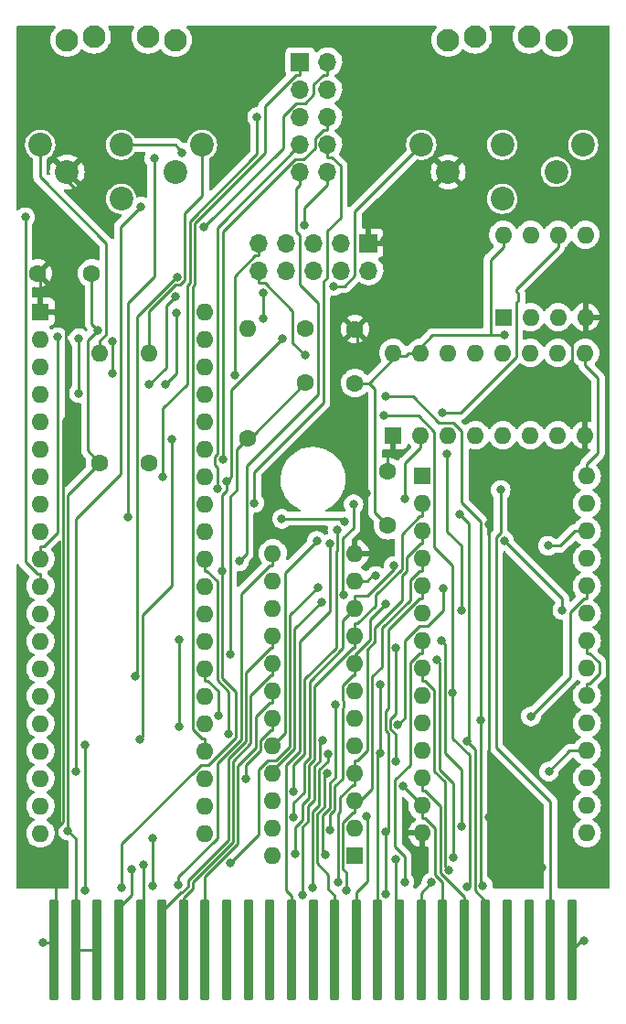
<source format=gtl>
G04 #@! TF.GenerationSoftware,KiCad,Pcbnew,6.0.2+dfsg-1*
G04 #@! TF.CreationDate,2025-05-07T23:53:03+02:00*
G04 #@! TF.ProjectId,burstcart,62757273-7463-4617-9274-2e6b69636164,1.1*
G04 #@! TF.SameCoordinates,Original*
G04 #@! TF.FileFunction,Copper,L1,Top*
G04 #@! TF.FilePolarity,Positive*
%FSLAX46Y46*%
G04 Gerber Fmt 4.6, Leading zero omitted, Abs format (unit mm)*
G04 Created by KiCad (PCBNEW 6.0.2+dfsg-1) date 2025-05-07 23:53:03*
%MOMM*%
%LPD*%
G01*
G04 APERTURE LIST*
G04 Aperture macros list*
%AMRoundRect*
0 Rectangle with rounded corners*
0 $1 Rounding radius*
0 $2 $3 $4 $5 $6 $7 $8 $9 X,Y pos of 4 corners*
0 Add a 4 corners polygon primitive as box body*
4,1,4,$2,$3,$4,$5,$6,$7,$8,$9,$2,$3,0*
0 Add four circle primitives for the rounded corners*
1,1,$1+$1,$2,$3*
1,1,$1+$1,$4,$5*
1,1,$1+$1,$6,$7*
1,1,$1+$1,$8,$9*
0 Add four rect primitives between the rounded corners*
20,1,$1+$1,$2,$3,$4,$5,0*
20,1,$1+$1,$4,$5,$6,$7,0*
20,1,$1+$1,$6,$7,$8,$9,0*
20,1,$1+$1,$8,$9,$2,$3,0*%
G04 Aperture macros list end*
G04 #@! TA.AperFunction,ComponentPad*
%ADD10C,1.600000*%
G04 #@! TD*
G04 #@! TA.AperFunction,ComponentPad*
%ADD11R,1.700000X1.700000*%
G04 #@! TD*
G04 #@! TA.AperFunction,ComponentPad*
%ADD12O,1.700000X1.700000*%
G04 #@! TD*
G04 #@! TA.AperFunction,ComponentPad*
%ADD13C,2.100000*%
G04 #@! TD*
G04 #@! TA.AperFunction,ComponentPad*
%ADD14C,2.200000*%
G04 #@! TD*
G04 #@! TA.AperFunction,ComponentPad*
%ADD15R,1.600000X1.600000*%
G04 #@! TD*
G04 #@! TA.AperFunction,ComponentPad*
%ADD16O,1.600000X1.600000*%
G04 #@! TD*
G04 #@! TA.AperFunction,SMDPad,CuDef*
%ADD17RoundRect,0.112500X-0.337500X-4.512500X0.337500X-4.512500X0.337500X4.512500X-0.337500X4.512500X0*%
G04 #@! TD*
G04 #@! TA.AperFunction,ViaPad*
%ADD18C,0.800000*%
G04 #@! TD*
G04 #@! TA.AperFunction,Conductor*
%ADD19C,0.250000*%
G04 #@! TD*
G04 APERTURE END LIST*
D10*
X127762000Y-75184000D03*
X122762000Y-75184000D03*
D11*
X147066000Y-55626000D03*
D12*
X149606000Y-55626000D03*
X147066000Y-58166000D03*
X149606000Y-58166000D03*
X147066000Y-60706000D03*
X149606000Y-60706000D03*
X147066000Y-63246000D03*
X149606000Y-63246000D03*
X147066000Y-65786000D03*
X149606000Y-65786000D03*
D13*
X127976000Y-53294000D03*
X125476000Y-53594000D03*
X132976000Y-53294000D03*
X135476000Y-53594000D03*
D14*
X122976000Y-63294000D03*
X125476000Y-65794000D03*
X130476000Y-63294000D03*
X135476000Y-65794000D03*
X137976000Y-63294000D03*
X130476000Y-68294000D03*
D15*
X158375000Y-93965000D03*
D16*
X158375000Y-96505000D03*
X158375000Y-99045000D03*
X158375000Y-101585000D03*
X158375000Y-104125000D03*
X158375000Y-106665000D03*
X158375000Y-109205000D03*
X158375000Y-111745000D03*
X158375000Y-114285000D03*
X158375000Y-116825000D03*
X158375000Y-119365000D03*
X158375000Y-121905000D03*
X158375000Y-124445000D03*
X158375000Y-126985000D03*
X173615000Y-126985000D03*
X173615000Y-124445000D03*
X173615000Y-121905000D03*
X173615000Y-119365000D03*
X173615000Y-116825000D03*
X173615000Y-114285000D03*
X173615000Y-111745000D03*
X173615000Y-109205000D03*
X173615000Y-106665000D03*
X173615000Y-104125000D03*
X173615000Y-101585000D03*
X173615000Y-99045000D03*
X173615000Y-96505000D03*
X173615000Y-93965000D03*
D10*
X155194000Y-98512000D03*
X155194000Y-93512000D03*
X147574000Y-85304000D03*
X147574000Y-80304000D03*
D15*
X165872000Y-79238000D03*
D16*
X168412000Y-79238000D03*
X170952000Y-79238000D03*
X173492000Y-79238000D03*
X173492000Y-71618000D03*
X170952000Y-71618000D03*
X168412000Y-71618000D03*
X165872000Y-71618000D03*
D15*
X155692000Y-90160000D03*
D16*
X158232000Y-90160000D03*
X160772000Y-90160000D03*
X163312000Y-90160000D03*
X165852000Y-90160000D03*
X168392000Y-90160000D03*
X170932000Y-90160000D03*
X173472000Y-90160000D03*
X173472000Y-82540000D03*
X170932000Y-82540000D03*
X168392000Y-82540000D03*
X165852000Y-82540000D03*
X163312000Y-82540000D03*
X160772000Y-82540000D03*
X158232000Y-82540000D03*
X155692000Y-82540000D03*
D17*
X124253100Y-137759600D03*
X126253100Y-137759600D03*
X128253100Y-137759600D03*
X130253100Y-137759600D03*
X132253100Y-137759600D03*
X134253100Y-137759600D03*
X136253100Y-137759600D03*
X138253100Y-137759600D03*
X140253100Y-137759600D03*
X142253100Y-137759600D03*
X144253100Y-137759600D03*
X146253100Y-137759600D03*
X148253100Y-137759600D03*
X150253100Y-137759600D03*
X152253100Y-137759600D03*
X154253100Y-137759600D03*
X156253100Y-137759600D03*
X158253100Y-137759600D03*
X160253100Y-137759600D03*
X162253100Y-137759600D03*
X164253100Y-137759600D03*
X166253100Y-137759600D03*
X168253100Y-137759600D03*
X170253100Y-137759600D03*
X172253100Y-137759600D03*
D11*
X153411000Y-72385000D03*
D12*
X153411000Y-74925000D03*
X150871000Y-72385000D03*
X150871000Y-74925000D03*
X148331000Y-72385000D03*
X148331000Y-74925000D03*
X145791000Y-72385000D03*
X145791000Y-74925000D03*
X143251000Y-72385000D03*
X143251000Y-74925000D03*
D15*
X152146000Y-129032000D03*
D16*
X152146000Y-126492000D03*
X152146000Y-123952000D03*
X152146000Y-121412000D03*
X152146000Y-118872000D03*
X152146000Y-116332000D03*
X152146000Y-113792000D03*
X152146000Y-111252000D03*
X152146000Y-108712000D03*
X152146000Y-106172000D03*
X152146000Y-103632000D03*
X152146000Y-101092000D03*
X144526000Y-101092000D03*
X144526000Y-103632000D03*
X144526000Y-106172000D03*
X144526000Y-108712000D03*
X144526000Y-111252000D03*
X144526000Y-113792000D03*
X144526000Y-116332000D03*
X144526000Y-118872000D03*
X144526000Y-121412000D03*
X144526000Y-123952000D03*
X144526000Y-126492000D03*
X144526000Y-129032000D03*
D10*
X152146000Y-85344000D03*
X152146000Y-80344000D03*
D15*
X123000000Y-78740000D03*
D16*
X123000000Y-81280000D03*
X123000000Y-83820000D03*
X123000000Y-86360000D03*
X123000000Y-88900000D03*
X123000000Y-91440000D03*
X123000000Y-93980000D03*
X123000000Y-96520000D03*
X123000000Y-99060000D03*
X123000000Y-101600000D03*
X123000000Y-104140000D03*
X123000000Y-106680000D03*
X123000000Y-109220000D03*
X123000000Y-111760000D03*
X123000000Y-114300000D03*
X123000000Y-116840000D03*
X123000000Y-119380000D03*
X123000000Y-121920000D03*
X123000000Y-124460000D03*
X123000000Y-127000000D03*
X138240000Y-127000000D03*
X138240000Y-124460000D03*
X138240000Y-121920000D03*
X138240000Y-119380000D03*
X138240000Y-116840000D03*
X138240000Y-114300000D03*
X138240000Y-111760000D03*
X138240000Y-109220000D03*
X138240000Y-106680000D03*
X138240000Y-104140000D03*
X138240000Y-101600000D03*
X138240000Y-99060000D03*
X138240000Y-96520000D03*
X138240000Y-93980000D03*
X138240000Y-91440000D03*
X138240000Y-88900000D03*
X138240000Y-86360000D03*
X138240000Y-83820000D03*
X138240000Y-81280000D03*
X138240000Y-78740000D03*
D10*
X142240000Y-90424000D03*
D16*
X142240000Y-80264000D03*
D13*
X163282000Y-53294000D03*
X160782000Y-53594000D03*
X170782000Y-53594000D03*
X168282000Y-53294000D03*
D14*
X158282000Y-63294000D03*
X160782000Y-65794000D03*
X165782000Y-63294000D03*
X170782000Y-65794000D03*
X173282000Y-63294000D03*
X165782000Y-68294000D03*
D10*
X128524000Y-92710000D03*
D16*
X128524000Y-82550000D03*
D10*
X133096000Y-92710000D03*
D16*
X133096000Y-82550000D03*
D18*
X152007600Y-96544700D03*
X151105900Y-104902000D03*
X149025700Y-105623100D03*
X150125300Y-76367400D03*
X140561900Y-110449100D03*
X148604100Y-99948000D03*
X171350300Y-106351600D03*
X165953400Y-99897500D03*
X146457500Y-123169000D03*
X150516000Y-98890500D03*
X163770800Y-116518300D03*
X154957000Y-86580100D03*
X163994900Y-131825000D03*
X161181900Y-114032100D03*
X162518300Y-131956500D03*
X154845700Y-88352900D03*
X160804700Y-130415900D03*
X160666500Y-91861000D03*
X161980200Y-106404000D03*
X156722300Y-131490100D03*
X161991000Y-126317300D03*
X160115200Y-109173300D03*
X154990000Y-126864100D03*
X154990000Y-132599300D03*
X151308000Y-132302700D03*
X150563900Y-131504000D03*
X149630500Y-119677500D03*
X148204600Y-132062200D03*
X156122700Y-116991300D03*
X160302100Y-104341900D03*
X168444600Y-116179800D03*
X149116800Y-118412000D03*
X147299300Y-132712100D03*
X150360000Y-115075000D03*
X149400000Y-129014500D03*
X149837000Y-126698100D03*
X155003600Y-105793000D03*
X146572300Y-128912700D03*
X146467600Y-125538700D03*
X155743000Y-102260800D03*
X170020200Y-100401800D03*
X154076700Y-103194200D03*
X148717600Y-104215000D03*
X140563800Y-129763400D03*
X135787500Y-131738200D03*
X133381500Y-131826000D03*
X133381500Y-127413800D03*
X127150200Y-118777200D03*
X127150200Y-132241200D03*
X160239700Y-88092700D03*
X156802800Y-96038400D03*
X149779500Y-100222200D03*
X128347900Y-80431200D03*
X166029000Y-80889000D03*
X125546500Y-126741500D03*
X147493200Y-82752600D03*
X136144000Y-64008000D03*
X123197600Y-137076700D03*
X127863900Y-69001200D03*
X153203100Y-95502900D03*
X152324000Y-82735400D03*
X164557600Y-125510900D03*
X164559400Y-98402000D03*
X169494100Y-130163800D03*
X173333600Y-136912000D03*
X142025000Y-121923000D03*
X139820900Y-102745600D03*
X140264400Y-94411400D03*
X145395200Y-81237700D03*
X130545700Y-131984300D03*
X145372200Y-97897500D03*
X162521200Y-118492500D03*
X161846600Y-97460200D03*
X151203400Y-98160800D03*
X155923200Y-109807800D03*
X155956800Y-120362500D03*
X140406700Y-117802700D03*
X156599000Y-122589400D03*
X159227000Y-131548900D03*
X159686200Y-110977000D03*
X161229100Y-129238500D03*
X155934600Y-129367700D03*
X135831100Y-109068300D03*
X135831100Y-117092800D03*
X154472600Y-113234200D03*
X154472600Y-119592800D03*
X153233900Y-125397700D03*
X170110500Y-121283600D03*
X139487600Y-116072200D03*
X149541600Y-121446000D03*
X132243700Y-118269700D03*
X165639700Y-95221700D03*
X135197000Y-90566300D03*
X132566900Y-129893900D03*
X131478500Y-130331000D03*
X126273400Y-121269200D03*
X132318000Y-69007600D03*
X131744500Y-112471200D03*
X135656700Y-75543500D03*
X147475600Y-70734300D03*
X141410700Y-101830000D03*
X142827500Y-96429400D03*
X139419100Y-95106000D03*
X139907100Y-92430600D03*
X134307500Y-93999000D03*
X143074100Y-60719800D03*
X131066300Y-97760400D03*
X133528000Y-64557400D03*
X121588400Y-69994900D03*
X124602300Y-81085400D03*
X138164900Y-70876900D03*
X140983800Y-84604100D03*
X134602800Y-85466300D03*
X135612900Y-78852900D03*
X133086000Y-85467100D03*
X135473100Y-77345200D03*
X143611500Y-79383000D03*
X143611500Y-77024200D03*
X126564600Y-86282300D03*
X126564600Y-81186600D03*
X129703800Y-84426900D03*
X129703800Y-81511600D03*
D19*
X133381500Y-131826000D02*
X133381500Y-127413800D01*
X126253100Y-137759600D02*
X126253100Y-127448100D01*
X126253100Y-127448100D02*
X125546500Y-126741500D01*
X136253100Y-137759600D02*
X136253100Y-132988518D01*
X136253100Y-132988518D02*
X137115600Y-132126018D01*
X137115600Y-132126018D02*
X137115600Y-131544600D01*
X137115600Y-131544600D02*
X140845000Y-127815200D01*
X140845000Y-127815200D02*
X140845000Y-120309900D01*
X140845000Y-120309900D02*
X142493100Y-118661800D01*
X144526000Y-112378900D02*
X144526000Y-111252000D01*
X142493100Y-118661800D02*
X142493100Y-114213300D01*
X142493100Y-114213300D02*
X144327500Y-112378900D01*
X144327500Y-112378900D02*
X144526000Y-112378900D01*
X146253100Y-137759600D02*
X146253100Y-132791100D01*
X146253100Y-132791100D02*
X145730100Y-132268100D01*
X145730100Y-132268100D02*
X145730100Y-120658700D01*
X145730100Y-120658700D02*
X147010400Y-119378400D01*
X147010400Y-119378400D02*
X147010400Y-109266700D01*
X147010400Y-109266700D02*
X149779500Y-106497600D01*
X149779500Y-106497600D02*
X149779500Y-100222200D01*
X150253100Y-137759600D02*
X150253100Y-132727100D01*
X150253100Y-132727100D02*
X149689500Y-132163500D01*
X149689500Y-132163500D02*
X149689500Y-130813100D01*
X149689500Y-130813100D02*
X148658000Y-129781600D01*
X149306800Y-121680800D02*
X149541600Y-121446000D01*
X148658000Y-129781600D02*
X148658000Y-125191800D01*
X148658000Y-125191800D02*
X149306800Y-124543000D01*
X149306800Y-124543000D02*
X149306800Y-121680800D01*
X152253100Y-137759600D02*
X152253100Y-132480900D01*
X152253100Y-132480900D02*
X153270511Y-131463489D01*
X153270511Y-131463489D02*
X153270511Y-125434311D01*
X158253100Y-137759600D02*
X158253100Y-132522800D01*
X158253100Y-132522800D02*
X159227000Y-131548900D01*
X164253100Y-137759600D02*
X164253100Y-133265100D01*
X164253100Y-133265100D02*
X163253900Y-132265900D01*
X163253900Y-132265900D02*
X163253900Y-119225200D01*
X163253900Y-119225200D02*
X162521200Y-118492500D01*
X136144000Y-64008000D02*
X135476000Y-63294000D01*
X135476000Y-63294000D02*
X130476000Y-63294000D01*
X151019100Y-104815200D02*
X151105900Y-104902000D01*
X151019100Y-99723800D02*
X151019100Y-104815200D01*
X152007600Y-98735300D02*
X151019100Y-99723800D01*
X152007600Y-96544700D02*
X152007600Y-98735300D01*
X146557100Y-108091700D02*
X149025700Y-105623100D01*
X146557100Y-119192600D02*
X146557100Y-108091700D01*
X144526000Y-121223700D02*
X146557100Y-119192600D01*
X144526000Y-121412000D02*
X144526000Y-121223700D01*
X128524000Y-82550000D02*
X128524000Y-81423100D01*
X151154600Y-76367400D02*
X150125300Y-76367400D01*
X152141000Y-75381000D02*
X151154600Y-76367400D01*
X152141000Y-69435000D02*
X152141000Y-75381000D01*
X158282000Y-63294000D02*
X152141000Y-69435000D01*
X122976000Y-66278200D02*
X122976000Y-63294000D01*
X129098500Y-72400700D02*
X122976000Y-66278200D01*
X129098500Y-80848600D02*
X129098500Y-72400700D01*
X128524000Y-81423100D02*
X129098500Y-80848600D01*
X142454000Y-90424000D02*
X147574000Y-85304000D01*
X142240000Y-90424000D02*
X142454000Y-90424000D01*
X141216700Y-91447300D02*
X142240000Y-90424000D01*
X141216700Y-95201000D02*
X141216700Y-91447300D01*
X140561900Y-95855800D02*
X141216700Y-95201000D01*
X140561900Y-110449100D02*
X140561900Y-95855800D01*
X171350300Y-105294400D02*
X165953400Y-99897500D01*
X171350300Y-106351600D02*
X171350300Y-105294400D01*
X173848500Y-113158100D02*
X173615000Y-113158100D01*
X174764400Y-112242200D02*
X173848500Y-113158100D01*
X174764400Y-111199600D02*
X174764400Y-112242200D01*
X173896700Y-110331900D02*
X174764400Y-111199600D01*
X173615000Y-110331900D02*
X173896700Y-110331900D01*
X173615000Y-109205000D02*
X173615000Y-110331900D01*
X173615000Y-114285000D02*
X173615000Y-113158100D01*
X145653300Y-117744700D02*
X144526000Y-118872000D01*
X145653300Y-102898800D02*
X145653300Y-117744700D01*
X148604100Y-99948000D02*
X145653300Y-102898800D01*
X150516000Y-100825600D02*
X150516000Y-98890500D01*
X150379000Y-100962600D02*
X150516000Y-100825600D01*
X150379000Y-109839900D02*
X150379000Y-100962600D01*
X147464000Y-112754900D02*
X150379000Y-109839900D01*
X147464000Y-119665100D02*
X147464000Y-112754900D01*
X146457500Y-120671600D02*
X147464000Y-119665100D01*
X146457500Y-123169000D02*
X146457500Y-120671600D01*
X163770800Y-131600900D02*
X163994900Y-131825000D01*
X163770800Y-116518300D02*
X163770800Y-131600900D01*
X157500300Y-86580100D02*
X154957000Y-86580100D01*
X159933300Y-89013100D02*
X157500300Y-86580100D01*
X161251500Y-89013100D02*
X159933300Y-89013100D01*
X162042000Y-89803600D02*
X161251500Y-89013100D01*
X162042000Y-96408600D02*
X162042000Y-89803600D01*
X163770800Y-98137400D02*
X162042000Y-96408600D01*
X163770800Y-116518300D02*
X163770800Y-98137400D01*
X161181900Y-102188300D02*
X161181900Y-114032100D01*
X159501900Y-100508300D02*
X161181900Y-102188300D01*
X159501900Y-89827700D02*
X159501900Y-100508300D01*
X158027100Y-88352900D02*
X159501900Y-89827700D01*
X154845700Y-88352900D02*
X158027100Y-88352900D01*
X161181900Y-118204400D02*
X161181900Y-114032100D01*
X162740300Y-119762800D02*
X161181900Y-118204400D01*
X162740300Y-131734500D02*
X162740300Y-119762800D01*
X162518300Y-131956500D02*
X162740300Y-131734500D01*
X160496900Y-130108100D02*
X160804700Y-130415900D01*
X160496900Y-122240300D02*
X160496900Y-130108100D01*
X159501900Y-121245300D02*
X160496900Y-122240300D01*
X159501900Y-113717000D02*
X159501900Y-121245300D01*
X158656800Y-112871900D02*
X159501900Y-113717000D01*
X158375000Y-112871900D02*
X158656800Y-112871900D01*
X158375000Y-111745000D02*
X158375000Y-112871900D01*
X161980200Y-100375600D02*
X161980200Y-106404000D01*
X160666500Y-99061900D02*
X161980200Y-100375600D01*
X160666500Y-91861000D02*
X160666500Y-99061900D01*
X158375000Y-109205000D02*
X158375000Y-110331900D01*
X156722300Y-129127400D02*
X156722300Y-131490100D01*
X155846200Y-128251300D02*
X156722300Y-129127400D01*
X155846200Y-122068500D02*
X155846200Y-128251300D01*
X157248100Y-120666600D02*
X155846200Y-122068500D01*
X157248100Y-111177000D02*
X157248100Y-120666600D01*
X158093200Y-110331900D02*
X157248100Y-111177000D01*
X158375000Y-110331900D02*
X158093200Y-110331900D01*
X160448700Y-109506800D02*
X160115200Y-109173300D01*
X160448700Y-119540600D02*
X160448700Y-109506800D01*
X161991000Y-121082900D02*
X160448700Y-119540600D01*
X161991000Y-126317300D02*
X161991000Y-121082900D01*
X158375000Y-104125000D02*
X158375000Y-105251900D01*
X154990000Y-126864100D02*
X154990000Y-132599300D01*
X158133600Y-105251900D02*
X158375000Y-105251900D01*
X155196300Y-108189200D02*
X158133600Y-105251900D01*
X155196300Y-111304100D02*
X155196300Y-108189200D01*
X155201100Y-111308900D02*
X155196300Y-111304100D01*
X155201100Y-115416200D02*
X155201100Y-111308900D01*
X154943900Y-115673400D02*
X155201100Y-115416200D01*
X154943900Y-117479500D02*
X154943900Y-115673400D01*
X155201600Y-117737200D02*
X154943900Y-117479500D01*
X155201600Y-126652500D02*
X155201600Y-117737200D01*
X154990000Y-126864100D02*
X155201600Y-126652500D01*
X151308000Y-130611600D02*
X151308000Y-132302700D01*
X151019100Y-130322700D02*
X151308000Y-130611600D01*
X151019100Y-126025200D02*
X151019100Y-130322700D01*
X151965400Y-125078900D02*
X151019100Y-126025200D01*
X152146000Y-125078900D02*
X151965400Y-125078900D01*
X152146000Y-123952000D02*
X152146000Y-124515400D01*
X152146000Y-124515400D02*
X152146000Y-125078900D01*
X158141500Y-102711900D02*
X158375000Y-102711900D01*
X157248100Y-103605300D02*
X158141500Y-102711900D01*
X157248100Y-105427200D02*
X157248100Y-103605300D01*
X154672900Y-108002400D02*
X157248100Y-105427200D01*
X154672900Y-111579900D02*
X154672900Y-108002400D01*
X153744000Y-112508800D02*
X154672900Y-111579900D01*
X153744000Y-122917400D02*
X153744000Y-112508800D01*
X152146000Y-124515400D02*
X153744000Y-122917400D01*
X158375000Y-101585000D02*
X158375000Y-102711900D01*
X152146000Y-121412000D02*
X152146000Y-122538900D01*
X152146000Y-121412000D02*
X152146000Y-120285100D01*
X158375000Y-99045000D02*
X158375000Y-100171900D01*
X150563900Y-125203400D02*
X150563900Y-131504000D01*
X150781800Y-124985500D02*
X150563900Y-125203400D01*
X150781800Y-123669600D02*
X150781800Y-124985500D01*
X151912500Y-122538900D02*
X150781800Y-123669600D01*
X152146000Y-122538900D02*
X151912500Y-122538900D01*
X152350000Y-120285100D02*
X152146000Y-120285100D01*
X153290400Y-119344700D02*
X152350000Y-120285100D01*
X153290400Y-109991900D02*
X153290400Y-119344700D01*
X153995900Y-109286400D02*
X153290400Y-109991900D01*
X153995900Y-107969000D02*
X153995900Y-109286400D01*
X156504300Y-105460600D02*
X153995900Y-107969000D01*
X156504300Y-103166600D02*
X156504300Y-105460600D01*
X156921800Y-102749100D02*
X156504300Y-103166600D01*
X156921800Y-101425900D02*
X156921800Y-102749100D01*
X158175800Y-100171900D02*
X156921800Y-101425900D01*
X158375000Y-100171900D02*
X158175800Y-100171900D01*
X148204600Y-125004000D02*
X148204600Y-132062200D01*
X148814700Y-124393900D02*
X148204600Y-125004000D01*
X148814700Y-121145000D02*
X148814700Y-124393900D01*
X149630500Y-120329200D02*
X148814700Y-121145000D01*
X149630500Y-119677500D02*
X149630500Y-120329200D01*
X160302000Y-104341900D02*
X160302100Y-104341900D01*
X160302000Y-106371900D02*
X160302000Y-104341900D01*
X158882000Y-107791900D02*
X160302000Y-106371900D01*
X158153000Y-107791900D02*
X158882000Y-107791900D01*
X156789400Y-109155500D02*
X158153000Y-107791900D01*
X156789400Y-116324600D02*
X156789400Y-109155500D01*
X156122700Y-116991300D02*
X156789400Y-116324600D01*
X173615000Y-104125000D02*
X173615000Y-105251900D01*
X147299300Y-126377500D02*
X147299300Y-132712100D01*
X147751200Y-125925600D02*
X147299300Y-126377500D01*
X147751200Y-124500100D02*
X147751200Y-125925600D01*
X148362800Y-123888500D02*
X147751200Y-124500100D01*
X148362800Y-120832400D02*
X148362800Y-123888500D01*
X148903500Y-120291700D02*
X148362800Y-120832400D01*
X148903500Y-118625300D02*
X148903500Y-120291700D01*
X149116800Y-118412000D02*
X148903500Y-118625300D01*
X173381500Y-105251900D02*
X173615000Y-105251900D01*
X172077200Y-106556200D02*
X173381500Y-105251900D01*
X172077200Y-112547200D02*
X172077200Y-106556200D01*
X168444600Y-116179800D02*
X172077200Y-112547200D01*
X149110000Y-128724500D02*
X149400000Y-129014500D01*
X149110000Y-125379000D02*
X149110000Y-128724500D01*
X149794100Y-124694900D02*
X149110000Y-125379000D01*
X149794100Y-122380200D02*
X149794100Y-124694900D01*
X150360000Y-121814300D02*
X149794100Y-122380200D01*
X150360000Y-115075000D02*
X150360000Y-121814300D01*
X152146000Y-111815400D02*
X152146000Y-112378900D01*
X152146000Y-111815400D02*
X152146000Y-111252000D01*
X149837000Y-125291100D02*
X149837000Y-126698100D01*
X150281100Y-124847000D02*
X149837000Y-125291100D01*
X150281100Y-122642900D02*
X150281100Y-124847000D01*
X151005300Y-121918700D02*
X150281100Y-122642900D01*
X151005300Y-115457700D02*
X151005300Y-121918700D01*
X151086900Y-115376100D02*
X151005300Y-115457700D01*
X151086900Y-114773900D02*
X151086900Y-115376100D01*
X151005300Y-114692300D02*
X151086900Y-114773900D01*
X151005300Y-113317600D02*
X151005300Y-114692300D01*
X151944000Y-112378900D02*
X151005300Y-113317600D01*
X152146000Y-112378900D02*
X151944000Y-112378900D01*
X152146000Y-110497200D02*
X152146000Y-111252000D01*
X153544000Y-109099200D02*
X152146000Y-110497200D01*
X153544000Y-107252600D02*
X153544000Y-109099200D01*
X155003600Y-105793000D02*
X153544000Y-107252600D01*
X152146000Y-109275400D02*
X152146000Y-109838900D01*
X152146000Y-109275400D02*
X152146000Y-108712000D01*
X152146000Y-108712000D02*
X152146000Y-107585100D01*
X158375000Y-96505000D02*
X158375000Y-97631900D01*
X146572300Y-126465400D02*
X146572300Y-128912700D01*
X147254800Y-125782900D02*
X146572300Y-126465400D01*
X147254800Y-124357400D02*
X147254800Y-125782900D01*
X147910900Y-123701300D02*
X147254800Y-124357400D01*
X147910900Y-120645200D02*
X147910900Y-123701300D01*
X148370100Y-120186000D02*
X147910900Y-120645200D01*
X148370100Y-113369800D02*
X148370100Y-120186000D01*
X151901000Y-109838900D02*
X148370100Y-113369800D01*
X152146000Y-109838900D02*
X151901000Y-109838900D01*
X158141500Y-97631900D02*
X158375000Y-97631900D01*
X156469900Y-99303500D02*
X158141500Y-97631900D01*
X156469900Y-102561900D02*
X156469900Y-99303500D01*
X154070000Y-104961800D02*
X156469900Y-102561900D01*
X154070000Y-105911300D02*
X154070000Y-104961800D01*
X152396200Y-107585100D02*
X154070000Y-105911300D01*
X152146000Y-107585100D02*
X152396200Y-107585100D01*
X151012900Y-107305100D02*
X152146000Y-106172000D01*
X151012900Y-109845100D02*
X151012900Y-107305100D01*
X147917300Y-112940700D02*
X151012900Y-109845100D01*
X147917300Y-119999700D02*
X147917300Y-112940700D01*
X147429900Y-120487100D02*
X147917300Y-119999700D01*
X147429900Y-123224600D02*
X147429900Y-120487100D01*
X146467600Y-124186900D02*
X147429900Y-123224600D01*
X146467600Y-125538700D02*
X146467600Y-124186900D01*
X155743000Y-102575000D02*
X155743000Y-102260800D01*
X153272900Y-105045100D02*
X155743000Y-102575000D01*
X152146000Y-105045100D02*
X153272900Y-105045100D01*
X171131300Y-100401800D02*
X172488100Y-99045000D01*
X170020200Y-100401800D02*
X171131300Y-100401800D01*
X173615000Y-99045000D02*
X172488100Y-99045000D01*
X152146000Y-106172000D02*
X152146000Y-105045100D01*
X152146000Y-103632000D02*
X153272900Y-103632000D01*
X153710700Y-103194200D02*
X154076700Y-103194200D01*
X153272900Y-103632000D02*
X153710700Y-103194200D01*
X143248100Y-127079100D02*
X140563800Y-129763400D01*
X143248100Y-121084400D02*
X143248100Y-127079100D01*
X144076800Y-120255700D02*
X143248100Y-121084400D01*
X144795500Y-120255700D02*
X144076800Y-120255700D01*
X146105200Y-118946000D02*
X144795500Y-120255700D01*
X146105200Y-106827400D02*
X146105200Y-118946000D01*
X148717600Y-104215000D02*
X146105200Y-106827400D01*
X135787500Y-131046200D02*
X135787500Y-131738200D01*
X139366900Y-127466800D02*
X135787500Y-131046200D01*
X139366900Y-120509800D02*
X139366900Y-127466800D01*
X141587800Y-118288900D02*
X139366900Y-120509800D01*
X141587800Y-104875400D02*
X141587800Y-118288900D01*
X144244300Y-102218900D02*
X141587800Y-104875400D01*
X144526000Y-102218900D02*
X144244300Y-102218900D01*
X144526000Y-101092000D02*
X144526000Y-102218900D01*
X127150200Y-132241200D02*
X127150200Y-118777200D01*
X170952000Y-71618000D02*
X170952000Y-72744900D01*
X156802800Y-92716100D02*
X156802800Y-96038400D01*
X158232000Y-91286900D02*
X156802800Y-92716100D01*
X158232000Y-90160000D02*
X158232000Y-91286900D01*
X167069600Y-76627300D02*
X170952000Y-72744900D01*
X167069600Y-76848000D02*
X167069600Y-76627300D01*
X167288700Y-77067100D02*
X167069600Y-76848000D01*
X167288700Y-77669300D02*
X167288700Y-77067100D01*
X167069600Y-77888400D02*
X167288700Y-77669300D01*
X167069600Y-82940500D02*
X167069600Y-77888400D01*
X161917400Y-88092700D02*
X167069600Y-82940500D01*
X160239700Y-88092700D02*
X161917400Y-88092700D01*
X144526000Y-113792000D02*
X144526000Y-114918900D01*
X138253100Y-131046200D02*
X138253100Y-137759600D01*
X141296900Y-128002400D02*
X138253100Y-131046200D01*
X141296900Y-120754200D02*
X141296900Y-128002400D01*
X142945000Y-119106100D02*
X141296900Y-120754200D01*
X142945000Y-116218200D02*
X142945000Y-119106100D01*
X144244300Y-114918900D02*
X142945000Y-116218200D01*
X144526000Y-114918900D02*
X144244300Y-114918900D01*
X144526000Y-108712000D02*
X144526000Y-109838900D01*
X144321700Y-109838900D02*
X144526000Y-109838900D01*
X142039800Y-112120800D02*
X144321700Y-109838900D01*
X142039800Y-118476000D02*
X142039800Y-112120800D01*
X140393000Y-120122800D02*
X142039800Y-118476000D01*
X140393000Y-127628100D02*
X140393000Y-120122800D01*
X136663700Y-131357400D02*
X140393000Y-127628100D01*
X136663700Y-131942200D02*
X136663700Y-131357400D01*
X136140800Y-132465100D02*
X136663700Y-131942200D01*
X136000800Y-132465100D02*
X136140800Y-132465100D01*
X134253100Y-134212800D02*
X136000800Y-132465100D01*
X134253100Y-137759600D02*
X134253100Y-134212800D01*
X174649100Y-91804000D02*
X173615000Y-92838100D01*
X174649100Y-84844000D02*
X174649100Y-91804000D01*
X173472000Y-83666900D02*
X174649100Y-84844000D01*
X173472000Y-82540000D02*
X173472000Y-83666900D01*
X173615000Y-93965000D02*
X173615000Y-92838100D01*
X126253100Y-137759600D02*
X128253100Y-137759600D01*
X153999300Y-97317300D02*
X155194000Y-98512000D01*
X153999300Y-85891900D02*
X153999300Y-97317300D01*
X153451400Y-85344000D02*
X153999300Y-85891900D01*
X152146000Y-85344000D02*
X153451400Y-85344000D01*
X153451400Y-85344000D02*
X155692000Y-83103400D01*
X127762000Y-79845300D02*
X127762000Y-75184000D01*
X128347900Y-80431200D02*
X127762000Y-79845300D01*
X155692000Y-82540000D02*
X155692000Y-82821700D01*
X155692000Y-82821700D02*
X155692000Y-83103400D01*
X156823400Y-82821700D02*
X157105100Y-82540000D01*
X155692000Y-82821700D02*
X156823400Y-82821700D01*
X158232000Y-82540000D02*
X157668600Y-82540000D01*
X157668600Y-82540000D02*
X157105100Y-82540000D01*
X165872000Y-71618000D02*
X165872000Y-72744900D01*
X159319600Y-80889000D02*
X164703900Y-80889000D01*
X157668600Y-82540000D02*
X159319600Y-80889000D01*
X164703900Y-80889000D02*
X166029000Y-80889000D01*
X164703900Y-73913000D02*
X165872000Y-72744900D01*
X164703900Y-80889000D02*
X164703900Y-73913000D01*
X127397100Y-91583100D02*
X128524000Y-92710000D01*
X127397100Y-81382000D02*
X127397100Y-91583100D01*
X128347900Y-80431200D02*
X127397100Y-81382000D01*
X125546500Y-95687500D02*
X125546500Y-126741500D01*
X128524000Y-92710000D02*
X125546500Y-95687500D01*
X146361600Y-81621000D02*
X147493200Y-82752600D01*
X146361600Y-78697600D02*
X146361600Y-81621000D01*
X143765900Y-76101900D02*
X146361600Y-78697600D01*
X143251000Y-76101900D02*
X143765900Y-76101900D01*
X143251000Y-74925000D02*
X143251000Y-76101900D01*
X133096000Y-82550000D02*
X133096000Y-78692500D01*
X137976000Y-68000400D02*
X137976000Y-63294000D01*
X136383600Y-69592800D02*
X137976000Y-68000400D01*
X136383600Y-75844600D02*
X136383600Y-69592800D01*
X135957800Y-76270400D02*
X136383600Y-75844600D01*
X135518100Y-76270400D02*
X135957800Y-76270400D01*
X133096000Y-78692500D02*
X135518100Y-76270400D01*
X172281400Y-81575500D02*
X173492000Y-80364900D01*
X172281400Y-87842500D02*
X172281400Y-81575500D01*
X173472000Y-89033100D02*
X172281400Y-87842500D01*
X173472000Y-90160000D02*
X173472000Y-89033100D01*
X173492000Y-79238000D02*
X173492000Y-80364900D01*
X153411000Y-72385000D02*
X154587900Y-72385000D01*
X154587900Y-71988100D02*
X154587900Y-72385000D01*
X160782000Y-65794000D02*
X154587900Y-71988100D01*
X123000000Y-75422000D02*
X123000000Y-78740000D01*
X122762000Y-75184000D02*
X123000000Y-75422000D01*
X123000000Y-78740000D02*
X124126900Y-78740000D01*
X124076600Y-137076700D02*
X123197600Y-137076700D01*
X124076600Y-137583100D02*
X124076600Y-137076700D01*
X124253100Y-137759600D02*
X124076600Y-137583100D01*
X152146000Y-101092000D02*
X152146000Y-99965100D01*
X152324000Y-80522000D02*
X152324000Y-82735400D01*
X152146000Y-80344000D02*
X152324000Y-80522000D01*
X155194000Y-91784900D02*
X155194000Y-93512000D01*
X155692000Y-91286900D02*
X155194000Y-91784900D01*
X155692000Y-90160000D02*
X155692000Y-91286900D01*
X153203100Y-98908000D02*
X153203100Y-95502900D01*
X152146000Y-99965100D02*
X153203100Y-98908000D01*
X125476000Y-66613300D02*
X125476000Y-65794000D01*
X127863900Y-69001200D02*
X125476000Y-66613300D01*
X169214100Y-130163800D02*
X169494100Y-130163800D01*
X164559400Y-125509100D02*
X169214100Y-130163800D01*
X164559400Y-98402000D02*
X164559400Y-125509100D01*
X164559400Y-125509100D02*
X164557600Y-125510900D01*
X173100700Y-136912000D02*
X172253100Y-137759600D01*
X173333600Y-136912000D02*
X173100700Y-136912000D01*
X124402800Y-136750500D02*
X124076600Y-137076700D01*
X124402800Y-126591600D02*
X124402800Y-136750500D01*
X125093000Y-125901400D02*
X124402800Y-126591600D01*
X125093000Y-88730800D02*
X125093000Y-125901400D01*
X125345600Y-88478200D02*
X125093000Y-88730800D01*
X125345600Y-79958700D02*
X125345600Y-88478200D01*
X124126900Y-78740000D02*
X125345600Y-79958700D01*
X144526000Y-116332000D02*
X144526000Y-117458900D01*
X142025000Y-120665200D02*
X142025000Y-121923000D01*
X143396900Y-119293300D02*
X142025000Y-120665200D01*
X143396900Y-118403700D02*
X143396900Y-119293300D01*
X144341700Y-117458900D02*
X143396900Y-118403700D01*
X144526000Y-117458900D02*
X144341700Y-117458900D01*
X140634000Y-85998900D02*
X145395200Y-81237700D01*
X140634000Y-94041800D02*
X140634000Y-85998900D01*
X140264400Y-94411400D02*
X140634000Y-94041800D01*
X139820900Y-95732400D02*
X139820900Y-102745600D01*
X140264400Y-95288900D02*
X139820900Y-95732400D01*
X140264400Y-94411400D02*
X140264400Y-95288900D01*
X130545700Y-127946700D02*
X130545700Y-131984300D01*
X137842400Y-120650000D02*
X130545700Y-127946700D01*
X138587600Y-120650000D02*
X137842400Y-120650000D01*
X141135900Y-118101700D02*
X138587600Y-120650000D01*
X141135900Y-113925500D02*
X141135900Y-118101700D01*
X139820900Y-112610500D02*
X141135900Y-113925500D01*
X139820900Y-102745600D02*
X139820900Y-112610500D01*
X150940100Y-97897500D02*
X151203400Y-98160800D01*
X145372200Y-97897500D02*
X150940100Y-97897500D01*
X162718700Y-98332300D02*
X161846600Y-97460200D01*
X162718700Y-118295000D02*
X162718700Y-98332300D01*
X162521200Y-118492500D02*
X162718700Y-118295000D01*
X158375000Y-121905000D02*
X158375000Y-123031900D01*
X162253100Y-132892100D02*
X162253100Y-137759600D01*
X162253000Y-132892100D02*
X162253100Y-132892100D01*
X160045000Y-130684100D02*
X162253000Y-132892100D01*
X160045000Y-124490600D02*
X160045000Y-130684100D01*
X158586300Y-123031900D02*
X160045000Y-124490600D01*
X158375000Y-123031900D02*
X158586300Y-123031900D01*
X155956800Y-117853200D02*
X155956800Y-120362500D01*
X155956700Y-117853200D02*
X155956800Y-117853200D01*
X155395800Y-117292300D02*
X155956700Y-117853200D01*
X155395800Y-116453000D02*
X155395800Y-117292300D01*
X155923200Y-115925600D02*
X155395800Y-116453000D01*
X155923200Y-109807800D02*
X155923200Y-115925600D01*
X158375000Y-124445000D02*
X158375000Y-125571900D01*
X160253100Y-131531300D02*
X160253100Y-137759600D01*
X159593100Y-130871300D02*
X160253100Y-131531300D01*
X159593100Y-126508300D02*
X159593100Y-130871300D01*
X158656700Y-125571900D02*
X159593100Y-126508300D01*
X158375000Y-125571900D02*
X158656700Y-125571900D01*
X156599000Y-122669000D02*
X158375000Y-124445000D01*
X156599000Y-122589400D02*
X156599000Y-122669000D01*
X138240000Y-101600000D02*
X138240000Y-102726900D01*
X140406700Y-113871000D02*
X140406700Y-117802700D01*
X139366900Y-112831200D02*
X140406700Y-113871000D01*
X139366900Y-103673200D02*
X139366900Y-112831200D01*
X138420600Y-102726900D02*
X139366900Y-103673200D01*
X138240000Y-102726900D02*
X138420600Y-102726900D01*
X159992000Y-111282800D02*
X159686200Y-110977000D01*
X159992000Y-121096300D02*
X159992000Y-111282800D01*
X161229100Y-122333400D02*
X159992000Y-121096300D01*
X161229100Y-129238500D02*
X161229100Y-122333400D01*
X155934600Y-137441100D02*
X156253100Y-137759600D01*
X155934600Y-129367700D02*
X155934600Y-137441100D01*
X135831100Y-109068300D02*
X135831100Y-117092800D01*
X154472600Y-113234200D02*
X154472600Y-119592800D01*
X154253100Y-119812300D02*
X154253100Y-137759600D01*
X154472600Y-119592800D02*
X154253100Y-119812300D01*
X153233900Y-125397700D02*
X153287600Y-125451400D01*
X172029100Y-119365000D02*
X170110500Y-121283600D01*
X173615000Y-119365000D02*
X172029100Y-119365000D01*
X139487600Y-113862800D02*
X139487600Y-116072200D01*
X138511700Y-112886900D02*
X139487600Y-113862800D01*
X138240000Y-112886900D02*
X138511700Y-112886900D01*
X138240000Y-111760000D02*
X138240000Y-112886900D01*
X165639700Y-99183300D02*
X165639700Y-95221700D01*
X165226500Y-99596500D02*
X165639700Y-99183300D01*
X165226500Y-119048600D02*
X165226500Y-99596500D01*
X170253100Y-124075200D02*
X165226500Y-119048600D01*
X170253100Y-137759600D02*
X170253100Y-124075200D01*
X132482000Y-118031400D02*
X132243700Y-118269700D01*
X132482000Y-106784100D02*
X132482000Y-118031400D01*
X135197000Y-104069100D02*
X132482000Y-106784100D01*
X135197000Y-90566300D02*
X135197000Y-104069100D01*
X138240000Y-119380000D02*
X138240000Y-118253100D01*
X147066000Y-55626000D02*
X147066000Y-56802900D01*
X146698200Y-56802900D02*
X147066000Y-56802900D01*
X143801000Y-59700100D02*
X146698200Y-56802900D01*
X143801000Y-64054300D02*
X143801000Y-59700100D01*
X137287400Y-70567900D02*
X143801000Y-64054300D01*
X137287400Y-76219000D02*
X137287400Y-70567900D01*
X137108300Y-76398100D02*
X137287400Y-76219000D01*
X137108300Y-117403200D02*
X137108300Y-76398100D01*
X137958200Y-118253100D02*
X137108300Y-117403200D01*
X138240000Y-118253100D02*
X137958200Y-118253100D01*
X132566900Y-137445800D02*
X132253100Y-137759600D01*
X132566900Y-129893900D02*
X132566900Y-137445800D01*
X131478500Y-132666300D02*
X131478500Y-130331000D01*
X130253100Y-133891700D02*
X131478500Y-132666300D01*
X130253100Y-137759600D02*
X130253100Y-133891700D01*
X126273400Y-97873900D02*
X126273400Y-121269200D01*
X130430700Y-93716600D02*
X126273400Y-97873900D01*
X130430700Y-70894900D02*
X130430700Y-93716600D01*
X132318000Y-69007600D02*
X130430700Y-70894900D01*
X147475600Y-69093300D02*
X147475600Y-70734300D01*
X149606000Y-66962900D02*
X147475600Y-69093300D01*
X149606000Y-65786000D02*
X149606000Y-66962900D01*
X131969100Y-112246600D02*
X131744500Y-112471200D01*
X131969100Y-79152400D02*
X131969100Y-112246600D01*
X135578000Y-75543500D02*
X131969100Y-79152400D01*
X135656700Y-75543500D02*
X135578000Y-75543500D01*
X142100500Y-101140200D02*
X141410700Y-101830000D01*
X142100500Y-93023000D02*
X142100500Y-101140200D01*
X148731400Y-86392100D02*
X142100500Y-93023000D01*
X148731400Y-77935100D02*
X148731400Y-86392100D01*
X147061000Y-76264700D02*
X148731400Y-77935100D01*
X147061000Y-71641500D02*
X147061000Y-76264700D01*
X146705500Y-71286000D02*
X147061000Y-71641500D01*
X146705500Y-67323400D02*
X146705500Y-71286000D01*
X147066000Y-66962900D02*
X146705500Y-67323400D01*
X147066000Y-65786000D02*
X147066000Y-66962900D01*
X149606000Y-63246000D02*
X149606000Y-64422900D01*
X142827500Y-93571900D02*
X142827500Y-96429400D01*
X149215300Y-87184100D02*
X142827500Y-93571900D01*
X149215300Y-75956200D02*
X149215300Y-87184100D01*
X149601000Y-75570500D02*
X149215300Y-75956200D01*
X149601000Y-71209600D02*
X149601000Y-75570500D01*
X150800000Y-70010600D02*
X149601000Y-71209600D01*
X150800000Y-65251100D02*
X150800000Y-70010600D01*
X149971800Y-64422900D02*
X150800000Y-65251100D01*
X149606000Y-64422900D02*
X149971800Y-64422900D01*
X139419100Y-93166000D02*
X139419100Y-95106000D01*
X139146600Y-92893500D02*
X139419100Y-93166000D01*
X139146600Y-92151700D02*
X139146600Y-92893500D01*
X139366900Y-91931400D02*
X139146600Y-92151700D01*
X139366900Y-70945100D02*
X139366900Y-91931400D01*
X147066000Y-63246000D02*
X139366900Y-70945100D01*
X149606000Y-60706000D02*
X149606000Y-61882900D01*
X139907100Y-71280100D02*
X139907100Y-92430600D01*
X146578100Y-64609100D02*
X139907100Y-71280100D01*
X147403800Y-64609100D02*
X146578100Y-64609100D01*
X148429100Y-63583800D02*
X147403800Y-64609100D01*
X148429100Y-62691900D02*
X148429100Y-63583800D01*
X149238100Y-61882900D02*
X148429100Y-62691900D01*
X149606000Y-61882900D02*
X149238100Y-61882900D01*
X143074100Y-64142100D02*
X143074100Y-60719800D01*
X136835500Y-70380700D02*
X143074100Y-64142100D01*
X136835500Y-76031800D02*
X136835500Y-70380700D01*
X136574600Y-76292700D02*
X136835500Y-76031800D01*
X136574600Y-85428900D02*
X136574600Y-76292700D01*
X134307500Y-87696000D02*
X136574600Y-85428900D01*
X134307500Y-93999000D02*
X134307500Y-87696000D01*
X131066300Y-77961000D02*
X131066300Y-97760400D01*
X133528000Y-75499300D02*
X131066300Y-77961000D01*
X133528000Y-64557400D02*
X133528000Y-75499300D01*
X121588400Y-101883200D02*
X121588400Y-69994900D01*
X122718300Y-103013100D02*
X121588400Y-101883200D01*
X123000000Y-103013100D02*
X122718300Y-103013100D01*
X123000000Y-104140000D02*
X123000000Y-103013100D01*
X124602300Y-99152500D02*
X124602300Y-81085400D01*
X123281700Y-100473100D02*
X124602300Y-99152500D01*
X123000000Y-100473100D02*
X123281700Y-100473100D01*
X149240200Y-56802900D02*
X149606000Y-56802900D01*
X148336000Y-57707100D02*
X149240200Y-56802900D01*
X148336000Y-58596900D02*
X148336000Y-57707100D01*
X147496900Y-59436000D02*
X148336000Y-58596900D01*
X146660600Y-59436000D02*
X147496900Y-59436000D01*
X145462600Y-60634000D02*
X146660600Y-59436000D01*
X145462600Y-63579200D02*
X145462600Y-60634000D01*
X138164900Y-70876900D02*
X145462600Y-63579200D01*
X149606000Y-55626000D02*
X149606000Y-56802900D01*
X123000000Y-101600000D02*
X123000000Y-100473100D01*
X140983800Y-75461300D02*
X140983800Y-84604100D01*
X142883200Y-73561900D02*
X140983800Y-75461300D01*
X143251000Y-73561900D02*
X142883200Y-73561900D01*
X143251000Y-72385000D02*
X143251000Y-73561900D01*
X135612900Y-84456200D02*
X135612900Y-78852900D01*
X134602800Y-85466300D02*
X135612900Y-84456200D01*
X134655700Y-78162600D02*
X135473100Y-77345200D01*
X134655700Y-83897400D02*
X134655700Y-78162600D01*
X133086000Y-85467100D02*
X134655700Y-83897400D01*
X143611500Y-77024200D02*
X143611500Y-79383000D01*
X126564600Y-86282300D02*
X126564600Y-81186600D01*
X129703800Y-81511600D02*
X129703800Y-84426900D01*
G04 #@! TA.AperFunction,Conductor*
G36*
X124356013Y-52287602D02*
G01*
X124402506Y-52341258D01*
X124412610Y-52411532D01*
X124383116Y-52476112D01*
X124376987Y-52482695D01*
X124374323Y-52485359D01*
X124370567Y-52488567D01*
X124367359Y-52492323D01*
X124335467Y-52529664D01*
X124211248Y-52675104D01*
X124083073Y-52884268D01*
X123989195Y-53110908D01*
X123988040Y-53115720D01*
X123945239Y-53294000D01*
X123931928Y-53349443D01*
X123912681Y-53594000D01*
X123931928Y-53838557D01*
X123989195Y-54077092D01*
X124083073Y-54303732D01*
X124132958Y-54385137D01*
X124196054Y-54488101D01*
X124211248Y-54512896D01*
X124214459Y-54516655D01*
X124214465Y-54516663D01*
X124313716Y-54632870D01*
X124370567Y-54699433D01*
X124374323Y-54702641D01*
X124531539Y-54836917D01*
X124557104Y-54858752D01*
X124561327Y-54861340D01*
X124561330Y-54861342D01*
X124630515Y-54903738D01*
X124766268Y-54986927D01*
X124910967Y-55046864D01*
X124988335Y-55078911D01*
X124988337Y-55078912D01*
X124992908Y-55080805D01*
X125075563Y-55100649D01*
X125226630Y-55136917D01*
X125226636Y-55136918D01*
X125231443Y-55138072D01*
X125476000Y-55157319D01*
X125720557Y-55138072D01*
X125725364Y-55136918D01*
X125725370Y-55136917D01*
X125876437Y-55100649D01*
X125959092Y-55080805D01*
X125963663Y-55078912D01*
X125963665Y-55078911D01*
X126041033Y-55046864D01*
X126185732Y-54986927D01*
X126321485Y-54903738D01*
X126390670Y-54861342D01*
X126390673Y-54861340D01*
X126394896Y-54858752D01*
X126420462Y-54836917D01*
X126577677Y-54702641D01*
X126581433Y-54699433D01*
X126638284Y-54632870D01*
X126737542Y-54516655D01*
X126737545Y-54516651D01*
X126740752Y-54512896D01*
X126743342Y-54508670D01*
X126753912Y-54491422D01*
X126806560Y-54443791D01*
X126876602Y-54432185D01*
X126943175Y-54461447D01*
X127032459Y-54537703D01*
X127057104Y-54558752D01*
X127061327Y-54561340D01*
X127061330Y-54561342D01*
X127130176Y-54603530D01*
X127266268Y-54686927D01*
X127304205Y-54702641D01*
X127488335Y-54778911D01*
X127488337Y-54778912D01*
X127492908Y-54780805D01*
X127533112Y-54790457D01*
X127726630Y-54836917D01*
X127726636Y-54836918D01*
X127731443Y-54838072D01*
X127976000Y-54857319D01*
X128220557Y-54838072D01*
X128225364Y-54836918D01*
X128225370Y-54836917D01*
X128418888Y-54790457D01*
X128459092Y-54780805D01*
X128463663Y-54778912D01*
X128463665Y-54778911D01*
X128647795Y-54702641D01*
X128685732Y-54686927D01*
X128821824Y-54603530D01*
X128890670Y-54561342D01*
X128890673Y-54561340D01*
X128894896Y-54558752D01*
X128929386Y-54529295D01*
X129077677Y-54402641D01*
X129081433Y-54399433D01*
X129108493Y-54367750D01*
X129237535Y-54216663D01*
X129237537Y-54216660D01*
X129240752Y-54212896D01*
X129368927Y-54003732D01*
X129462805Y-53777092D01*
X129505578Y-53598930D01*
X129518917Y-53543370D01*
X129518918Y-53543364D01*
X129520072Y-53538557D01*
X129539319Y-53294000D01*
X129520072Y-53049443D01*
X129462805Y-52810908D01*
X129368927Y-52584268D01*
X129292428Y-52459433D01*
X129273891Y-52390901D01*
X129295348Y-52323224D01*
X129349987Y-52277891D01*
X129399862Y-52267600D01*
X131552138Y-52267600D01*
X131620259Y-52287602D01*
X131666752Y-52341258D01*
X131676856Y-52411532D01*
X131659572Y-52459432D01*
X131583073Y-52584268D01*
X131489195Y-52810908D01*
X131431928Y-53049443D01*
X131412681Y-53294000D01*
X131431928Y-53538557D01*
X131433082Y-53543364D01*
X131433083Y-53543370D01*
X131446422Y-53598930D01*
X131489195Y-53777092D01*
X131583073Y-54003732D01*
X131711248Y-54212896D01*
X131714463Y-54216660D01*
X131714465Y-54216663D01*
X131843507Y-54367750D01*
X131870567Y-54399433D01*
X131874323Y-54402641D01*
X132022615Y-54529295D01*
X132057104Y-54558752D01*
X132061327Y-54561340D01*
X132061330Y-54561342D01*
X132130176Y-54603530D01*
X132266268Y-54686927D01*
X132304205Y-54702641D01*
X132488335Y-54778911D01*
X132488337Y-54778912D01*
X132492908Y-54780805D01*
X132533112Y-54790457D01*
X132726630Y-54836917D01*
X132726636Y-54836918D01*
X132731443Y-54838072D01*
X132976000Y-54857319D01*
X133220557Y-54838072D01*
X133225364Y-54836918D01*
X133225370Y-54836917D01*
X133418888Y-54790457D01*
X133459092Y-54780805D01*
X133463663Y-54778912D01*
X133463665Y-54778911D01*
X133647795Y-54702641D01*
X133685732Y-54686927D01*
X133821824Y-54603530D01*
X133890670Y-54561342D01*
X133890673Y-54561340D01*
X133894896Y-54558752D01*
X133919541Y-54537703D01*
X134008825Y-54461447D01*
X134073615Y-54432416D01*
X134143815Y-54443021D01*
X134198088Y-54491422D01*
X134208658Y-54508670D01*
X134211248Y-54512896D01*
X134214455Y-54516651D01*
X134214458Y-54516655D01*
X134313716Y-54632870D01*
X134370567Y-54699433D01*
X134374323Y-54702641D01*
X134531539Y-54836917D01*
X134557104Y-54858752D01*
X134561327Y-54861340D01*
X134561330Y-54861342D01*
X134630515Y-54903738D01*
X134766268Y-54986927D01*
X134910967Y-55046864D01*
X134988335Y-55078911D01*
X134988337Y-55078912D01*
X134992908Y-55080805D01*
X135075563Y-55100649D01*
X135226630Y-55136917D01*
X135226636Y-55136918D01*
X135231443Y-55138072D01*
X135476000Y-55157319D01*
X135720557Y-55138072D01*
X135725364Y-55136918D01*
X135725370Y-55136917D01*
X135876437Y-55100649D01*
X135959092Y-55080805D01*
X135963663Y-55078912D01*
X135963665Y-55078911D01*
X136041033Y-55046864D01*
X136185732Y-54986927D01*
X136321485Y-54903738D01*
X136390670Y-54861342D01*
X136390673Y-54861340D01*
X136394896Y-54858752D01*
X136420462Y-54836917D01*
X136577677Y-54702641D01*
X136581433Y-54699433D01*
X136638284Y-54632870D01*
X136737535Y-54516663D01*
X136737541Y-54516655D01*
X136740752Y-54512896D01*
X136755947Y-54488101D01*
X136819042Y-54385137D01*
X136868927Y-54303732D01*
X136962805Y-54077092D01*
X137020072Y-53838557D01*
X137039319Y-53594000D01*
X137020072Y-53349443D01*
X137006762Y-53294000D01*
X136963960Y-53115720D01*
X136962805Y-53110908D01*
X136868927Y-52884268D01*
X136740752Y-52675104D01*
X136616534Y-52529664D01*
X136584641Y-52492323D01*
X136581433Y-52488567D01*
X136577677Y-52485359D01*
X136575013Y-52482695D01*
X136540987Y-52420383D01*
X136546052Y-52349568D01*
X136588599Y-52292732D01*
X136655119Y-52267921D01*
X136664108Y-52267600D01*
X159593892Y-52267600D01*
X159662013Y-52287602D01*
X159708506Y-52341258D01*
X159718610Y-52411532D01*
X159689116Y-52476112D01*
X159682987Y-52482695D01*
X159680323Y-52485359D01*
X159676567Y-52488567D01*
X159673359Y-52492323D01*
X159641467Y-52529664D01*
X159517248Y-52675104D01*
X159389073Y-52884268D01*
X159295195Y-53110908D01*
X159294040Y-53115720D01*
X159251239Y-53294000D01*
X159237928Y-53349443D01*
X159218681Y-53594000D01*
X159237928Y-53838557D01*
X159295195Y-54077092D01*
X159389073Y-54303732D01*
X159438958Y-54385137D01*
X159502054Y-54488101D01*
X159517248Y-54512896D01*
X159520459Y-54516655D01*
X159520465Y-54516663D01*
X159619716Y-54632870D01*
X159676567Y-54699433D01*
X159680323Y-54702641D01*
X159837539Y-54836917D01*
X159863104Y-54858752D01*
X159867327Y-54861340D01*
X159867330Y-54861342D01*
X159936515Y-54903738D01*
X160072268Y-54986927D01*
X160216967Y-55046864D01*
X160294335Y-55078911D01*
X160294337Y-55078912D01*
X160298908Y-55080805D01*
X160381563Y-55100649D01*
X160532630Y-55136917D01*
X160532636Y-55136918D01*
X160537443Y-55138072D01*
X160782000Y-55157319D01*
X161026557Y-55138072D01*
X161031364Y-55136918D01*
X161031370Y-55136917D01*
X161182437Y-55100649D01*
X161265092Y-55080805D01*
X161269663Y-55078912D01*
X161269665Y-55078911D01*
X161347033Y-55046864D01*
X161491732Y-54986927D01*
X161627485Y-54903738D01*
X161696670Y-54861342D01*
X161696673Y-54861340D01*
X161700896Y-54858752D01*
X161726462Y-54836917D01*
X161883677Y-54702641D01*
X161887433Y-54699433D01*
X161944284Y-54632870D01*
X162043542Y-54516655D01*
X162043545Y-54516651D01*
X162046752Y-54512896D01*
X162049342Y-54508670D01*
X162059912Y-54491422D01*
X162112560Y-54443791D01*
X162182602Y-54432185D01*
X162249175Y-54461447D01*
X162338459Y-54537703D01*
X162363104Y-54558752D01*
X162367327Y-54561340D01*
X162367330Y-54561342D01*
X162436176Y-54603530D01*
X162572268Y-54686927D01*
X162610205Y-54702641D01*
X162794335Y-54778911D01*
X162794337Y-54778912D01*
X162798908Y-54780805D01*
X162839112Y-54790457D01*
X163032630Y-54836917D01*
X163032636Y-54836918D01*
X163037443Y-54838072D01*
X163282000Y-54857319D01*
X163526557Y-54838072D01*
X163531364Y-54836918D01*
X163531370Y-54836917D01*
X163724888Y-54790457D01*
X163765092Y-54780805D01*
X163769663Y-54778912D01*
X163769665Y-54778911D01*
X163953795Y-54702641D01*
X163991732Y-54686927D01*
X164127824Y-54603530D01*
X164196670Y-54561342D01*
X164196673Y-54561340D01*
X164200896Y-54558752D01*
X164235386Y-54529295D01*
X164383677Y-54402641D01*
X164387433Y-54399433D01*
X164414493Y-54367750D01*
X164543535Y-54216663D01*
X164543537Y-54216660D01*
X164546752Y-54212896D01*
X164674927Y-54003732D01*
X164768805Y-53777092D01*
X164811578Y-53598930D01*
X164824917Y-53543370D01*
X164824918Y-53543364D01*
X164826072Y-53538557D01*
X164845319Y-53294000D01*
X164826072Y-53049443D01*
X164768805Y-52810908D01*
X164674927Y-52584268D01*
X164598428Y-52459433D01*
X164579891Y-52390901D01*
X164601348Y-52323224D01*
X164655987Y-52277891D01*
X164705862Y-52267600D01*
X166858138Y-52267600D01*
X166926259Y-52287602D01*
X166972752Y-52341258D01*
X166982856Y-52411532D01*
X166965572Y-52459432D01*
X166889073Y-52584268D01*
X166795195Y-52810908D01*
X166737928Y-53049443D01*
X166718681Y-53294000D01*
X166737928Y-53538557D01*
X166739082Y-53543364D01*
X166739083Y-53543370D01*
X166752422Y-53598930D01*
X166795195Y-53777092D01*
X166889073Y-54003732D01*
X167017248Y-54212896D01*
X167020463Y-54216660D01*
X167020465Y-54216663D01*
X167149507Y-54367750D01*
X167176567Y-54399433D01*
X167180323Y-54402641D01*
X167328615Y-54529295D01*
X167363104Y-54558752D01*
X167367327Y-54561340D01*
X167367330Y-54561342D01*
X167436176Y-54603530D01*
X167572268Y-54686927D01*
X167610205Y-54702641D01*
X167794335Y-54778911D01*
X167794337Y-54778912D01*
X167798908Y-54780805D01*
X167839112Y-54790457D01*
X168032630Y-54836917D01*
X168032636Y-54836918D01*
X168037443Y-54838072D01*
X168282000Y-54857319D01*
X168526557Y-54838072D01*
X168531364Y-54836918D01*
X168531370Y-54836917D01*
X168724888Y-54790457D01*
X168765092Y-54780805D01*
X168769663Y-54778912D01*
X168769665Y-54778911D01*
X168953795Y-54702641D01*
X168991732Y-54686927D01*
X169127824Y-54603530D01*
X169196670Y-54561342D01*
X169196673Y-54561340D01*
X169200896Y-54558752D01*
X169225541Y-54537703D01*
X169314825Y-54461447D01*
X169379615Y-54432416D01*
X169449815Y-54443021D01*
X169504088Y-54491422D01*
X169514658Y-54508670D01*
X169517248Y-54512896D01*
X169520455Y-54516651D01*
X169520458Y-54516655D01*
X169619716Y-54632870D01*
X169676567Y-54699433D01*
X169680323Y-54702641D01*
X169837539Y-54836917D01*
X169863104Y-54858752D01*
X169867327Y-54861340D01*
X169867330Y-54861342D01*
X169936515Y-54903738D01*
X170072268Y-54986927D01*
X170216967Y-55046864D01*
X170294335Y-55078911D01*
X170294337Y-55078912D01*
X170298908Y-55080805D01*
X170381563Y-55100649D01*
X170532630Y-55136917D01*
X170532636Y-55136918D01*
X170537443Y-55138072D01*
X170782000Y-55157319D01*
X171026557Y-55138072D01*
X171031364Y-55136918D01*
X171031370Y-55136917D01*
X171182437Y-55100649D01*
X171265092Y-55080805D01*
X171269663Y-55078912D01*
X171269665Y-55078911D01*
X171347033Y-55046864D01*
X171491732Y-54986927D01*
X171627485Y-54903738D01*
X171696670Y-54861342D01*
X171696673Y-54861340D01*
X171700896Y-54858752D01*
X171726462Y-54836917D01*
X171883677Y-54702641D01*
X171887433Y-54699433D01*
X171944284Y-54632870D01*
X172043535Y-54516663D01*
X172043541Y-54516655D01*
X172046752Y-54512896D01*
X172061947Y-54488101D01*
X172125042Y-54385137D01*
X172174927Y-54303732D01*
X172268805Y-54077092D01*
X172326072Y-53838557D01*
X172345319Y-53594000D01*
X172326072Y-53349443D01*
X172312762Y-53294000D01*
X172269960Y-53115720D01*
X172268805Y-53110908D01*
X172174927Y-52884268D01*
X172046752Y-52675104D01*
X171922534Y-52529664D01*
X171890641Y-52492323D01*
X171887433Y-52488567D01*
X171883677Y-52485359D01*
X171881013Y-52482695D01*
X171846987Y-52420383D01*
X171852052Y-52349568D01*
X171894599Y-52292732D01*
X171961119Y-52267921D01*
X171970108Y-52267600D01*
X175619100Y-52267600D01*
X175687221Y-52287602D01*
X175733714Y-52341258D01*
X175745100Y-52393600D01*
X175745100Y-131954000D01*
X175725098Y-132022121D01*
X175671442Y-132068614D01*
X175619100Y-132080000D01*
X171012600Y-132080000D01*
X170944479Y-132059998D01*
X170897986Y-132006342D01*
X170886600Y-131954000D01*
X170886600Y-124153967D01*
X170887127Y-124142784D01*
X170888802Y-124135291D01*
X170886662Y-124067200D01*
X170886600Y-124063243D01*
X170886600Y-124035344D01*
X170886096Y-124031353D01*
X170885163Y-124019511D01*
X170884732Y-124005775D01*
X170883774Y-123975311D01*
X170881562Y-123967697D01*
X170881561Y-123967692D01*
X170878123Y-123955859D01*
X170874112Y-123936495D01*
X170872567Y-123924264D01*
X170871574Y-123916403D01*
X170868657Y-123909036D01*
X170868656Y-123909031D01*
X170855298Y-123875292D01*
X170851454Y-123864065D01*
X170841330Y-123829222D01*
X170839118Y-123821607D01*
X170834797Y-123814300D01*
X170828807Y-123804172D01*
X170820112Y-123786424D01*
X170812652Y-123767583D01*
X170786664Y-123731813D01*
X170780148Y-123721893D01*
X170761680Y-123690665D01*
X170761678Y-123690662D01*
X170757642Y-123683838D01*
X170743321Y-123669517D01*
X170730480Y-123654483D01*
X170723231Y-123644506D01*
X170718572Y-123638093D01*
X170684495Y-123609902D01*
X170675716Y-123601912D01*
X165896905Y-118823100D01*
X165862879Y-118760788D01*
X165860000Y-118734005D01*
X165860000Y-101004194D01*
X165880002Y-100936073D01*
X165933658Y-100889580D01*
X166003932Y-100879476D01*
X166068512Y-100908970D01*
X166075095Y-100915099D01*
X170679895Y-105519899D01*
X170713921Y-105582211D01*
X170716800Y-105608994D01*
X170716800Y-105649076D01*
X170696798Y-105717197D01*
X170684442Y-105733379D01*
X170611260Y-105814656D01*
X170515773Y-105980044D01*
X170456758Y-106161672D01*
X170456068Y-106168233D01*
X170456068Y-106168235D01*
X170449497Y-106230757D01*
X170436796Y-106351600D01*
X170437486Y-106358165D01*
X170446781Y-106446598D01*
X170456758Y-106541528D01*
X170515773Y-106723156D01*
X170611260Y-106888544D01*
X170615678Y-106893451D01*
X170615679Y-106893452D01*
X170734625Y-107025555D01*
X170739047Y-107030466D01*
X170832954Y-107098694D01*
X170879179Y-107132278D01*
X170893548Y-107142718D01*
X170899576Y-107145402D01*
X170899578Y-107145403D01*
X171061981Y-107217709D01*
X171068012Y-107220394D01*
X171143780Y-107236499D01*
X171248356Y-107258728D01*
X171248361Y-107258728D01*
X171254813Y-107260100D01*
X171317700Y-107260100D01*
X171385821Y-107280102D01*
X171432314Y-107333758D01*
X171443700Y-107386100D01*
X171443700Y-112232605D01*
X171423698Y-112300726D01*
X171406795Y-112321700D01*
X168494100Y-115234395D01*
X168431788Y-115268421D01*
X168405005Y-115271300D01*
X168349113Y-115271300D01*
X168342661Y-115272672D01*
X168342656Y-115272672D01*
X168255713Y-115291153D01*
X168162312Y-115311006D01*
X168156282Y-115313691D01*
X168156281Y-115313691D01*
X167993878Y-115385997D01*
X167993876Y-115385998D01*
X167987848Y-115388682D01*
X167833347Y-115500934D01*
X167828926Y-115505844D01*
X167828925Y-115505845D01*
X167718446Y-115628545D01*
X167705560Y-115642856D01*
X167610073Y-115808244D01*
X167551058Y-115989872D01*
X167531096Y-116179800D01*
X167551058Y-116369728D01*
X167610073Y-116551356D01*
X167705560Y-116716744D01*
X167833347Y-116858666D01*
X167987848Y-116970918D01*
X167993876Y-116973602D01*
X167993878Y-116973603D01*
X168156281Y-117045909D01*
X168162312Y-117048594D01*
X168228238Y-117062607D01*
X168342656Y-117086928D01*
X168342661Y-117086928D01*
X168349113Y-117088300D01*
X168540087Y-117088300D01*
X168546539Y-117086928D01*
X168546544Y-117086928D01*
X168660962Y-117062607D01*
X168726888Y-117048594D01*
X168732919Y-117045909D01*
X168895322Y-116973603D01*
X168895324Y-116973602D01*
X168901352Y-116970918D01*
X169055853Y-116858666D01*
X169183640Y-116716744D01*
X169279127Y-116551356D01*
X169338142Y-116369728D01*
X169355507Y-116204506D01*
X169382520Y-116138850D01*
X169391722Y-116128582D01*
X172469447Y-113050857D01*
X172477737Y-113043313D01*
X172484218Y-113039200D01*
X172489912Y-113033137D01*
X172530858Y-112989533D01*
X172533613Y-112986691D01*
X172553334Y-112966970D01*
X172555812Y-112963775D01*
X172563518Y-112954753D01*
X172588358Y-112928301D01*
X172593786Y-112922521D01*
X172599932Y-112911342D01*
X172603546Y-112904768D01*
X172614399Y-112888245D01*
X172621953Y-112878506D01*
X172626813Y-112872241D01*
X172639117Y-112843809D01*
X172684527Y-112789235D01*
X172752234Y-112767875D01*
X172820741Y-112786511D01*
X172827023Y-112790637D01*
X172948286Y-112875546D01*
X172992615Y-112931003D01*
X172999785Y-113002362D01*
X172997196Y-113015938D01*
X172995471Y-113023658D01*
X172981500Y-113078070D01*
X172981500Y-113081873D01*
X172953848Y-113145269D01*
X172929498Y-113167610D01*
X172775211Y-113275643D01*
X172775208Y-113275645D01*
X172770700Y-113278802D01*
X172608802Y-113440700D01*
X172605645Y-113445208D01*
X172605643Y-113445211D01*
X172598299Y-113455700D01*
X172477477Y-113628251D01*
X172475154Y-113633233D01*
X172475151Y-113633238D01*
X172451297Y-113684394D01*
X172380716Y-113835757D01*
X172379294Y-113841065D01*
X172379293Y-113841067D01*
X172376697Y-113850757D01*
X172321457Y-114056913D01*
X172301502Y-114285000D01*
X172321457Y-114513087D01*
X172322881Y-114518400D01*
X172322881Y-114518402D01*
X172342952Y-114593305D01*
X172380716Y-114734243D01*
X172383039Y-114739224D01*
X172383039Y-114739225D01*
X172475151Y-114936762D01*
X172475154Y-114936767D01*
X172477477Y-114941749D01*
X172536669Y-115026284D01*
X172586687Y-115097716D01*
X172608802Y-115129300D01*
X172770700Y-115291198D01*
X172775208Y-115294355D01*
X172775211Y-115294357D01*
X172802823Y-115313691D01*
X172958251Y-115422523D01*
X172963233Y-115424846D01*
X172963238Y-115424849D01*
X172997457Y-115440805D01*
X173050742Y-115487722D01*
X173070203Y-115555999D01*
X173049661Y-115623959D01*
X172997457Y-115669195D01*
X172963238Y-115685151D01*
X172963233Y-115685154D01*
X172958251Y-115687477D01*
X172898725Y-115729158D01*
X172775211Y-115815643D01*
X172775208Y-115815645D01*
X172770700Y-115818802D01*
X172608802Y-115980700D01*
X172605645Y-115985208D01*
X172605643Y-115985211D01*
X172598299Y-115995700D01*
X172477477Y-116168251D01*
X172475154Y-116173233D01*
X172475151Y-116173238D01*
X172386588Y-116363165D01*
X172380716Y-116375757D01*
X172379294Y-116381065D01*
X172379293Y-116381067D01*
X172330926Y-116561574D01*
X172321457Y-116596913D01*
X172301502Y-116825000D01*
X172321457Y-117053087D01*
X172322881Y-117058400D01*
X172322881Y-117058402D01*
X172353443Y-117172458D01*
X172380716Y-117274243D01*
X172383039Y-117279224D01*
X172383039Y-117279225D01*
X172475151Y-117476762D01*
X172475154Y-117476767D01*
X172477477Y-117481749D01*
X172519549Y-117541834D01*
X172586687Y-117637716D01*
X172608802Y-117669300D01*
X172770700Y-117831198D01*
X172775208Y-117834355D01*
X172775211Y-117834357D01*
X172826546Y-117870302D01*
X172958251Y-117962523D01*
X172963233Y-117964846D01*
X172963238Y-117964849D01*
X172997457Y-117980805D01*
X173050742Y-118027722D01*
X173070203Y-118095999D01*
X173049661Y-118163959D01*
X172997457Y-118209195D01*
X172963238Y-118225151D01*
X172963233Y-118225154D01*
X172958251Y-118227477D01*
X172888575Y-118276265D01*
X172775211Y-118355643D01*
X172775208Y-118355645D01*
X172770700Y-118358802D01*
X172608802Y-118520700D01*
X172605645Y-118525208D01*
X172605643Y-118525211D01*
X172498819Y-118677771D01*
X172443362Y-118722099D01*
X172395606Y-118731500D01*
X172107867Y-118731500D01*
X172096684Y-118730973D01*
X172089191Y-118729298D01*
X172081265Y-118729547D01*
X172081264Y-118729547D01*
X172021114Y-118731438D01*
X172017155Y-118731500D01*
X171989244Y-118731500D01*
X171985310Y-118731997D01*
X171985309Y-118731997D01*
X171985244Y-118732005D01*
X171973407Y-118732938D01*
X171941590Y-118733938D01*
X171937129Y-118734078D01*
X171929210Y-118734327D01*
X171911554Y-118739456D01*
X171909758Y-118739978D01*
X171890406Y-118743986D01*
X171883335Y-118744880D01*
X171870303Y-118746526D01*
X171862934Y-118749443D01*
X171862932Y-118749444D01*
X171829197Y-118762800D01*
X171817969Y-118766645D01*
X171775507Y-118778982D01*
X171768684Y-118783017D01*
X171768682Y-118783018D01*
X171758072Y-118789293D01*
X171740324Y-118797988D01*
X171721483Y-118805448D01*
X171715067Y-118810110D01*
X171715066Y-118810110D01*
X171685713Y-118831436D01*
X171675793Y-118837952D01*
X171644565Y-118856420D01*
X171644562Y-118856422D01*
X171637738Y-118860458D01*
X171623417Y-118874779D01*
X171608384Y-118887619D01*
X171591993Y-118899528D01*
X171570280Y-118925775D01*
X171563802Y-118933605D01*
X171555812Y-118942384D01*
X170160000Y-120338195D01*
X170097688Y-120372221D01*
X170070905Y-120375100D01*
X170015013Y-120375100D01*
X170008561Y-120376472D01*
X170008556Y-120376472D01*
X169947939Y-120389357D01*
X169828212Y-120414806D01*
X169822182Y-120417491D01*
X169822181Y-120417491D01*
X169659778Y-120489797D01*
X169659776Y-120489798D01*
X169653748Y-120492482D01*
X169499247Y-120604734D01*
X169494826Y-120609644D01*
X169494825Y-120609645D01*
X169409905Y-120703959D01*
X169371460Y-120746656D01*
X169275973Y-120912044D01*
X169216958Y-121093672D01*
X169196996Y-121283600D01*
X169197686Y-121290165D01*
X169214567Y-121450775D01*
X169216958Y-121473528D01*
X169275973Y-121655156D01*
X169371460Y-121820544D01*
X169499247Y-121962466D01*
X169653748Y-122074718D01*
X169659776Y-122077402D01*
X169659778Y-122077403D01*
X169796785Y-122138402D01*
X169828212Y-122152394D01*
X169921613Y-122172247D01*
X170008556Y-122190728D01*
X170008561Y-122190728D01*
X170015013Y-122192100D01*
X170205987Y-122192100D01*
X170212439Y-122190728D01*
X170212444Y-122190728D01*
X170299387Y-122172247D01*
X170392788Y-122152394D01*
X170424215Y-122138402D01*
X170561222Y-122077403D01*
X170561224Y-122077402D01*
X170567252Y-122074718D01*
X170721753Y-121962466D01*
X170849540Y-121820544D01*
X170945027Y-121655156D01*
X171004042Y-121473528D01*
X171006434Y-121450775D01*
X171021407Y-121308307D01*
X171048420Y-121242650D01*
X171057622Y-121232382D01*
X172254599Y-120035405D01*
X172316911Y-120001379D01*
X172343694Y-119998500D01*
X172395606Y-119998500D01*
X172463727Y-120018502D01*
X172498819Y-120052229D01*
X172608802Y-120209300D01*
X172770700Y-120371198D01*
X172775208Y-120374355D01*
X172775211Y-120374357D01*
X172831019Y-120413434D01*
X172958251Y-120502523D01*
X172963233Y-120504846D01*
X172963238Y-120504849D01*
X172997457Y-120520805D01*
X173050742Y-120567722D01*
X173070203Y-120635999D01*
X173049661Y-120703959D01*
X172997457Y-120749195D01*
X172963238Y-120765151D01*
X172963233Y-120765154D01*
X172958251Y-120767477D01*
X172863397Y-120833895D01*
X172775211Y-120895643D01*
X172775208Y-120895645D01*
X172770700Y-120898802D01*
X172608802Y-121060700D01*
X172605645Y-121065208D01*
X172605643Y-121065211D01*
X172581119Y-121100235D01*
X172477477Y-121248251D01*
X172475154Y-121253233D01*
X172475151Y-121253238D01*
X172383039Y-121450775D01*
X172380716Y-121455757D01*
X172379294Y-121461065D01*
X172379293Y-121461067D01*
X172377713Y-121466965D01*
X172321457Y-121676913D01*
X172301502Y-121905000D01*
X172321457Y-122133087D01*
X172322881Y-122138400D01*
X172322881Y-122138402D01*
X172337270Y-122192100D01*
X172380716Y-122354243D01*
X172383039Y-122359224D01*
X172383039Y-122359225D01*
X172475151Y-122556762D01*
X172475154Y-122556767D01*
X172477477Y-122561749D01*
X172491137Y-122581257D01*
X172598010Y-122733887D01*
X172608802Y-122749300D01*
X172770700Y-122911198D01*
X172775208Y-122914355D01*
X172775211Y-122914357D01*
X172836826Y-122957500D01*
X172958251Y-123042523D01*
X172963233Y-123044846D01*
X172963238Y-123044849D01*
X172997457Y-123060805D01*
X173050742Y-123107722D01*
X173070203Y-123175999D01*
X173049661Y-123243959D01*
X172997457Y-123289195D01*
X172963238Y-123305151D01*
X172963233Y-123305154D01*
X172958251Y-123307477D01*
X172853389Y-123380902D01*
X172775211Y-123435643D01*
X172775208Y-123435645D01*
X172770700Y-123438802D01*
X172608802Y-123600700D01*
X172605645Y-123605208D01*
X172605643Y-123605211D01*
X172571082Y-123654570D01*
X172477477Y-123788251D01*
X172475154Y-123793233D01*
X172475151Y-123793238D01*
X172383039Y-123990775D01*
X172380716Y-123995757D01*
X172379294Y-124001065D01*
X172379293Y-124001067D01*
X172322883Y-124211591D01*
X172321457Y-124216913D01*
X172301502Y-124445000D01*
X172321457Y-124673087D01*
X172380716Y-124894243D01*
X172383039Y-124899224D01*
X172383039Y-124899225D01*
X172475151Y-125096762D01*
X172475154Y-125096767D01*
X172477477Y-125101749D01*
X172491137Y-125121257D01*
X172586687Y-125257716D01*
X172608802Y-125289300D01*
X172770700Y-125451198D01*
X172775208Y-125454355D01*
X172775211Y-125454357D01*
X172853389Y-125509098D01*
X172958251Y-125582523D01*
X172963233Y-125584846D01*
X172963238Y-125584849D01*
X172997457Y-125600805D01*
X173050742Y-125647722D01*
X173070203Y-125715999D01*
X173049661Y-125783959D01*
X172997457Y-125829195D01*
X172963238Y-125845151D01*
X172963233Y-125845154D01*
X172958251Y-125847477D01*
X172853389Y-125920902D01*
X172775211Y-125975643D01*
X172775208Y-125975645D01*
X172770700Y-125978802D01*
X172608802Y-126140700D01*
X172605645Y-126145208D01*
X172605643Y-126145211D01*
X172564319Y-126204228D01*
X172477477Y-126328251D01*
X172475154Y-126333233D01*
X172475151Y-126333238D01*
X172394918Y-126505300D01*
X172380716Y-126535757D01*
X172379294Y-126541065D01*
X172379293Y-126541067D01*
X172377518Y-126547691D01*
X172321457Y-126756913D01*
X172301502Y-126985000D01*
X172321457Y-127213087D01*
X172322881Y-127218400D01*
X172322881Y-127218402D01*
X172376998Y-127420366D01*
X172380716Y-127434243D01*
X172383039Y-127439224D01*
X172383039Y-127439225D01*
X172475151Y-127636762D01*
X172475154Y-127636767D01*
X172477477Y-127641749D01*
X172536669Y-127726284D01*
X172604982Y-127823844D01*
X172608802Y-127829300D01*
X172770700Y-127991198D01*
X172775208Y-127994355D01*
X172775211Y-127994357D01*
X172820119Y-128025802D01*
X172958251Y-128122523D01*
X172963233Y-128124846D01*
X172963238Y-128124849D01*
X173159765Y-128216490D01*
X173165757Y-128219284D01*
X173171065Y-128220706D01*
X173171067Y-128220707D01*
X173381598Y-128277119D01*
X173381600Y-128277119D01*
X173386913Y-128278543D01*
X173615000Y-128298498D01*
X173843087Y-128278543D01*
X173848400Y-128277119D01*
X173848402Y-128277119D01*
X174058933Y-128220707D01*
X174058935Y-128220706D01*
X174064243Y-128219284D01*
X174070235Y-128216490D01*
X174266762Y-128124849D01*
X174266767Y-128124846D01*
X174271749Y-128122523D01*
X174409881Y-128025802D01*
X174454789Y-127994357D01*
X174454792Y-127994355D01*
X174459300Y-127991198D01*
X174621198Y-127829300D01*
X174625019Y-127823844D01*
X174693331Y-127726284D01*
X174752523Y-127641749D01*
X174754846Y-127636767D01*
X174754849Y-127636762D01*
X174846961Y-127439225D01*
X174846961Y-127439224D01*
X174849284Y-127434243D01*
X174853003Y-127420366D01*
X174907119Y-127218402D01*
X174907119Y-127218400D01*
X174908543Y-127213087D01*
X174928498Y-126985000D01*
X174908543Y-126756913D01*
X174852482Y-126547691D01*
X174850707Y-126541067D01*
X174850706Y-126541065D01*
X174849284Y-126535757D01*
X174835082Y-126505300D01*
X174754849Y-126333238D01*
X174754846Y-126333233D01*
X174752523Y-126328251D01*
X174665681Y-126204228D01*
X174624357Y-126145211D01*
X174624355Y-126145208D01*
X174621198Y-126140700D01*
X174459300Y-125978802D01*
X174454792Y-125975645D01*
X174454789Y-125975643D01*
X174376611Y-125920902D01*
X174271749Y-125847477D01*
X174266767Y-125845154D01*
X174266762Y-125845151D01*
X174232543Y-125829195D01*
X174179258Y-125782278D01*
X174159797Y-125714001D01*
X174180339Y-125646041D01*
X174232543Y-125600805D01*
X174266762Y-125584849D01*
X174266767Y-125584846D01*
X174271749Y-125582523D01*
X174376611Y-125509098D01*
X174454789Y-125454357D01*
X174454792Y-125454355D01*
X174459300Y-125451198D01*
X174621198Y-125289300D01*
X174643314Y-125257716D01*
X174738863Y-125121257D01*
X174752523Y-125101749D01*
X174754846Y-125096767D01*
X174754849Y-125096762D01*
X174846961Y-124899225D01*
X174846961Y-124899224D01*
X174849284Y-124894243D01*
X174908543Y-124673087D01*
X174928498Y-124445000D01*
X174908543Y-124216913D01*
X174907117Y-124211591D01*
X174850707Y-124001067D01*
X174850706Y-124001065D01*
X174849284Y-123995757D01*
X174846961Y-123990775D01*
X174754849Y-123793238D01*
X174754846Y-123793233D01*
X174752523Y-123788251D01*
X174658918Y-123654570D01*
X174624357Y-123605211D01*
X174624355Y-123605208D01*
X174621198Y-123600700D01*
X174459300Y-123438802D01*
X174454792Y-123435645D01*
X174454789Y-123435643D01*
X174376611Y-123380902D01*
X174271749Y-123307477D01*
X174266767Y-123305154D01*
X174266762Y-123305151D01*
X174232543Y-123289195D01*
X174179258Y-123242278D01*
X174159797Y-123174001D01*
X174180339Y-123106041D01*
X174232543Y-123060805D01*
X174266762Y-123044849D01*
X174266767Y-123044846D01*
X174271749Y-123042523D01*
X174393174Y-122957500D01*
X174454789Y-122914357D01*
X174454792Y-122914355D01*
X174459300Y-122911198D01*
X174621198Y-122749300D01*
X174631991Y-122733887D01*
X174738863Y-122581257D01*
X174752523Y-122561749D01*
X174754846Y-122556767D01*
X174754849Y-122556762D01*
X174846961Y-122359225D01*
X174846961Y-122359224D01*
X174849284Y-122354243D01*
X174892731Y-122192100D01*
X174907119Y-122138402D01*
X174907119Y-122138400D01*
X174908543Y-122133087D01*
X174928498Y-121905000D01*
X174908543Y-121676913D01*
X174852287Y-121466965D01*
X174850707Y-121461067D01*
X174850706Y-121461065D01*
X174849284Y-121455757D01*
X174846961Y-121450775D01*
X174754849Y-121253238D01*
X174754846Y-121253233D01*
X174752523Y-121248251D01*
X174648881Y-121100235D01*
X174624357Y-121065211D01*
X174624355Y-121065208D01*
X174621198Y-121060700D01*
X174459300Y-120898802D01*
X174454792Y-120895645D01*
X174454789Y-120895643D01*
X174366603Y-120833895D01*
X174271749Y-120767477D01*
X174266767Y-120765154D01*
X174266762Y-120765151D01*
X174232543Y-120749195D01*
X174179258Y-120702278D01*
X174159797Y-120634001D01*
X174180339Y-120566041D01*
X174232543Y-120520805D01*
X174266762Y-120504849D01*
X174266767Y-120504846D01*
X174271749Y-120502523D01*
X174398981Y-120413434D01*
X174454789Y-120374357D01*
X174454792Y-120374355D01*
X174459300Y-120371198D01*
X174621198Y-120209300D01*
X174752523Y-120021749D01*
X174754846Y-120016767D01*
X174754849Y-120016762D01*
X174846961Y-119819225D01*
X174846961Y-119819224D01*
X174849284Y-119814243D01*
X174908543Y-119593087D01*
X174928498Y-119365000D01*
X174908543Y-119136913D01*
X174887548Y-119058558D01*
X174850707Y-118921067D01*
X174850706Y-118921065D01*
X174849284Y-118915757D01*
X174836134Y-118887556D01*
X174754849Y-118713238D01*
X174754846Y-118713233D01*
X174752523Y-118708251D01*
X174667812Y-118587272D01*
X174624357Y-118525211D01*
X174624355Y-118525208D01*
X174621198Y-118520700D01*
X174459300Y-118358802D01*
X174454792Y-118355645D01*
X174454789Y-118355643D01*
X174341425Y-118276265D01*
X174271749Y-118227477D01*
X174266767Y-118225154D01*
X174266762Y-118225151D01*
X174232543Y-118209195D01*
X174179258Y-118162278D01*
X174159797Y-118094001D01*
X174180339Y-118026041D01*
X174232543Y-117980805D01*
X174266762Y-117964849D01*
X174266767Y-117964846D01*
X174271749Y-117962523D01*
X174403454Y-117870302D01*
X174454789Y-117834357D01*
X174454792Y-117834355D01*
X174459300Y-117831198D01*
X174621198Y-117669300D01*
X174643314Y-117637716D01*
X174710451Y-117541834D01*
X174752523Y-117481749D01*
X174754846Y-117476767D01*
X174754849Y-117476762D01*
X174846961Y-117279225D01*
X174846961Y-117279224D01*
X174849284Y-117274243D01*
X174876558Y-117172458D01*
X174907119Y-117058402D01*
X174907119Y-117058400D01*
X174908543Y-117053087D01*
X174928498Y-116825000D01*
X174908543Y-116596913D01*
X174899074Y-116561574D01*
X174850707Y-116381067D01*
X174850706Y-116381065D01*
X174849284Y-116375757D01*
X174843412Y-116363165D01*
X174754849Y-116173238D01*
X174754846Y-116173233D01*
X174752523Y-116168251D01*
X174631701Y-115995700D01*
X174624357Y-115985211D01*
X174624355Y-115985208D01*
X174621198Y-115980700D01*
X174459300Y-115818802D01*
X174454792Y-115815645D01*
X174454789Y-115815643D01*
X174331275Y-115729158D01*
X174271749Y-115687477D01*
X174266767Y-115685154D01*
X174266762Y-115685151D01*
X174232543Y-115669195D01*
X174179258Y-115622278D01*
X174159797Y-115554001D01*
X174180339Y-115486041D01*
X174232543Y-115440805D01*
X174266762Y-115424849D01*
X174266767Y-115424846D01*
X174271749Y-115422523D01*
X174427177Y-115313691D01*
X174454789Y-115294357D01*
X174454792Y-115294355D01*
X174459300Y-115291198D01*
X174621198Y-115129300D01*
X174643314Y-115097716D01*
X174693331Y-115026284D01*
X174752523Y-114941749D01*
X174754846Y-114936767D01*
X174754849Y-114936762D01*
X174846961Y-114739225D01*
X174846961Y-114739224D01*
X174849284Y-114734243D01*
X174887049Y-114593305D01*
X174907119Y-114518402D01*
X174907119Y-114518400D01*
X174908543Y-114513087D01*
X174928498Y-114285000D01*
X174908543Y-114056913D01*
X174853303Y-113850757D01*
X174850707Y-113841067D01*
X174850706Y-113841065D01*
X174849284Y-113835757D01*
X174778703Y-113684394D01*
X174754849Y-113633238D01*
X174754846Y-113633233D01*
X174752523Y-113628251D01*
X174630061Y-113453358D01*
X174624352Y-113445204D01*
X174624350Y-113445202D01*
X174621198Y-113440700D01*
X174621371Y-113440579D01*
X174593884Y-113377782D01*
X174605097Y-113307677D01*
X174629774Y-113272730D01*
X175156647Y-112745857D01*
X175164937Y-112738313D01*
X175171418Y-112734200D01*
X175218059Y-112684532D01*
X175220813Y-112681691D01*
X175240534Y-112661970D01*
X175243012Y-112658775D01*
X175250718Y-112649753D01*
X175255325Y-112644847D01*
X175280986Y-112617521D01*
X175290746Y-112599768D01*
X175301599Y-112583245D01*
X175309153Y-112573506D01*
X175314013Y-112567241D01*
X175331576Y-112526657D01*
X175336783Y-112516027D01*
X175358095Y-112477260D01*
X175360066Y-112469583D01*
X175360068Y-112469578D01*
X175363132Y-112457642D01*
X175369538Y-112438930D01*
X175371069Y-112435394D01*
X175377581Y-112420345D01*
X175378821Y-112412517D01*
X175378823Y-112412510D01*
X175384499Y-112376676D01*
X175386905Y-112365056D01*
X175395928Y-112329911D01*
X175395928Y-112329910D01*
X175397900Y-112322230D01*
X175397900Y-112301976D01*
X175399451Y-112282265D01*
X175401380Y-112270086D01*
X175402620Y-112262257D01*
X175398459Y-112218238D01*
X175397900Y-112206381D01*
X175397900Y-111278367D01*
X175398427Y-111267184D01*
X175400102Y-111259691D01*
X175397962Y-111191614D01*
X175397900Y-111187655D01*
X175397900Y-111159744D01*
X175397395Y-111155744D01*
X175396462Y-111143901D01*
X175395322Y-111107629D01*
X175395073Y-111099710D01*
X175389422Y-111080258D01*
X175385414Y-111060906D01*
X175383867Y-111048663D01*
X175382874Y-111040803D01*
X175379956Y-111033432D01*
X175366600Y-110999697D01*
X175362755Y-110988470D01*
X175362121Y-110986287D01*
X175350418Y-110946007D01*
X175340107Y-110928572D01*
X175331412Y-110910824D01*
X175323952Y-110891983D01*
X175297964Y-110856213D01*
X175291448Y-110846293D01*
X175272980Y-110815065D01*
X175272978Y-110815062D01*
X175268942Y-110808238D01*
X175254621Y-110793917D01*
X175241780Y-110778883D01*
X175234531Y-110768906D01*
X175229872Y-110762493D01*
X175223767Y-110757442D01*
X175223762Y-110757437D01*
X175195802Y-110734306D01*
X175187024Y-110726319D01*
X174919796Y-110459091D01*
X174650165Y-110189461D01*
X174616140Y-110127148D01*
X174621204Y-110056333D01*
X174636047Y-110028094D01*
X174749366Y-109866258D01*
X174749367Y-109866256D01*
X174752523Y-109861749D01*
X174754846Y-109856767D01*
X174754849Y-109856762D01*
X174846961Y-109659225D01*
X174846961Y-109659224D01*
X174849284Y-109654243D01*
X174857438Y-109623814D01*
X174907119Y-109438402D01*
X174907119Y-109438400D01*
X174908543Y-109433087D01*
X174928498Y-109205000D01*
X174908543Y-108976913D01*
X174900100Y-108945402D01*
X174850707Y-108761067D01*
X174850706Y-108761065D01*
X174849284Y-108755757D01*
X174845643Y-108747949D01*
X174754849Y-108553238D01*
X174754846Y-108553233D01*
X174752523Y-108548251D01*
X174641318Y-108389434D01*
X174624357Y-108365211D01*
X174624354Y-108365207D01*
X174621198Y-108360700D01*
X174459300Y-108198802D01*
X174454792Y-108195645D01*
X174454789Y-108195643D01*
X174353430Y-108124671D01*
X174271749Y-108067477D01*
X174266767Y-108065154D01*
X174266762Y-108065151D01*
X174232543Y-108049195D01*
X174179258Y-108002278D01*
X174159797Y-107934001D01*
X174180339Y-107866041D01*
X174232543Y-107820805D01*
X174266762Y-107804849D01*
X174266767Y-107804846D01*
X174271749Y-107802523D01*
X174414392Y-107702643D01*
X174454789Y-107674357D01*
X174454792Y-107674355D01*
X174459300Y-107671198D01*
X174621198Y-107509300D01*
X174643314Y-107477716D01*
X174738863Y-107341257D01*
X174752523Y-107321749D01*
X174754846Y-107316767D01*
X174754849Y-107316762D01*
X174846961Y-107119225D01*
X174846961Y-107119224D01*
X174849284Y-107114243D01*
X174853451Y-107098694D01*
X174907119Y-106898402D01*
X174907119Y-106898400D01*
X174908543Y-106893087D01*
X174928498Y-106665000D01*
X174908543Y-106436913D01*
X174900100Y-106405402D01*
X174850707Y-106221067D01*
X174850706Y-106221065D01*
X174849284Y-106215757D01*
X174824064Y-106161672D01*
X174754849Y-106013238D01*
X174754846Y-106013233D01*
X174752523Y-106008251D01*
X174631701Y-105835700D01*
X174624357Y-105825211D01*
X174624355Y-105825208D01*
X174621198Y-105820700D01*
X174459300Y-105658802D01*
X174454792Y-105655645D01*
X174454789Y-105655643D01*
X174281713Y-105534454D01*
X174237385Y-105478997D01*
X174230215Y-105407638D01*
X174232804Y-105394062D01*
X174234532Y-105386329D01*
X174237625Y-105374284D01*
X174248500Y-105331930D01*
X174248500Y-105328127D01*
X174276152Y-105264731D01*
X174300502Y-105242390D01*
X174454789Y-105134357D01*
X174454792Y-105134355D01*
X174459300Y-105131198D01*
X174621198Y-104969300D01*
X174633995Y-104951025D01*
X174699626Y-104857293D01*
X174752523Y-104781749D01*
X174754846Y-104776767D01*
X174754849Y-104776762D01*
X174846961Y-104579225D01*
X174846961Y-104579224D01*
X174849284Y-104574243D01*
X174866493Y-104510021D01*
X174907119Y-104358402D01*
X174907119Y-104358400D01*
X174908543Y-104353087D01*
X174928498Y-104125000D01*
X174908543Y-103896913D01*
X174894216Y-103843444D01*
X174850707Y-103681067D01*
X174850706Y-103681065D01*
X174849284Y-103675757D01*
X174800896Y-103571987D01*
X174754849Y-103473238D01*
X174754846Y-103473233D01*
X174752523Y-103468251D01*
X174640224Y-103307872D01*
X174624357Y-103285211D01*
X174624355Y-103285208D01*
X174621198Y-103280700D01*
X174459300Y-103118802D01*
X174454792Y-103115645D01*
X174454789Y-103115643D01*
X174376611Y-103060902D01*
X174271749Y-102987477D01*
X174266767Y-102985154D01*
X174266762Y-102985151D01*
X174232543Y-102969195D01*
X174179258Y-102922278D01*
X174159797Y-102854001D01*
X174180339Y-102786041D01*
X174232543Y-102740805D01*
X174266762Y-102724849D01*
X174266767Y-102724846D01*
X174271749Y-102722523D01*
X174409881Y-102625802D01*
X174454789Y-102594357D01*
X174454792Y-102594355D01*
X174459300Y-102591198D01*
X174621198Y-102429300D01*
X174628896Y-102418307D01*
X174684807Y-102338457D01*
X174752523Y-102241749D01*
X174754846Y-102236767D01*
X174754849Y-102236762D01*
X174846961Y-102039225D01*
X174846961Y-102039224D01*
X174849284Y-102034243D01*
X174908543Y-101813087D01*
X174928498Y-101585000D01*
X174908543Y-101356913D01*
X174900100Y-101325402D01*
X174850707Y-101141067D01*
X174850706Y-101141065D01*
X174849284Y-101135757D01*
X174826327Y-101086525D01*
X174754849Y-100933238D01*
X174754846Y-100933233D01*
X174752523Y-100928251D01*
X174666922Y-100806000D01*
X174624357Y-100745211D01*
X174624355Y-100745208D01*
X174621198Y-100740700D01*
X174459300Y-100578802D01*
X174454792Y-100575645D01*
X174454789Y-100575643D01*
X174335434Y-100492070D01*
X174271749Y-100447477D01*
X174266767Y-100445154D01*
X174266762Y-100445151D01*
X174232543Y-100429195D01*
X174179258Y-100382278D01*
X174159797Y-100314001D01*
X174180339Y-100246041D01*
X174232543Y-100200805D01*
X174266762Y-100184849D01*
X174266767Y-100184846D01*
X174271749Y-100182523D01*
X174437878Y-100066198D01*
X174454789Y-100054357D01*
X174454792Y-100054355D01*
X174459300Y-100051198D01*
X174621198Y-99889300D01*
X174643314Y-99857716D01*
X174684807Y-99798457D01*
X174752523Y-99701749D01*
X174754846Y-99696767D01*
X174754849Y-99696762D01*
X174846961Y-99499225D01*
X174846961Y-99499224D01*
X174849284Y-99494243D01*
X174871833Y-99410092D01*
X174907119Y-99278402D01*
X174907119Y-99278400D01*
X174908543Y-99273087D01*
X174928498Y-99045000D01*
X174908543Y-98816913D01*
X174889934Y-98747465D01*
X174850707Y-98601067D01*
X174850706Y-98601065D01*
X174849284Y-98595757D01*
X174835893Y-98567040D01*
X174754849Y-98393238D01*
X174754846Y-98393233D01*
X174752523Y-98388251D01*
X174656641Y-98251318D01*
X174624357Y-98205211D01*
X174624355Y-98205208D01*
X174621198Y-98200700D01*
X174459300Y-98038802D01*
X174454792Y-98035645D01*
X174454789Y-98035643D01*
X174306731Y-97931972D01*
X174271749Y-97907477D01*
X174266767Y-97905154D01*
X174266762Y-97905151D01*
X174232543Y-97889195D01*
X174179258Y-97842278D01*
X174159797Y-97774001D01*
X174180339Y-97706041D01*
X174232543Y-97660805D01*
X174266762Y-97644849D01*
X174266767Y-97644846D01*
X174271749Y-97642523D01*
X174438241Y-97525944D01*
X174454789Y-97514357D01*
X174454792Y-97514355D01*
X174459300Y-97511198D01*
X174621198Y-97349300D01*
X174629181Y-97337900D01*
X174683363Y-97260520D01*
X174752523Y-97161749D01*
X174754846Y-97156767D01*
X174754849Y-97156762D01*
X174846961Y-96959225D01*
X174846961Y-96959224D01*
X174849284Y-96954243D01*
X174856606Y-96926919D01*
X174907119Y-96738402D01*
X174907119Y-96738400D01*
X174908543Y-96733087D01*
X174928498Y-96505000D01*
X174908543Y-96276913D01*
X174897207Y-96234606D01*
X174850707Y-96061067D01*
X174850706Y-96061065D01*
X174849284Y-96055757D01*
X174844252Y-96044965D01*
X174754849Y-95853238D01*
X174754846Y-95853233D01*
X174752523Y-95848251D01*
X174654414Y-95708137D01*
X174624357Y-95665211D01*
X174624355Y-95665208D01*
X174621198Y-95660700D01*
X174459300Y-95498802D01*
X174454792Y-95495645D01*
X174454789Y-95495643D01*
X174325430Y-95405065D01*
X174271749Y-95367477D01*
X174266767Y-95365154D01*
X174266762Y-95365151D01*
X174232543Y-95349195D01*
X174179258Y-95302278D01*
X174159797Y-95234001D01*
X174180339Y-95166041D01*
X174232543Y-95120805D01*
X174266762Y-95104849D01*
X174266767Y-95104846D01*
X174271749Y-95102523D01*
X174376780Y-95028979D01*
X174454789Y-94974357D01*
X174454792Y-94974355D01*
X174459300Y-94971198D01*
X174621198Y-94809300D01*
X174630134Y-94796539D01*
X174710510Y-94681749D01*
X174752523Y-94621749D01*
X174754846Y-94616767D01*
X174754849Y-94616762D01*
X174846961Y-94419225D01*
X174846961Y-94419224D01*
X174849284Y-94414243D01*
X174855937Y-94389416D01*
X174907119Y-94198402D01*
X174907119Y-94198400D01*
X174908543Y-94193087D01*
X174928498Y-93965000D01*
X174908543Y-93736913D01*
X174907119Y-93731598D01*
X174850707Y-93521067D01*
X174850706Y-93521065D01*
X174849284Y-93515757D01*
X174820578Y-93454196D01*
X174754849Y-93313238D01*
X174754846Y-93313233D01*
X174752523Y-93308251D01*
X174621198Y-93120700D01*
X174513846Y-93013348D01*
X174479820Y-92951036D01*
X174484885Y-92880221D01*
X174513846Y-92835158D01*
X175041347Y-92307657D01*
X175049637Y-92300113D01*
X175056118Y-92296000D01*
X175102759Y-92246332D01*
X175105513Y-92243491D01*
X175125234Y-92223770D01*
X175127712Y-92220575D01*
X175135418Y-92211553D01*
X175137875Y-92208937D01*
X175165686Y-92179321D01*
X175175446Y-92161568D01*
X175186299Y-92145045D01*
X175193853Y-92135306D01*
X175198713Y-92129041D01*
X175216276Y-92088457D01*
X175221483Y-92077827D01*
X175242795Y-92039060D01*
X175244766Y-92031383D01*
X175244768Y-92031378D01*
X175247832Y-92019442D01*
X175254238Y-92000730D01*
X175259133Y-91989419D01*
X175262281Y-91982145D01*
X175263521Y-91974317D01*
X175263523Y-91974310D01*
X175269199Y-91938476D01*
X175271605Y-91926856D01*
X175280628Y-91891711D01*
X175280628Y-91891710D01*
X175282600Y-91884030D01*
X175282600Y-91863776D01*
X175284151Y-91844065D01*
X175286080Y-91831886D01*
X175287320Y-91824057D01*
X175283159Y-91780038D01*
X175282600Y-91768181D01*
X175282600Y-84922768D01*
X175283127Y-84911585D01*
X175284802Y-84904092D01*
X175282662Y-84836001D01*
X175282600Y-84832044D01*
X175282600Y-84804144D01*
X175282096Y-84800153D01*
X175281163Y-84788311D01*
X175280023Y-84752036D01*
X175279774Y-84744111D01*
X175277562Y-84736497D01*
X175277561Y-84736492D01*
X175274123Y-84724659D01*
X175270112Y-84705295D01*
X175268567Y-84693064D01*
X175267574Y-84685203D01*
X175264657Y-84677836D01*
X175264656Y-84677831D01*
X175251298Y-84644092D01*
X175247454Y-84632865D01*
X175242794Y-84616828D01*
X175235118Y-84590407D01*
X175224807Y-84572972D01*
X175216112Y-84555224D01*
X175208652Y-84536383D01*
X175197982Y-84521696D01*
X175182664Y-84500613D01*
X175176148Y-84490693D01*
X175157680Y-84459465D01*
X175157678Y-84459462D01*
X175153642Y-84452638D01*
X175139321Y-84438317D01*
X175126480Y-84423283D01*
X175119231Y-84413306D01*
X175114572Y-84406893D01*
X175108468Y-84401843D01*
X175108463Y-84401838D01*
X175080502Y-84378707D01*
X175071721Y-84370717D01*
X174370846Y-83669841D01*
X174336821Y-83607529D01*
X174341886Y-83536713D01*
X174370847Y-83491651D01*
X174478198Y-83384300D01*
X174481755Y-83379221D01*
X174562013Y-83264600D01*
X174609523Y-83196749D01*
X174611846Y-83191767D01*
X174611849Y-83191762D01*
X174703961Y-82994225D01*
X174703961Y-82994224D01*
X174706284Y-82989243D01*
X174718802Y-82942528D01*
X174764119Y-82773402D01*
X174764119Y-82773400D01*
X174765543Y-82768087D01*
X174785498Y-82540000D01*
X174765543Y-82311913D01*
X174725293Y-82161698D01*
X174707707Y-82096067D01*
X174707706Y-82096065D01*
X174706284Y-82090757D01*
X174652148Y-81974661D01*
X174611849Y-81888238D01*
X174611846Y-81888233D01*
X174609523Y-81883251D01*
X174478198Y-81695700D01*
X174316300Y-81533802D01*
X174311792Y-81530645D01*
X174311789Y-81530643D01*
X174185303Y-81442077D01*
X174128749Y-81402477D01*
X174123767Y-81400154D01*
X174123762Y-81400151D01*
X173926225Y-81308039D01*
X173926224Y-81308039D01*
X173921243Y-81305716D01*
X173915935Y-81304294D01*
X173915933Y-81304293D01*
X173705402Y-81247881D01*
X173705400Y-81247881D01*
X173700087Y-81246457D01*
X173472000Y-81226502D01*
X173243913Y-81246457D01*
X173238600Y-81247881D01*
X173238598Y-81247881D01*
X173028067Y-81304293D01*
X173028065Y-81304294D01*
X173022757Y-81305716D01*
X173017776Y-81308039D01*
X173017775Y-81308039D01*
X172820238Y-81400151D01*
X172820233Y-81400154D01*
X172815251Y-81402477D01*
X172758697Y-81442077D01*
X172632211Y-81530643D01*
X172632208Y-81530645D01*
X172627700Y-81533802D01*
X172465802Y-81695700D01*
X172334477Y-81883251D01*
X172332154Y-81888233D01*
X172332151Y-81888238D01*
X172316195Y-81922457D01*
X172269278Y-81975742D01*
X172201001Y-81995203D01*
X172133041Y-81974661D01*
X172087805Y-81922457D01*
X172071849Y-81888238D01*
X172071846Y-81888233D01*
X172069523Y-81883251D01*
X171938198Y-81695700D01*
X171776300Y-81533802D01*
X171771792Y-81530645D01*
X171771789Y-81530643D01*
X171645303Y-81442077D01*
X171588749Y-81402477D01*
X171583767Y-81400154D01*
X171583762Y-81400151D01*
X171386225Y-81308039D01*
X171386224Y-81308039D01*
X171381243Y-81305716D01*
X171375935Y-81304294D01*
X171375933Y-81304293D01*
X171165402Y-81247881D01*
X171165400Y-81247881D01*
X171160087Y-81246457D01*
X170932000Y-81226502D01*
X170703913Y-81246457D01*
X170698600Y-81247881D01*
X170698598Y-81247881D01*
X170488067Y-81304293D01*
X170488065Y-81304294D01*
X170482757Y-81305716D01*
X170477776Y-81308039D01*
X170477775Y-81308039D01*
X170280238Y-81400151D01*
X170280233Y-81400154D01*
X170275251Y-81402477D01*
X170218697Y-81442077D01*
X170092211Y-81530643D01*
X170092208Y-81530645D01*
X170087700Y-81533802D01*
X169925802Y-81695700D01*
X169794477Y-81883251D01*
X169792154Y-81888233D01*
X169792151Y-81888238D01*
X169776195Y-81922457D01*
X169729278Y-81975742D01*
X169661001Y-81995203D01*
X169593041Y-81974661D01*
X169547805Y-81922457D01*
X169531849Y-81888238D01*
X169531846Y-81888233D01*
X169529523Y-81883251D01*
X169398198Y-81695700D01*
X169236300Y-81533802D01*
X169231792Y-81530645D01*
X169231789Y-81530643D01*
X169105303Y-81442077D01*
X169048749Y-81402477D01*
X169043767Y-81400154D01*
X169043762Y-81400151D01*
X168846225Y-81308039D01*
X168846224Y-81308039D01*
X168841243Y-81305716D01*
X168835935Y-81304294D01*
X168835933Y-81304293D01*
X168625402Y-81247881D01*
X168625400Y-81247881D01*
X168620087Y-81246457D01*
X168392000Y-81226502D01*
X168163913Y-81246457D01*
X168158600Y-81247881D01*
X168158598Y-81247881D01*
X167948067Y-81304293D01*
X167948065Y-81304294D01*
X167942757Y-81305716D01*
X167937780Y-81308037D01*
X167937774Y-81308039D01*
X167882350Y-81333884D01*
X167812158Y-81344545D01*
X167747345Y-81315565D01*
X167708489Y-81256145D01*
X167703100Y-81219689D01*
X167703100Y-80548985D01*
X167723102Y-80480864D01*
X167776758Y-80434371D01*
X167847032Y-80424267D01*
X167882349Y-80434790D01*
X167957770Y-80469959D01*
X167957775Y-80469961D01*
X167962757Y-80472284D01*
X167968065Y-80473706D01*
X167968067Y-80473707D01*
X168178598Y-80530119D01*
X168178600Y-80530119D01*
X168183913Y-80531543D01*
X168412000Y-80551498D01*
X168640087Y-80531543D01*
X168645400Y-80530119D01*
X168645402Y-80530119D01*
X168855933Y-80473707D01*
X168855935Y-80473706D01*
X168861243Y-80472284D01*
X168867235Y-80469490D01*
X169063762Y-80377849D01*
X169063767Y-80377846D01*
X169068749Y-80375523D01*
X169187765Y-80292187D01*
X169251789Y-80247357D01*
X169251792Y-80247355D01*
X169256300Y-80244198D01*
X169418198Y-80082300D01*
X169427830Y-80068545D01*
X169493918Y-79974161D01*
X169549523Y-79894749D01*
X169551846Y-79889767D01*
X169551849Y-79889762D01*
X169567805Y-79855543D01*
X169614722Y-79802258D01*
X169682999Y-79782797D01*
X169750959Y-79803339D01*
X169796195Y-79855543D01*
X169812151Y-79889762D01*
X169812154Y-79889767D01*
X169814477Y-79894749D01*
X169870082Y-79974161D01*
X169936171Y-80068545D01*
X169945802Y-80082300D01*
X170107700Y-80244198D01*
X170112208Y-80247355D01*
X170112211Y-80247357D01*
X170176235Y-80292187D01*
X170295251Y-80375523D01*
X170300233Y-80377846D01*
X170300238Y-80377849D01*
X170496765Y-80469490D01*
X170502757Y-80472284D01*
X170508065Y-80473706D01*
X170508067Y-80473707D01*
X170718598Y-80530119D01*
X170718600Y-80530119D01*
X170723913Y-80531543D01*
X170952000Y-80551498D01*
X171180087Y-80531543D01*
X171185400Y-80530119D01*
X171185402Y-80530119D01*
X171395933Y-80473707D01*
X171395935Y-80473706D01*
X171401243Y-80472284D01*
X171407235Y-80469490D01*
X171603762Y-80377849D01*
X171603767Y-80377846D01*
X171608749Y-80375523D01*
X171727765Y-80292187D01*
X171791789Y-80247357D01*
X171791792Y-80247355D01*
X171796300Y-80244198D01*
X171958198Y-80082300D01*
X171967830Y-80068545D01*
X172033918Y-79974161D01*
X172089523Y-79894749D01*
X172091846Y-79889767D01*
X172091849Y-79889762D01*
X172108081Y-79854951D01*
X172154998Y-79801666D01*
X172223275Y-79782205D01*
X172291235Y-79802747D01*
X172336471Y-79854951D01*
X172352586Y-79889511D01*
X172358069Y-79899007D01*
X172483028Y-80077467D01*
X172490084Y-80085875D01*
X172644125Y-80239916D01*
X172652533Y-80246972D01*
X172830993Y-80371931D01*
X172840489Y-80377414D01*
X173037947Y-80469490D01*
X173048239Y-80473236D01*
X173220503Y-80519394D01*
X173234599Y-80519058D01*
X173238000Y-80511116D01*
X173238000Y-80505967D01*
X173746000Y-80505967D01*
X173749973Y-80519498D01*
X173758522Y-80520727D01*
X173935761Y-80473236D01*
X173946053Y-80469490D01*
X174143511Y-80377414D01*
X174153007Y-80371931D01*
X174331467Y-80246972D01*
X174339875Y-80239916D01*
X174493916Y-80085875D01*
X174500972Y-80077467D01*
X174625931Y-79899007D01*
X174631414Y-79889511D01*
X174723490Y-79692053D01*
X174727236Y-79681761D01*
X174773394Y-79509497D01*
X174773058Y-79495401D01*
X174765116Y-79492000D01*
X173764115Y-79492000D01*
X173748876Y-79496475D01*
X173747671Y-79497865D01*
X173746000Y-79505548D01*
X173746000Y-80505967D01*
X173238000Y-80505967D01*
X173238000Y-78965885D01*
X173746000Y-78965885D01*
X173750475Y-78981124D01*
X173751865Y-78982329D01*
X173759548Y-78984000D01*
X174759967Y-78984000D01*
X174773498Y-78980027D01*
X174774727Y-78971478D01*
X174727236Y-78794239D01*
X174723490Y-78783947D01*
X174631414Y-78586489D01*
X174625931Y-78576993D01*
X174500972Y-78398533D01*
X174493916Y-78390125D01*
X174339875Y-78236084D01*
X174331467Y-78229028D01*
X174153007Y-78104069D01*
X174143511Y-78098586D01*
X173946053Y-78006510D01*
X173935761Y-78002764D01*
X173763497Y-77956606D01*
X173749401Y-77956942D01*
X173746000Y-77964884D01*
X173746000Y-78965885D01*
X173238000Y-78965885D01*
X173238000Y-77970033D01*
X173234027Y-77956502D01*
X173225478Y-77955273D01*
X173048239Y-78002764D01*
X173037947Y-78006510D01*
X172840489Y-78098586D01*
X172830993Y-78104069D01*
X172652533Y-78229028D01*
X172644125Y-78236084D01*
X172490084Y-78390125D01*
X172483028Y-78398533D01*
X172358069Y-78576993D01*
X172352586Y-78586489D01*
X172336471Y-78621049D01*
X172289554Y-78674334D01*
X172221277Y-78693795D01*
X172153317Y-78673253D01*
X172108081Y-78621049D01*
X172091849Y-78586238D01*
X172091846Y-78586233D01*
X172089523Y-78581251D01*
X171998751Y-78451616D01*
X171961357Y-78398211D01*
X171961355Y-78398208D01*
X171958198Y-78393700D01*
X171796300Y-78231802D01*
X171791792Y-78228645D01*
X171791789Y-78228643D01*
X171694612Y-78160599D01*
X171608749Y-78100477D01*
X171603767Y-78098154D01*
X171603762Y-78098151D01*
X171406225Y-78006039D01*
X171406224Y-78006039D01*
X171401243Y-78003716D01*
X171395935Y-78002294D01*
X171395933Y-78002293D01*
X171185402Y-77945881D01*
X171185400Y-77945881D01*
X171180087Y-77944457D01*
X170952000Y-77924502D01*
X170723913Y-77944457D01*
X170718600Y-77945881D01*
X170718598Y-77945881D01*
X170508067Y-78002293D01*
X170508065Y-78002294D01*
X170502757Y-78003716D01*
X170497776Y-78006039D01*
X170497775Y-78006039D01*
X170300238Y-78098151D01*
X170300233Y-78098154D01*
X170295251Y-78100477D01*
X170209388Y-78160599D01*
X170112211Y-78228643D01*
X170112208Y-78228645D01*
X170107700Y-78231802D01*
X169945802Y-78393700D01*
X169942645Y-78398208D01*
X169942643Y-78398211D01*
X169905249Y-78451616D01*
X169814477Y-78581251D01*
X169812154Y-78586233D01*
X169812151Y-78586238D01*
X169796195Y-78620457D01*
X169749278Y-78673742D01*
X169681001Y-78693203D01*
X169613041Y-78672661D01*
X169567805Y-78620457D01*
X169551849Y-78586238D01*
X169551846Y-78586233D01*
X169549523Y-78581251D01*
X169458751Y-78451616D01*
X169421357Y-78398211D01*
X169421355Y-78398208D01*
X169418198Y-78393700D01*
X169256300Y-78231802D01*
X169251792Y-78228645D01*
X169251789Y-78228643D01*
X169154612Y-78160599D01*
X169068749Y-78100477D01*
X169063767Y-78098154D01*
X169063762Y-78098151D01*
X168866225Y-78006039D01*
X168866224Y-78006039D01*
X168861243Y-78003716D01*
X168855935Y-78002294D01*
X168855933Y-78002293D01*
X168645402Y-77945881D01*
X168645400Y-77945881D01*
X168640087Y-77944457D01*
X168412000Y-77924502D01*
X168183913Y-77944457D01*
X168178600Y-77945881D01*
X168178598Y-77945881D01*
X168060747Y-77977459D01*
X167989770Y-77975769D01*
X167930975Y-77935975D01*
X167903027Y-77870710D01*
X167903688Y-77836037D01*
X167908799Y-77803774D01*
X167911205Y-77792156D01*
X167920228Y-77757011D01*
X167920228Y-77757010D01*
X167922200Y-77749330D01*
X167922200Y-77729076D01*
X167923751Y-77709365D01*
X167925680Y-77697186D01*
X167926920Y-77689357D01*
X167922759Y-77645338D01*
X167922200Y-77633481D01*
X167922200Y-77145867D01*
X167922727Y-77134684D01*
X167924402Y-77127191D01*
X167924146Y-77119028D01*
X167922262Y-77059114D01*
X167922200Y-77055155D01*
X167922200Y-77027244D01*
X167921695Y-77023244D01*
X167920762Y-77011401D01*
X167920618Y-77006797D01*
X167919373Y-76967210D01*
X167913722Y-76947758D01*
X167909714Y-76928406D01*
X167908167Y-76916163D01*
X167907174Y-76908303D01*
X167903000Y-76897760D01*
X167890900Y-76867197D01*
X167887055Y-76855970D01*
X167874718Y-76813508D01*
X167877473Y-76812708D01*
X167870458Y-76755754D01*
X167905692Y-76687112D01*
X169597897Y-74994908D01*
X171344258Y-73248547D01*
X171352539Y-73241012D01*
X171359018Y-73236900D01*
X171405644Y-73187248D01*
X171408398Y-73184407D01*
X171428135Y-73164670D01*
X171430615Y-73161473D01*
X171438320Y-73152451D01*
X171463159Y-73126000D01*
X171468586Y-73120221D01*
X171472405Y-73113275D01*
X171472407Y-73113272D01*
X171478348Y-73102466D01*
X171489199Y-73085947D01*
X171496758Y-73076201D01*
X171501614Y-73069941D01*
X171504759Y-73062672D01*
X171504762Y-73062668D01*
X171519174Y-73029363D01*
X171524391Y-73018713D01*
X171545695Y-72979960D01*
X171550733Y-72960337D01*
X171557137Y-72941634D01*
X171562033Y-72930320D01*
X171562033Y-72930319D01*
X171565181Y-72923045D01*
X171566420Y-72915222D01*
X171566423Y-72915212D01*
X171572099Y-72879376D01*
X171574505Y-72867756D01*
X171583528Y-72832611D01*
X171583528Y-72832610D01*
X171585500Y-72824930D01*
X171585500Y-72821129D01*
X171613148Y-72757735D01*
X171637502Y-72735390D01*
X171791789Y-72627357D01*
X171791792Y-72627355D01*
X171796300Y-72624198D01*
X171958198Y-72462300D01*
X172089523Y-72274749D01*
X172091846Y-72269767D01*
X172091849Y-72269762D01*
X172107805Y-72235543D01*
X172154722Y-72182258D01*
X172222999Y-72162797D01*
X172290959Y-72183339D01*
X172336195Y-72235543D01*
X172352151Y-72269762D01*
X172352154Y-72269767D01*
X172354477Y-72274749D01*
X172485802Y-72462300D01*
X172647700Y-72624198D01*
X172652208Y-72627355D01*
X172652211Y-72627357D01*
X172694710Y-72657115D01*
X172835251Y-72755523D01*
X172840233Y-72757846D01*
X172840238Y-72757849D01*
X173037775Y-72849961D01*
X173042757Y-72852284D01*
X173048065Y-72853706D01*
X173048067Y-72853707D01*
X173258598Y-72910119D01*
X173258600Y-72910119D01*
X173263913Y-72911543D01*
X173492000Y-72931498D01*
X173720087Y-72911543D01*
X173725400Y-72910119D01*
X173725402Y-72910119D01*
X173935933Y-72853707D01*
X173935935Y-72853706D01*
X173941243Y-72852284D01*
X173946225Y-72849961D01*
X174143762Y-72757849D01*
X174143767Y-72757846D01*
X174148749Y-72755523D01*
X174289290Y-72657115D01*
X174331789Y-72627357D01*
X174331792Y-72627355D01*
X174336300Y-72624198D01*
X174498198Y-72462300D01*
X174629523Y-72274749D01*
X174631846Y-72269767D01*
X174631849Y-72269762D01*
X174723961Y-72072225D01*
X174723961Y-72072224D01*
X174726284Y-72067243D01*
X174747517Y-71988003D01*
X174784119Y-71851402D01*
X174784119Y-71851400D01*
X174785543Y-71846087D01*
X174805498Y-71618000D01*
X174785543Y-71389913D01*
X174762000Y-71302050D01*
X174727707Y-71174067D01*
X174727706Y-71174065D01*
X174726284Y-71168757D01*
X174722080Y-71159742D01*
X174631849Y-70966238D01*
X174631846Y-70966233D01*
X174629523Y-70961251D01*
X174540616Y-70834279D01*
X174501357Y-70778211D01*
X174501355Y-70778208D01*
X174498198Y-70773700D01*
X174336300Y-70611802D01*
X174331792Y-70608645D01*
X174331789Y-70608643D01*
X174249373Y-70550935D01*
X174148749Y-70480477D01*
X174143767Y-70478154D01*
X174143762Y-70478151D01*
X173946225Y-70386039D01*
X173946224Y-70386039D01*
X173941243Y-70383716D01*
X173935935Y-70382294D01*
X173935933Y-70382293D01*
X173725402Y-70325881D01*
X173725400Y-70325881D01*
X173720087Y-70324457D01*
X173492000Y-70304502D01*
X173263913Y-70324457D01*
X173258600Y-70325881D01*
X173258598Y-70325881D01*
X173048067Y-70382293D01*
X173048065Y-70382294D01*
X173042757Y-70383716D01*
X173037776Y-70386039D01*
X173037775Y-70386039D01*
X172840238Y-70478151D01*
X172840233Y-70478154D01*
X172835251Y-70480477D01*
X172734627Y-70550935D01*
X172652211Y-70608643D01*
X172652208Y-70608645D01*
X172647700Y-70611802D01*
X172485802Y-70773700D01*
X172482645Y-70778208D01*
X172482643Y-70778211D01*
X172443384Y-70834279D01*
X172354477Y-70961251D01*
X172352154Y-70966233D01*
X172352151Y-70966238D01*
X172336195Y-71000457D01*
X172289278Y-71053742D01*
X172221001Y-71073203D01*
X172153041Y-71052661D01*
X172107805Y-71000457D01*
X172091849Y-70966238D01*
X172091846Y-70966233D01*
X172089523Y-70961251D01*
X172000616Y-70834279D01*
X171961357Y-70778211D01*
X171961355Y-70778208D01*
X171958198Y-70773700D01*
X171796300Y-70611802D01*
X171791792Y-70608645D01*
X171791789Y-70608643D01*
X171709373Y-70550935D01*
X171608749Y-70480477D01*
X171603767Y-70478154D01*
X171603762Y-70478151D01*
X171406225Y-70386039D01*
X171406224Y-70386039D01*
X171401243Y-70383716D01*
X171395935Y-70382294D01*
X171395933Y-70382293D01*
X171185402Y-70325881D01*
X171185400Y-70325881D01*
X171180087Y-70324457D01*
X170952000Y-70304502D01*
X170723913Y-70324457D01*
X170718600Y-70325881D01*
X170718598Y-70325881D01*
X170508067Y-70382293D01*
X170508065Y-70382294D01*
X170502757Y-70383716D01*
X170497776Y-70386039D01*
X170497775Y-70386039D01*
X170300238Y-70478151D01*
X170300233Y-70478154D01*
X170295251Y-70480477D01*
X170194627Y-70550935D01*
X170112211Y-70608643D01*
X170112208Y-70608645D01*
X170107700Y-70611802D01*
X169945802Y-70773700D01*
X169942645Y-70778208D01*
X169942643Y-70778211D01*
X169903384Y-70834279D01*
X169814477Y-70961251D01*
X169812154Y-70966233D01*
X169812151Y-70966238D01*
X169796195Y-71000457D01*
X169749278Y-71053742D01*
X169681001Y-71073203D01*
X169613041Y-71052661D01*
X169567805Y-71000457D01*
X169551849Y-70966238D01*
X169551846Y-70966233D01*
X169549523Y-70961251D01*
X169460616Y-70834279D01*
X169421357Y-70778211D01*
X169421355Y-70778208D01*
X169418198Y-70773700D01*
X169256300Y-70611802D01*
X169251792Y-70608645D01*
X169251789Y-70608643D01*
X169169373Y-70550935D01*
X169068749Y-70480477D01*
X169063767Y-70478154D01*
X169063762Y-70478151D01*
X168866225Y-70386039D01*
X168866224Y-70386039D01*
X168861243Y-70383716D01*
X168855935Y-70382294D01*
X168855933Y-70382293D01*
X168645402Y-70325881D01*
X168645400Y-70325881D01*
X168640087Y-70324457D01*
X168412000Y-70304502D01*
X168183913Y-70324457D01*
X168178600Y-70325881D01*
X168178598Y-70325881D01*
X167968067Y-70382293D01*
X167968065Y-70382294D01*
X167962757Y-70383716D01*
X167957776Y-70386039D01*
X167957775Y-70386039D01*
X167760238Y-70478151D01*
X167760233Y-70478154D01*
X167755251Y-70480477D01*
X167654627Y-70550935D01*
X167572211Y-70608643D01*
X167572208Y-70608645D01*
X167567700Y-70611802D01*
X167405802Y-70773700D01*
X167402645Y-70778208D01*
X167402643Y-70778211D01*
X167363384Y-70834279D01*
X167274477Y-70961251D01*
X167272154Y-70966233D01*
X167272151Y-70966238D01*
X167256195Y-71000457D01*
X167209278Y-71053742D01*
X167141001Y-71073203D01*
X167073041Y-71052661D01*
X167027805Y-71000457D01*
X167011849Y-70966238D01*
X167011846Y-70966233D01*
X167009523Y-70961251D01*
X166920616Y-70834279D01*
X166881357Y-70778211D01*
X166881355Y-70778208D01*
X166878198Y-70773700D01*
X166716300Y-70611802D01*
X166711792Y-70608645D01*
X166711789Y-70608643D01*
X166629373Y-70550935D01*
X166528749Y-70480477D01*
X166523767Y-70478154D01*
X166523762Y-70478151D01*
X166326225Y-70386039D01*
X166326224Y-70386039D01*
X166321243Y-70383716D01*
X166315935Y-70382294D01*
X166315933Y-70382293D01*
X166105402Y-70325881D01*
X166105400Y-70325881D01*
X166100087Y-70324457D01*
X165872000Y-70304502D01*
X165643913Y-70324457D01*
X165638600Y-70325881D01*
X165638598Y-70325881D01*
X165428067Y-70382293D01*
X165428065Y-70382294D01*
X165422757Y-70383716D01*
X165417776Y-70386039D01*
X165417775Y-70386039D01*
X165220238Y-70478151D01*
X165220233Y-70478154D01*
X165215251Y-70480477D01*
X165114627Y-70550935D01*
X165032211Y-70608643D01*
X165032208Y-70608645D01*
X165027700Y-70611802D01*
X164865802Y-70773700D01*
X164862645Y-70778208D01*
X164862643Y-70778211D01*
X164823384Y-70834279D01*
X164734477Y-70961251D01*
X164732154Y-70966233D01*
X164732151Y-70966238D01*
X164641920Y-71159742D01*
X164637716Y-71168757D01*
X164636294Y-71174065D01*
X164636293Y-71174067D01*
X164602000Y-71302050D01*
X164578457Y-71389913D01*
X164558502Y-71618000D01*
X164578457Y-71846087D01*
X164579881Y-71851400D01*
X164579881Y-71851402D01*
X164616484Y-71988003D01*
X164637716Y-72067243D01*
X164640039Y-72072224D01*
X164640039Y-72072225D01*
X164732151Y-72269762D01*
X164732154Y-72269767D01*
X164734477Y-72274749D01*
X164865802Y-72462300D01*
X164973153Y-72569651D01*
X165007179Y-72631963D01*
X165002114Y-72702778D01*
X164973153Y-72747841D01*
X164311642Y-73409352D01*
X164303362Y-73416887D01*
X164296882Y-73421000D01*
X164250257Y-73470651D01*
X164247502Y-73473493D01*
X164227765Y-73493230D01*
X164225285Y-73496427D01*
X164217582Y-73505447D01*
X164187314Y-73537679D01*
X164183495Y-73544625D01*
X164183493Y-73544628D01*
X164177552Y-73555434D01*
X164166701Y-73571953D01*
X164154286Y-73587959D01*
X164151141Y-73595228D01*
X164151138Y-73595232D01*
X164136726Y-73628537D01*
X164131509Y-73639187D01*
X164110205Y-73677940D01*
X164108234Y-73685615D01*
X164108234Y-73685616D01*
X164105167Y-73697562D01*
X164098763Y-73716266D01*
X164090719Y-73734855D01*
X164089480Y-73742678D01*
X164089477Y-73742688D01*
X164083801Y-73778524D01*
X164081395Y-73790144D01*
X164079701Y-73796744D01*
X164070400Y-73832970D01*
X164070400Y-73853224D01*
X164068849Y-73872934D01*
X164065680Y-73892943D01*
X164066426Y-73900835D01*
X164069841Y-73936961D01*
X164070400Y-73948819D01*
X164070400Y-80129500D01*
X164050398Y-80197621D01*
X163996742Y-80244114D01*
X163944400Y-80255500D01*
X159398368Y-80255500D01*
X159387185Y-80254973D01*
X159379692Y-80253298D01*
X159371766Y-80253547D01*
X159371765Y-80253547D01*
X159311602Y-80255438D01*
X159307644Y-80255500D01*
X159279744Y-80255500D01*
X159275754Y-80256004D01*
X159263920Y-80256936D01*
X159219711Y-80258326D01*
X159212095Y-80260539D01*
X159212093Y-80260539D01*
X159200252Y-80263979D01*
X159180893Y-80267988D01*
X159179583Y-80268154D01*
X159160803Y-80270526D01*
X159153437Y-80273442D01*
X159153431Y-80273444D01*
X159119698Y-80286800D01*
X159108468Y-80290645D01*
X159073617Y-80300770D01*
X159066007Y-80302981D01*
X159059184Y-80307016D01*
X159048566Y-80313295D01*
X159030813Y-80321992D01*
X159023168Y-80325019D01*
X159011983Y-80329448D01*
X158996035Y-80341035D01*
X158976212Y-80355437D01*
X158966295Y-80361951D01*
X158928238Y-80384458D01*
X158913917Y-80398779D01*
X158898884Y-80411619D01*
X158882493Y-80423528D01*
X158877443Y-80429632D01*
X158877438Y-80429637D01*
X158854307Y-80457598D01*
X158846317Y-80466379D01*
X158104641Y-81208054D01*
X158042329Y-81242079D01*
X158026530Y-81244478D01*
X158016377Y-81245366D01*
X158003913Y-81246457D01*
X157929855Y-81266301D01*
X157788067Y-81304293D01*
X157788065Y-81304294D01*
X157782757Y-81305716D01*
X157777776Y-81308039D01*
X157777775Y-81308039D01*
X157580238Y-81400151D01*
X157580233Y-81400154D01*
X157575251Y-81402477D01*
X157518697Y-81442077D01*
X157392211Y-81530643D01*
X157392208Y-81530645D01*
X157387700Y-81533802D01*
X157225802Y-81695700D01*
X157222645Y-81700208D01*
X157222643Y-81700211D01*
X157114007Y-81855359D01*
X157058550Y-81899687D01*
X157020943Y-81907706D01*
X157020964Y-81907837D01*
X157018495Y-81908228D01*
X157014753Y-81909026D01*
X157014259Y-81909042D01*
X157005211Y-81909326D01*
X156997597Y-81911538D01*
X156997592Y-81911539D01*
X156985759Y-81914977D01*
X156966396Y-81918988D01*
X156946303Y-81921526D01*
X156946106Y-81919969D01*
X156884198Y-81917849D01*
X156825821Y-81877443D01*
X156820610Y-81870522D01*
X156698198Y-81695700D01*
X156536300Y-81533802D01*
X156531792Y-81530645D01*
X156531789Y-81530643D01*
X156405303Y-81442077D01*
X156348749Y-81402477D01*
X156343767Y-81400154D01*
X156343762Y-81400151D01*
X156146225Y-81308039D01*
X156146224Y-81308039D01*
X156141243Y-81305716D01*
X156135935Y-81304294D01*
X156135933Y-81304293D01*
X155925402Y-81247881D01*
X155925400Y-81247881D01*
X155920087Y-81246457D01*
X155692000Y-81226502D01*
X155463913Y-81246457D01*
X155458600Y-81247881D01*
X155458598Y-81247881D01*
X155248067Y-81304293D01*
X155248065Y-81304294D01*
X155242757Y-81305716D01*
X155237776Y-81308039D01*
X155237775Y-81308039D01*
X155040238Y-81400151D01*
X155040233Y-81400154D01*
X155035251Y-81402477D01*
X154978697Y-81442077D01*
X154852211Y-81530643D01*
X154852208Y-81530645D01*
X154847700Y-81533802D01*
X154685802Y-81695700D01*
X154554477Y-81883251D01*
X154552154Y-81888233D01*
X154552151Y-81888238D01*
X154511852Y-81974661D01*
X154457716Y-82090757D01*
X154456294Y-82096065D01*
X154456293Y-82096067D01*
X154438707Y-82161698D01*
X154398457Y-82311913D01*
X154378502Y-82540000D01*
X154398457Y-82768087D01*
X154399881Y-82773400D01*
X154399881Y-82773402D01*
X154445199Y-82942528D01*
X154457716Y-82989243D01*
X154460039Y-82994224D01*
X154460039Y-82994225D01*
X154552151Y-83191762D01*
X154552154Y-83191767D01*
X154554477Y-83196749D01*
X154557633Y-83201256D01*
X154560383Y-83206019D01*
X154558235Y-83207259D01*
X154577585Y-83264600D01*
X154560313Y-83333463D01*
X154540780Y-83358716D01*
X153360347Y-84539148D01*
X153298035Y-84573174D01*
X153227219Y-84568109D01*
X153168038Y-84522322D01*
X153155359Y-84504213D01*
X153155353Y-84504206D01*
X153152198Y-84499700D01*
X152990300Y-84337802D01*
X152985792Y-84334645D01*
X152985789Y-84334643D01*
X152837334Y-84230694D01*
X152802749Y-84206477D01*
X152797767Y-84204154D01*
X152797762Y-84204151D01*
X152600225Y-84112039D01*
X152600224Y-84112039D01*
X152595243Y-84109716D01*
X152589935Y-84108294D01*
X152589933Y-84108293D01*
X152379402Y-84051881D01*
X152379400Y-84051881D01*
X152374087Y-84050457D01*
X152146000Y-84030502D01*
X151917913Y-84050457D01*
X151912600Y-84051881D01*
X151912598Y-84051881D01*
X151702067Y-84108293D01*
X151702065Y-84108294D01*
X151696757Y-84109716D01*
X151691776Y-84112039D01*
X151691775Y-84112039D01*
X151494238Y-84204151D01*
X151494233Y-84204154D01*
X151489251Y-84206477D01*
X151454666Y-84230694D01*
X151306211Y-84334643D01*
X151306208Y-84334645D01*
X151301700Y-84337802D01*
X151139802Y-84499700D01*
X151136645Y-84504208D01*
X151136643Y-84504211D01*
X151091901Y-84568109D01*
X151008477Y-84687251D01*
X151006154Y-84692233D01*
X151006151Y-84692238D01*
X150932691Y-84849775D01*
X150911716Y-84894757D01*
X150910294Y-84900065D01*
X150910293Y-84900067D01*
X150864893Y-85069501D01*
X150852457Y-85115913D01*
X150832502Y-85344000D01*
X150852457Y-85572087D01*
X150853881Y-85577400D01*
X150853881Y-85577402D01*
X150898885Y-85745356D01*
X150911716Y-85793243D01*
X150914039Y-85798224D01*
X150914039Y-85798225D01*
X151006151Y-85995762D01*
X151006154Y-85995767D01*
X151008477Y-86000749D01*
X151042190Y-86048896D01*
X151133338Y-86179068D01*
X151139802Y-86188300D01*
X151301700Y-86350198D01*
X151306208Y-86353355D01*
X151306211Y-86353357D01*
X151372549Y-86399807D01*
X151489251Y-86481523D01*
X151494233Y-86483846D01*
X151494238Y-86483849D01*
X151661218Y-86561712D01*
X151696757Y-86578284D01*
X151702065Y-86579706D01*
X151702067Y-86579707D01*
X151912598Y-86636119D01*
X151912600Y-86636119D01*
X151917913Y-86637543D01*
X152146000Y-86657498D01*
X152374087Y-86637543D01*
X152379400Y-86636119D01*
X152379402Y-86636119D01*
X152589933Y-86579707D01*
X152589935Y-86579706D01*
X152595243Y-86578284D01*
X152630782Y-86561712D01*
X152797762Y-86483849D01*
X152797767Y-86483846D01*
X152802749Y-86481523D01*
X152919451Y-86399807D01*
X152985789Y-86353357D01*
X152985792Y-86353355D01*
X152990300Y-86350198D01*
X153150705Y-86189793D01*
X153213017Y-86155767D01*
X153283832Y-86160832D01*
X153340668Y-86203379D01*
X153365479Y-86269899D01*
X153365800Y-86278888D01*
X153365800Y-97238533D01*
X153365273Y-97249716D01*
X153363598Y-97257209D01*
X153363847Y-97265135D01*
X153363847Y-97265136D01*
X153365738Y-97325286D01*
X153365800Y-97329245D01*
X153365800Y-97357156D01*
X153366297Y-97361090D01*
X153366297Y-97361091D01*
X153366305Y-97361156D01*
X153367238Y-97372993D01*
X153368627Y-97417189D01*
X153374278Y-97436639D01*
X153378287Y-97456000D01*
X153380826Y-97476097D01*
X153383745Y-97483468D01*
X153383745Y-97483470D01*
X153397104Y-97517212D01*
X153400949Y-97528442D01*
X153413282Y-97570893D01*
X153417315Y-97577712D01*
X153417317Y-97577717D01*
X153423593Y-97588328D01*
X153432288Y-97606076D01*
X153439748Y-97624917D01*
X153444410Y-97631333D01*
X153444410Y-97631334D01*
X153465736Y-97660687D01*
X153472252Y-97670607D01*
X153490401Y-97701294D01*
X153494758Y-97708662D01*
X153509079Y-97722983D01*
X153521919Y-97738016D01*
X153533828Y-97754407D01*
X153549008Y-97766965D01*
X153567905Y-97782598D01*
X153576684Y-97790588D01*
X153884848Y-98098752D01*
X153918874Y-98161064D01*
X153917459Y-98220459D01*
X153901882Y-98278591D01*
X153901880Y-98278602D01*
X153900457Y-98283913D01*
X153880502Y-98512000D01*
X153900457Y-98740087D01*
X153901881Y-98745400D01*
X153901881Y-98745402D01*
X153944810Y-98905612D01*
X153959716Y-98961243D01*
X153962039Y-98966224D01*
X153962039Y-98966225D01*
X154054151Y-99163762D01*
X154054154Y-99163767D01*
X154056477Y-99168749D01*
X154124012Y-99265199D01*
X154182429Y-99348626D01*
X154187802Y-99356300D01*
X154349700Y-99518198D01*
X154354208Y-99521355D01*
X154354211Y-99521357D01*
X154390322Y-99546642D01*
X154537251Y-99649523D01*
X154542233Y-99651846D01*
X154542238Y-99651849D01*
X154739775Y-99743961D01*
X154744757Y-99746284D01*
X154750065Y-99747706D01*
X154750067Y-99747707D01*
X154960598Y-99804119D01*
X154960600Y-99804119D01*
X154965913Y-99805543D01*
X155194000Y-99825498D01*
X155422087Y-99805543D01*
X155427400Y-99804119D01*
X155427402Y-99804119D01*
X155637933Y-99747707D01*
X155637935Y-99747706D01*
X155643243Y-99746284D01*
X155657150Y-99739799D01*
X155727341Y-99729138D01*
X155792154Y-99758118D01*
X155831011Y-99817537D01*
X155836400Y-99853994D01*
X155836400Y-101226300D01*
X155816398Y-101294421D01*
X155762742Y-101340914D01*
X155710400Y-101352300D01*
X155647513Y-101352300D01*
X155641061Y-101353672D01*
X155641056Y-101353672D01*
X155555242Y-101371913D01*
X155460712Y-101392006D01*
X155454682Y-101394691D01*
X155454681Y-101394691D01*
X155292278Y-101466997D01*
X155292276Y-101466998D01*
X155286248Y-101469682D01*
X155131747Y-101581934D01*
X155127326Y-101586844D01*
X155127325Y-101586845D01*
X155110551Y-101605475D01*
X155003960Y-101723856D01*
X154908473Y-101889244D01*
X154849458Y-102070872D01*
X154848768Y-102077433D01*
X154848768Y-102077435D01*
X154837626Y-102183446D01*
X154829496Y-102260800D01*
X154839999Y-102360725D01*
X154840581Y-102366266D01*
X154827809Y-102436105D01*
X154779307Y-102487952D01*
X154710474Y-102505346D01*
X154641210Y-102481373D01*
X154538794Y-102406963D01*
X154538793Y-102406962D01*
X154533452Y-102403082D01*
X154527424Y-102400398D01*
X154527422Y-102400397D01*
X154365019Y-102328091D01*
X154365018Y-102328091D01*
X154358988Y-102325406D01*
X154257891Y-102303917D01*
X154178644Y-102287072D01*
X154178639Y-102287072D01*
X154172187Y-102285700D01*
X153981213Y-102285700D01*
X153974761Y-102287072D01*
X153974756Y-102287072D01*
X153895509Y-102303917D01*
X153794412Y-102325406D01*
X153788382Y-102328091D01*
X153788381Y-102328091D01*
X153625978Y-102400397D01*
X153625976Y-102400398D01*
X153619948Y-102403082D01*
X153614607Y-102406962D01*
X153614606Y-102406963D01*
X153590071Y-102424789D01*
X153465447Y-102515334D01*
X153461026Y-102520244D01*
X153461025Y-102520245D01*
X153368826Y-102622643D01*
X153337660Y-102657256D01*
X153326719Y-102676207D01*
X153306695Y-102702301D01*
X153305017Y-102703979D01*
X153289984Y-102716819D01*
X153273593Y-102728728D01*
X153269617Y-102733535D01*
X153206938Y-102765247D01*
X153136317Y-102757961D01*
X153094939Y-102730441D01*
X152990300Y-102625802D01*
X152985792Y-102622645D01*
X152985789Y-102622643D01*
X152839549Y-102520245D01*
X152802749Y-102494477D01*
X152797767Y-102492154D01*
X152797762Y-102492151D01*
X152762951Y-102475919D01*
X152709666Y-102429002D01*
X152690205Y-102360725D01*
X152710747Y-102292765D01*
X152762951Y-102247529D01*
X152797511Y-102231414D01*
X152807007Y-102225931D01*
X152985467Y-102100972D01*
X152993875Y-102093916D01*
X153147916Y-101939875D01*
X153154972Y-101931467D01*
X153279931Y-101753007D01*
X153285414Y-101743511D01*
X153377490Y-101546053D01*
X153381236Y-101535761D01*
X153427394Y-101363497D01*
X153427058Y-101349401D01*
X153419116Y-101346000D01*
X152018000Y-101346000D01*
X151949879Y-101325998D01*
X151903386Y-101272342D01*
X151892000Y-101220000D01*
X151892000Y-100819885D01*
X152400000Y-100819885D01*
X152404475Y-100835124D01*
X152405865Y-100836329D01*
X152413548Y-100838000D01*
X153413967Y-100838000D01*
X153427498Y-100834027D01*
X153428727Y-100825478D01*
X153381236Y-100648239D01*
X153377490Y-100637947D01*
X153285414Y-100440489D01*
X153279931Y-100430993D01*
X153154972Y-100252533D01*
X153147916Y-100244125D01*
X152993875Y-100090084D01*
X152985467Y-100083028D01*
X152807007Y-99958069D01*
X152797511Y-99952586D01*
X152600053Y-99860510D01*
X152589761Y-99856764D01*
X152417497Y-99810606D01*
X152403401Y-99810942D01*
X152400000Y-99818884D01*
X152400000Y-100819885D01*
X151892000Y-100819885D01*
X151892000Y-99805918D01*
X151895533Y-99805918D01*
X151895534Y-99765065D01*
X151927334Y-99711472D01*
X152399858Y-99238948D01*
X152408138Y-99231413D01*
X152414618Y-99227300D01*
X152461244Y-99177648D01*
X152463998Y-99174807D01*
X152483735Y-99155070D01*
X152486215Y-99151873D01*
X152493920Y-99142851D01*
X152518759Y-99116400D01*
X152524186Y-99110621D01*
X152528005Y-99103675D01*
X152528007Y-99103672D01*
X152533948Y-99092866D01*
X152544799Y-99076347D01*
X152552358Y-99066601D01*
X152557214Y-99060341D01*
X152560359Y-99053072D01*
X152560362Y-99053068D01*
X152574774Y-99019763D01*
X152579991Y-99009113D01*
X152601295Y-98970360D01*
X152606333Y-98950737D01*
X152612737Y-98932034D01*
X152617633Y-98920720D01*
X152617633Y-98920719D01*
X152620781Y-98913445D01*
X152622020Y-98905622D01*
X152622023Y-98905612D01*
X152627699Y-98869776D01*
X152630105Y-98858156D01*
X152639128Y-98823011D01*
X152639128Y-98823010D01*
X152641100Y-98815330D01*
X152641100Y-98795076D01*
X152642651Y-98775365D01*
X152644580Y-98763186D01*
X152645820Y-98755357D01*
X152641659Y-98711338D01*
X152641100Y-98699481D01*
X152641100Y-97247224D01*
X152661102Y-97179103D01*
X152673458Y-97162921D01*
X152746640Y-97081644D01*
X152842127Y-96916256D01*
X152901142Y-96734628D01*
X152921104Y-96544700D01*
X152916356Y-96499525D01*
X152901832Y-96361335D01*
X152901832Y-96361333D01*
X152901142Y-96354772D01*
X152842127Y-96173144D01*
X152746640Y-96007756D01*
X152618853Y-95865834D01*
X152464352Y-95753582D01*
X152458324Y-95750898D01*
X152458322Y-95750897D01*
X152295919Y-95678591D01*
X152295918Y-95678591D01*
X152289888Y-95675906D01*
X152196488Y-95656053D01*
X152109544Y-95637572D01*
X152109539Y-95637572D01*
X152103087Y-95636200D01*
X151912113Y-95636200D01*
X151905661Y-95637572D01*
X151905656Y-95637572D01*
X151818712Y-95656053D01*
X151725312Y-95675906D01*
X151719282Y-95678591D01*
X151719281Y-95678591D01*
X151556878Y-95750897D01*
X151556876Y-95750898D01*
X151550848Y-95753582D01*
X151396347Y-95865834D01*
X151268560Y-96007756D01*
X151173073Y-96173144D01*
X151114058Y-96354772D01*
X151113368Y-96361333D01*
X151113368Y-96361335D01*
X151098844Y-96499525D01*
X151094096Y-96544700D01*
X151114058Y-96734628D01*
X151173073Y-96916256D01*
X151176376Y-96921978D01*
X151176377Y-96921979D01*
X151257969Y-97063300D01*
X151274707Y-97132295D01*
X151251487Y-97199387D01*
X151195680Y-97243274D01*
X151148850Y-97252300D01*
X151107913Y-97252300D01*
X151101456Y-97253672D01*
X151101451Y-97253673D01*
X151058552Y-97262791D01*
X151021475Y-97264345D01*
X151020130Y-97264000D01*
X150999876Y-97264000D01*
X150980165Y-97262449D01*
X150967986Y-97260520D01*
X150960157Y-97259280D01*
X150952265Y-97260026D01*
X150916139Y-97263441D01*
X150904281Y-97264000D01*
X149494348Y-97264000D01*
X149426227Y-97243998D01*
X149379734Y-97190342D01*
X149369630Y-97120068D01*
X149399124Y-97055488D01*
X149444914Y-97022102D01*
X149589714Y-96960340D01*
X149589717Y-96960338D01*
X149593052Y-96958916D01*
X149596199Y-96957121D01*
X149596203Y-96957119D01*
X149891284Y-96788808D01*
X149894424Y-96787017D01*
X150174040Y-96581618D01*
X150428196Y-96345442D01*
X150653522Y-96081619D01*
X150847031Y-95793647D01*
X151006160Y-95485341D01*
X151128798Y-95160789D01*
X151138842Y-95120805D01*
X151190244Y-94916161D01*
X151213320Y-94824292D01*
X151226073Y-94727423D01*
X151258132Y-94483915D01*
X151258133Y-94483907D01*
X151258606Y-94480311D01*
X151263085Y-94195206D01*
X151263999Y-94137046D01*
X151263999Y-94137042D01*
X151264056Y-94133404D01*
X151262777Y-94120584D01*
X151229957Y-93791777D01*
X151229597Y-93788169D01*
X151171359Y-93521067D01*
X151156459Y-93452728D01*
X151156459Y-93452727D01*
X151155686Y-93449183D01*
X151043303Y-93120939D01*
X150893937Y-92807788D01*
X150709568Y-92513879D01*
X150707296Y-92511043D01*
X150707291Y-92511036D01*
X150494913Y-92245945D01*
X150492641Y-92243109D01*
X150267393Y-92020207D01*
X150248607Y-92001617D01*
X150248606Y-92001616D01*
X150246029Y-91999066D01*
X150214650Y-91974462D01*
X149975859Y-91787226D01*
X149975857Y-91787225D01*
X149973002Y-91784986D01*
X149964930Y-91780039D01*
X149832327Y-91698780D01*
X149677179Y-91603705D01*
X149673894Y-91602180D01*
X149673890Y-91602178D01*
X149406454Y-91478039D01*
X149362480Y-91457627D01*
X149088239Y-91366930D01*
X149036522Y-91349826D01*
X149036517Y-91349825D01*
X149033077Y-91348687D01*
X149029522Y-91347951D01*
X149029519Y-91347950D01*
X148696886Y-91279065D01*
X148696883Y-91279065D01*
X148693336Y-91278330D01*
X148539047Y-91264560D01*
X148391024Y-91251349D01*
X148391018Y-91251349D01*
X148388231Y-91251100D01*
X148164668Y-91251100D01*
X148162849Y-91251205D01*
X148162845Y-91251205D01*
X147910346Y-91265764D01*
X147910341Y-91265765D01*
X147906726Y-91265973D01*
X147890391Y-91268824D01*
X147568515Y-91325000D01*
X147568508Y-91325002D01*
X147564942Y-91325624D01*
X147561467Y-91326653D01*
X147561460Y-91326655D01*
X147483237Y-91349826D01*
X147232280Y-91424163D01*
X147228944Y-91425586D01*
X147228941Y-91425587D01*
X146916486Y-91558860D01*
X146916483Y-91558862D01*
X146913148Y-91560284D01*
X146910001Y-91562079D01*
X146909997Y-91562081D01*
X146684684Y-91690597D01*
X146611776Y-91732183D01*
X146608864Y-91734322D01*
X146608861Y-91734324D01*
X146542581Y-91783012D01*
X146332160Y-91937582D01*
X146329507Y-91940048D01*
X146329505Y-91940049D01*
X146215483Y-92046005D01*
X146078004Y-92173758D01*
X145852678Y-92437581D01*
X145659169Y-92725553D01*
X145657508Y-92728770D01*
X145657508Y-92728771D01*
X145579339Y-92880221D01*
X145500040Y-93033859D01*
X145377402Y-93358411D01*
X145376518Y-93361932D01*
X145376516Y-93361937D01*
X145336546Y-93521067D01*
X145292880Y-93694908D01*
X145292407Y-93698501D01*
X145248957Y-94028538D01*
X145247594Y-94038889D01*
X145246474Y-94110175D01*
X145242294Y-94376279D01*
X145242144Y-94385796D01*
X145242505Y-94389410D01*
X145242505Y-94389416D01*
X145257818Y-94542834D01*
X145276603Y-94731031D01*
X145350514Y-95070017D01*
X145351687Y-95073444D01*
X145351689Y-95073450D01*
X145420182Y-95273500D01*
X145462897Y-95398261D01*
X145612263Y-95711412D01*
X145614194Y-95714491D01*
X145614195Y-95714492D01*
X145634700Y-95747179D01*
X145796632Y-96005321D01*
X145798904Y-96008157D01*
X145798909Y-96008164D01*
X145909493Y-96146195D01*
X146013559Y-96276091D01*
X146260171Y-96520134D01*
X146263029Y-96522375D01*
X146516536Y-96721149D01*
X146533198Y-96734214D01*
X146829021Y-96915495D01*
X146832306Y-96917020D01*
X146832310Y-96917022D01*
X147062155Y-97023712D01*
X147115522Y-97070536D01*
X147135103Y-97138780D01*
X147114679Y-97206775D01*
X147060737Y-97252935D01*
X147009105Y-97264000D01*
X146080400Y-97264000D01*
X146012279Y-97243998D01*
X145993053Y-97227657D01*
X145992780Y-97227960D01*
X145987868Y-97223537D01*
X145983453Y-97218634D01*
X145944513Y-97190342D01*
X145834294Y-97110263D01*
X145834293Y-97110262D01*
X145828952Y-97106382D01*
X145822924Y-97103698D01*
X145822922Y-97103697D01*
X145660519Y-97031391D01*
X145660518Y-97031391D01*
X145654488Y-97028706D01*
X145561087Y-97008853D01*
X145474144Y-96990372D01*
X145474139Y-96990372D01*
X145467687Y-96989000D01*
X145276713Y-96989000D01*
X145270261Y-96990372D01*
X145270256Y-96990372D01*
X145183313Y-97008853D01*
X145089912Y-97028706D01*
X145083882Y-97031391D01*
X145083881Y-97031391D01*
X144921478Y-97103697D01*
X144921476Y-97103698D01*
X144915448Y-97106382D01*
X144760947Y-97218634D01*
X144756526Y-97223544D01*
X144756525Y-97223545D01*
X144639791Y-97353192D01*
X144633160Y-97360556D01*
X144589233Y-97436639D01*
X144546187Y-97511198D01*
X144537673Y-97525944D01*
X144478658Y-97707572D01*
X144477968Y-97714133D01*
X144477968Y-97714135D01*
X144460135Y-97883806D01*
X144458696Y-97897500D01*
X144459386Y-97904065D01*
X144474245Y-98045437D01*
X144478658Y-98087428D01*
X144537673Y-98269056D01*
X144633160Y-98434444D01*
X144637578Y-98439351D01*
X144637579Y-98439352D01*
X144728615Y-98540458D01*
X144760947Y-98576366D01*
X144858020Y-98646894D01*
X144888309Y-98668900D01*
X144915448Y-98688618D01*
X144921476Y-98691302D01*
X144921478Y-98691303D01*
X145047621Y-98747465D01*
X145089912Y-98766294D01*
X145178660Y-98785158D01*
X145270256Y-98804628D01*
X145270261Y-98804628D01*
X145276713Y-98806000D01*
X145467687Y-98806000D01*
X145474139Y-98804628D01*
X145474144Y-98804628D01*
X145565740Y-98785158D01*
X145654488Y-98766294D01*
X145696779Y-98747465D01*
X145822922Y-98691303D01*
X145822924Y-98691302D01*
X145828952Y-98688618D01*
X145856092Y-98668900D01*
X145970697Y-98585634D01*
X145983453Y-98576366D01*
X145987868Y-98571463D01*
X145992780Y-98567040D01*
X145993905Y-98568289D01*
X146047214Y-98535449D01*
X146080400Y-98531000D01*
X149504131Y-98531000D01*
X149572252Y-98551002D01*
X149618745Y-98604658D01*
X149628849Y-98674932D01*
X149625850Y-98687827D01*
X149625872Y-98687832D01*
X149624499Y-98694290D01*
X149622458Y-98700572D01*
X149621768Y-98707138D01*
X149621767Y-98707142D01*
X149610230Y-98816913D01*
X149602496Y-98890500D01*
X149603186Y-98897065D01*
X149618301Y-99040872D01*
X149622458Y-99080428D01*
X149654048Y-99177649D01*
X149654090Y-99177779D01*
X149656118Y-99248747D01*
X149619455Y-99309545D01*
X149560455Y-99339962D01*
X149503680Y-99352030D01*
X149503670Y-99352033D01*
X149497212Y-99353406D01*
X149491179Y-99356092D01*
X149491176Y-99356093D01*
X149433805Y-99381636D01*
X149363438Y-99391070D01*
X149299141Y-99360963D01*
X149288921Y-99350840D01*
X149215353Y-99269134D01*
X149083390Y-99173257D01*
X149066194Y-99160763D01*
X149066193Y-99160762D01*
X149060852Y-99156882D01*
X149054824Y-99154198D01*
X149054822Y-99154197D01*
X148892419Y-99081891D01*
X148892418Y-99081891D01*
X148886388Y-99079206D01*
X148792987Y-99059353D01*
X148706044Y-99040872D01*
X148706039Y-99040872D01*
X148699587Y-99039500D01*
X148508613Y-99039500D01*
X148502161Y-99040872D01*
X148502156Y-99040872D01*
X148415213Y-99059353D01*
X148321812Y-99079206D01*
X148315782Y-99081891D01*
X148315781Y-99081891D01*
X148153378Y-99154197D01*
X148153376Y-99154198D01*
X148147348Y-99156882D01*
X148142007Y-99160762D01*
X148142006Y-99160763D01*
X148124810Y-99173257D01*
X147992847Y-99269134D01*
X147988429Y-99274041D01*
X147988425Y-99274045D01*
X147886716Y-99387005D01*
X147865060Y-99411056D01*
X147769573Y-99576444D01*
X147710558Y-99758072D01*
X147709868Y-99764633D01*
X147709868Y-99764635D01*
X147705001Y-99810942D01*
X147694077Y-99914885D01*
X147693193Y-99923292D01*
X147666180Y-99988949D01*
X147656978Y-99999217D01*
X145955682Y-101700513D01*
X145893370Y-101734539D01*
X145822555Y-101729474D01*
X145765719Y-101686927D01*
X145740908Y-101620407D01*
X145752392Y-101558170D01*
X145757957Y-101546235D01*
X145757961Y-101546225D01*
X145760284Y-101541243D01*
X145769039Y-101508571D01*
X145818119Y-101325402D01*
X145818119Y-101325400D01*
X145819543Y-101320087D01*
X145839498Y-101092000D01*
X145819543Y-100863913D01*
X145807285Y-100818167D01*
X145761707Y-100648067D01*
X145761706Y-100648065D01*
X145760284Y-100642757D01*
X145740859Y-100601099D01*
X145665849Y-100440238D01*
X145665846Y-100440233D01*
X145663523Y-100435251D01*
X145564817Y-100294284D01*
X145535357Y-100252211D01*
X145535355Y-100252208D01*
X145532198Y-100247700D01*
X145370300Y-100085802D01*
X145365792Y-100082645D01*
X145365789Y-100082643D01*
X145231980Y-99988949D01*
X145182749Y-99954477D01*
X145177767Y-99952154D01*
X145177762Y-99952151D01*
X144980225Y-99860039D01*
X144980224Y-99860039D01*
X144975243Y-99857716D01*
X144969935Y-99856294D01*
X144969933Y-99856293D01*
X144759402Y-99799881D01*
X144759400Y-99799881D01*
X144754087Y-99798457D01*
X144526000Y-99778502D01*
X144297913Y-99798457D01*
X144292600Y-99799881D01*
X144292598Y-99799881D01*
X144082067Y-99856293D01*
X144082065Y-99856294D01*
X144076757Y-99857716D01*
X144071776Y-99860039D01*
X144071775Y-99860039D01*
X143874238Y-99952151D01*
X143874233Y-99952154D01*
X143869251Y-99954477D01*
X143820020Y-99988949D01*
X143686211Y-100082643D01*
X143686208Y-100082645D01*
X143681700Y-100085802D01*
X143519802Y-100247700D01*
X143516645Y-100252208D01*
X143516643Y-100252211D01*
X143487183Y-100294284D01*
X143388477Y-100435251D01*
X143386154Y-100440233D01*
X143386151Y-100440238D01*
X143311141Y-100601099D01*
X143291716Y-100642757D01*
X143290294Y-100648065D01*
X143290293Y-100648067D01*
X143244715Y-100818167D01*
X143232457Y-100863913D01*
X143212502Y-101092000D01*
X143232457Y-101320087D01*
X143233881Y-101325400D01*
X143233881Y-101325402D01*
X143282962Y-101508571D01*
X143291716Y-101541243D01*
X143294039Y-101546224D01*
X143294039Y-101546225D01*
X143386151Y-101743762D01*
X143386154Y-101743767D01*
X143388477Y-101748749D01*
X143504955Y-101915096D01*
X143527642Y-101982368D01*
X143510357Y-102051228D01*
X143490836Y-102076460D01*
X141410495Y-104156800D01*
X141348183Y-104190826D01*
X141277367Y-104185761D01*
X141220532Y-104143214D01*
X141195721Y-104076694D01*
X141195400Y-104067705D01*
X141195400Y-102864500D01*
X141215402Y-102796379D01*
X141269058Y-102749886D01*
X141321400Y-102738500D01*
X141506187Y-102738500D01*
X141512639Y-102737128D01*
X141512644Y-102737128D01*
X141608183Y-102716820D01*
X141692988Y-102698794D01*
X141699019Y-102696109D01*
X141861422Y-102623803D01*
X141861424Y-102623802D01*
X141867452Y-102621118D01*
X142021953Y-102508866D01*
X142046708Y-102481373D01*
X142145321Y-102371852D01*
X142145322Y-102371851D01*
X142149740Y-102366944D01*
X142214813Y-102254235D01*
X142241923Y-102207279D01*
X142241924Y-102207278D01*
X142245227Y-102201556D01*
X142304242Y-102019928D01*
X142321607Y-101854706D01*
X142348620Y-101789050D01*
X142357822Y-101778782D01*
X142492747Y-101643857D01*
X142501037Y-101636313D01*
X142507518Y-101632200D01*
X142554159Y-101582532D01*
X142556913Y-101579691D01*
X142576635Y-101559969D01*
X142579112Y-101556776D01*
X142586817Y-101547755D01*
X142611659Y-101521300D01*
X142617086Y-101515521D01*
X142620907Y-101508571D01*
X142626846Y-101497768D01*
X142637702Y-101481241D01*
X142645257Y-101471502D01*
X142645258Y-101471500D01*
X142650114Y-101465240D01*
X142667674Y-101424660D01*
X142672891Y-101414012D01*
X142690375Y-101382209D01*
X142690376Y-101382207D01*
X142694195Y-101375260D01*
X142699233Y-101355637D01*
X142705637Y-101336934D01*
X142710533Y-101325620D01*
X142710533Y-101325619D01*
X142713681Y-101318345D01*
X142714920Y-101310522D01*
X142714923Y-101310512D01*
X142720599Y-101274676D01*
X142723005Y-101263056D01*
X142732028Y-101227911D01*
X142732028Y-101227910D01*
X142734000Y-101220230D01*
X142734000Y-101199976D01*
X142735551Y-101180265D01*
X142737480Y-101168086D01*
X142738720Y-101160257D01*
X142734559Y-101116238D01*
X142734000Y-101104381D01*
X142734000Y-97463900D01*
X142754002Y-97395779D01*
X142807658Y-97349286D01*
X142860000Y-97337900D01*
X142922987Y-97337900D01*
X142929439Y-97336528D01*
X142929444Y-97336528D01*
X143016387Y-97318047D01*
X143109788Y-97298194D01*
X143185352Y-97264551D01*
X143278222Y-97223203D01*
X143278224Y-97223202D01*
X143284252Y-97220518D01*
X143438753Y-97108266D01*
X143443175Y-97103355D01*
X143562121Y-96971252D01*
X143562122Y-96971251D01*
X143566540Y-96966344D01*
X143637918Y-96842714D01*
X143658723Y-96806679D01*
X143658724Y-96806678D01*
X143662027Y-96800956D01*
X143721042Y-96619328D01*
X143725006Y-96581618D01*
X143740314Y-96435965D01*
X143741004Y-96429400D01*
X143721042Y-96239472D01*
X143662027Y-96057844D01*
X143566540Y-95892456D01*
X143493363Y-95811185D01*
X143462647Y-95747179D01*
X143461000Y-95726876D01*
X143461000Y-93886494D01*
X143481002Y-93818373D01*
X143497905Y-93797399D01*
X149607547Y-87687757D01*
X149615837Y-87680213D01*
X149622318Y-87676100D01*
X149668959Y-87626432D01*
X149671713Y-87623591D01*
X149691434Y-87603870D01*
X149693912Y-87600675D01*
X149701618Y-87591653D01*
X149720585Y-87571455D01*
X149731886Y-87559421D01*
X149741646Y-87541668D01*
X149752499Y-87525145D01*
X149755663Y-87521066D01*
X149764913Y-87509141D01*
X149782476Y-87468557D01*
X149787683Y-87457927D01*
X149808995Y-87419160D01*
X149810966Y-87411483D01*
X149810968Y-87411478D01*
X149814032Y-87399542D01*
X149820438Y-87380830D01*
X149821563Y-87378232D01*
X149828481Y-87362245D01*
X149832253Y-87338434D01*
X149835397Y-87318581D01*
X149837804Y-87306960D01*
X149846828Y-87271811D01*
X149846828Y-87271810D01*
X149848800Y-87264130D01*
X149848800Y-87243869D01*
X149850351Y-87224158D01*
X149852279Y-87211985D01*
X149853519Y-87204157D01*
X149849359Y-87160146D01*
X149848800Y-87148289D01*
X149848800Y-81430062D01*
X151424493Y-81430062D01*
X151433789Y-81442077D01*
X151484994Y-81477931D01*
X151494489Y-81483414D01*
X151691947Y-81575490D01*
X151702239Y-81579236D01*
X151912688Y-81635625D01*
X151923481Y-81637528D01*
X152140525Y-81656517D01*
X152151475Y-81656517D01*
X152368519Y-81637528D01*
X152379312Y-81635625D01*
X152589761Y-81579236D01*
X152600053Y-81575490D01*
X152797511Y-81483414D01*
X152807006Y-81477931D01*
X152859048Y-81441491D01*
X152867424Y-81431012D01*
X152860356Y-81417566D01*
X152158812Y-80716022D01*
X152144868Y-80708408D01*
X152143035Y-80708539D01*
X152136420Y-80712790D01*
X151430923Y-81418287D01*
X151424493Y-81430062D01*
X149848800Y-81430062D01*
X149848800Y-80349475D01*
X150833483Y-80349475D01*
X150852472Y-80566519D01*
X150854375Y-80577312D01*
X150910764Y-80787761D01*
X150914510Y-80798053D01*
X151006586Y-80995511D01*
X151012069Y-81005006D01*
X151048509Y-81057048D01*
X151058988Y-81065424D01*
X151072434Y-81058356D01*
X151773978Y-80356812D01*
X151780356Y-80345132D01*
X152510408Y-80345132D01*
X152510539Y-80346965D01*
X152514790Y-80353580D01*
X153220287Y-81059077D01*
X153232062Y-81065507D01*
X153244077Y-81056211D01*
X153279931Y-81005006D01*
X153285414Y-80995511D01*
X153377490Y-80798053D01*
X153381236Y-80787761D01*
X153437625Y-80577312D01*
X153439528Y-80566519D01*
X153458517Y-80349475D01*
X153458517Y-80338525D01*
X153439528Y-80121481D01*
X153437625Y-80110688D01*
X153381236Y-79900239D01*
X153377490Y-79889947D01*
X153285414Y-79692489D01*
X153279931Y-79682994D01*
X153243491Y-79630952D01*
X153233012Y-79622576D01*
X153219566Y-79629644D01*
X152518022Y-80331188D01*
X152510408Y-80345132D01*
X151780356Y-80345132D01*
X151781592Y-80342868D01*
X151781461Y-80341035D01*
X151777210Y-80334420D01*
X151071713Y-79628923D01*
X151059938Y-79622493D01*
X151047923Y-79631789D01*
X151012069Y-79682994D01*
X151006586Y-79692489D01*
X150914510Y-79889947D01*
X150910764Y-79900239D01*
X150854375Y-80110688D01*
X150852472Y-80121481D01*
X150833483Y-80338525D01*
X150833483Y-80349475D01*
X149848800Y-80349475D01*
X149848800Y-79256988D01*
X151424576Y-79256988D01*
X151431644Y-79270434D01*
X152133188Y-79971978D01*
X152147132Y-79979592D01*
X152148965Y-79979461D01*
X152155580Y-79975210D01*
X152861077Y-79269713D01*
X152867507Y-79257938D01*
X152858211Y-79245923D01*
X152807006Y-79210069D01*
X152797511Y-79204586D01*
X152600053Y-79112510D01*
X152589761Y-79108764D01*
X152379312Y-79052375D01*
X152368519Y-79050472D01*
X152151475Y-79031483D01*
X152140525Y-79031483D01*
X151923481Y-79050472D01*
X151912688Y-79052375D01*
X151702239Y-79108764D01*
X151691947Y-79112510D01*
X151494489Y-79204586D01*
X151484994Y-79210069D01*
X151432952Y-79246509D01*
X151424576Y-79256988D01*
X149848800Y-79256988D01*
X149848800Y-77393022D01*
X149868802Y-77324901D01*
X149922458Y-77278408D01*
X149992732Y-77268304D01*
X150000997Y-77269775D01*
X150023356Y-77274528D01*
X150023361Y-77274528D01*
X150029813Y-77275900D01*
X150220787Y-77275900D01*
X150227239Y-77274528D01*
X150227244Y-77274528D01*
X150325309Y-77253683D01*
X150407588Y-77236194D01*
X150413619Y-77233509D01*
X150576022Y-77161203D01*
X150576024Y-77161202D01*
X150582052Y-77158518D01*
X150615789Y-77134007D01*
X150731214Y-77050145D01*
X150736553Y-77046266D01*
X150740968Y-77041363D01*
X150745880Y-77036940D01*
X150747005Y-77038189D01*
X150800314Y-77005349D01*
X150833500Y-77000900D01*
X151075833Y-77000900D01*
X151087016Y-77001427D01*
X151094509Y-77003102D01*
X151102435Y-77002853D01*
X151102436Y-77002853D01*
X151162586Y-77000962D01*
X151166545Y-77000900D01*
X151194456Y-77000900D01*
X151198391Y-77000403D01*
X151198456Y-77000395D01*
X151210293Y-76999462D01*
X151242551Y-76998448D01*
X151246570Y-76998322D01*
X151254489Y-76998073D01*
X151273943Y-76992421D01*
X151293300Y-76988413D01*
X151305530Y-76986868D01*
X151305531Y-76986868D01*
X151313397Y-76985874D01*
X151320768Y-76982955D01*
X151320770Y-76982955D01*
X151354512Y-76969596D01*
X151365742Y-76965751D01*
X151400583Y-76955629D01*
X151400584Y-76955629D01*
X151408193Y-76953418D01*
X151415012Y-76949385D01*
X151415017Y-76949383D01*
X151425628Y-76943107D01*
X151443376Y-76934412D01*
X151462217Y-76926952D01*
X151497987Y-76900964D01*
X151507907Y-76894448D01*
X151539135Y-76875980D01*
X151539138Y-76875978D01*
X151545962Y-76871942D01*
X151560283Y-76857621D01*
X151575317Y-76844780D01*
X151585294Y-76837531D01*
X151591707Y-76832872D01*
X151619898Y-76798795D01*
X151627888Y-76790016D01*
X152409758Y-76008146D01*
X152472070Y-75974120D01*
X152542885Y-75979185D01*
X152579338Y-76000297D01*
X152629126Y-76041632D01*
X152822000Y-76154338D01*
X152826825Y-76156180D01*
X152826826Y-76156181D01*
X152897532Y-76183181D01*
X153030692Y-76234030D01*
X153035760Y-76235061D01*
X153035763Y-76235062D01*
X153123121Y-76252835D01*
X153249597Y-76278567D01*
X153254772Y-76278757D01*
X153254774Y-76278757D01*
X153467673Y-76286564D01*
X153467677Y-76286564D01*
X153472837Y-76286753D01*
X153477957Y-76286097D01*
X153477959Y-76286097D01*
X153689288Y-76259025D01*
X153689289Y-76259025D01*
X153694416Y-76258368D01*
X153699376Y-76256880D01*
X153903429Y-76195661D01*
X153903434Y-76195659D01*
X153908384Y-76194174D01*
X154108994Y-76095896D01*
X154290860Y-75966173D01*
X154346041Y-75911185D01*
X154416723Y-75840749D01*
X154449096Y-75808489D01*
X154463325Y-75788688D01*
X154576435Y-75631277D01*
X154579453Y-75627077D01*
X154600320Y-75584857D01*
X154676136Y-75431453D01*
X154676137Y-75431451D01*
X154678430Y-75426811D01*
X154743370Y-75213069D01*
X154772529Y-74991590D01*
X154773401Y-74955913D01*
X154774074Y-74928365D01*
X154774074Y-74928361D01*
X154774156Y-74925000D01*
X154755852Y-74702361D01*
X154701431Y-74485702D01*
X154612354Y-74280840D01*
X154533839Y-74159474D01*
X154493822Y-74097617D01*
X154493820Y-74097614D01*
X154491014Y-74093277D01*
X154487538Y-74089457D01*
X154487533Y-74089450D01*
X154343435Y-73931088D01*
X154312383Y-73867242D01*
X154320779Y-73796744D01*
X154365956Y-73741976D01*
X154392400Y-73728307D01*
X154499052Y-73688325D01*
X154514649Y-73679786D01*
X154616724Y-73603285D01*
X154629285Y-73590724D01*
X154705786Y-73488649D01*
X154714324Y-73473054D01*
X154759478Y-73352606D01*
X154763105Y-73337351D01*
X154768631Y-73286486D01*
X154769000Y-73279672D01*
X154769000Y-72657115D01*
X154764525Y-72641876D01*
X154763135Y-72640671D01*
X154755452Y-72639000D01*
X153283000Y-72639000D01*
X153214879Y-72618998D01*
X153168386Y-72565342D01*
X153157000Y-72513000D01*
X153157000Y-72112885D01*
X153665000Y-72112885D01*
X153669475Y-72128124D01*
X153670865Y-72129329D01*
X153678548Y-72131000D01*
X154750884Y-72131000D01*
X154766123Y-72126525D01*
X154767328Y-72125135D01*
X154768999Y-72117452D01*
X154768999Y-71490331D01*
X154768629Y-71483510D01*
X154763105Y-71432648D01*
X154759479Y-71417396D01*
X154714324Y-71296946D01*
X154705786Y-71281351D01*
X154629285Y-71179276D01*
X154616724Y-71166715D01*
X154514649Y-71090214D01*
X154499054Y-71081676D01*
X154378606Y-71036522D01*
X154363351Y-71032895D01*
X154312486Y-71027369D01*
X154305672Y-71027000D01*
X153683115Y-71027000D01*
X153667876Y-71031475D01*
X153666671Y-71032865D01*
X153665000Y-71040548D01*
X153665000Y-72112885D01*
X153157000Y-72112885D01*
X153157000Y-71045116D01*
X153152525Y-71029877D01*
X153151135Y-71028672D01*
X153143452Y-71027001D01*
X152900500Y-71027001D01*
X152832379Y-71006999D01*
X152785886Y-70953343D01*
X152774500Y-70901001D01*
X152774500Y-69749594D01*
X152794502Y-69681473D01*
X152811405Y-69660499D01*
X154212239Y-68259665D01*
X164377119Y-68259665D01*
X164377416Y-68264817D01*
X164377416Y-68264821D01*
X164381405Y-68333995D01*
X164390376Y-68489580D01*
X164391513Y-68494626D01*
X164391514Y-68494632D01*
X164413226Y-68590975D01*
X164441006Y-68714242D01*
X164442948Y-68719024D01*
X164442949Y-68719028D01*
X164480427Y-68811325D01*
X164527649Y-68927618D01*
X164647979Y-69123978D01*
X164798763Y-69298048D01*
X164975953Y-69445154D01*
X165174790Y-69561345D01*
X165389934Y-69643501D01*
X165395000Y-69644532D01*
X165395001Y-69644532D01*
X165473483Y-69660499D01*
X165615607Y-69689414D01*
X165742146Y-69694054D01*
X165840585Y-69697664D01*
X165840589Y-69697664D01*
X165845749Y-69697853D01*
X165850869Y-69697197D01*
X165850871Y-69697197D01*
X165920272Y-69688307D01*
X166074178Y-69668591D01*
X166079126Y-69667106D01*
X166079133Y-69667105D01*
X166289811Y-69603898D01*
X166289810Y-69603898D01*
X166294761Y-69602413D01*
X166501574Y-69501096D01*
X166689062Y-69367363D01*
X166852190Y-69204803D01*
X166855685Y-69199940D01*
X166983559Y-69021983D01*
X166986577Y-69017783D01*
X166997594Y-68995493D01*
X167086321Y-68815966D01*
X167088615Y-68811325D01*
X167119643Y-68709200D01*
X167154059Y-68595927D01*
X167154060Y-68595921D01*
X167155563Y-68590975D01*
X167185622Y-68362649D01*
X167185704Y-68359296D01*
X167187218Y-68297364D01*
X167187218Y-68297360D01*
X167187300Y-68294000D01*
X167168430Y-68064478D01*
X167112326Y-67841120D01*
X167044794Y-67685806D01*
X167022556Y-67634661D01*
X167022554Y-67634658D01*
X167020496Y-67629924D01*
X166943964Y-67511624D01*
X166898215Y-67440906D01*
X166898213Y-67440903D01*
X166895405Y-67436563D01*
X166874774Y-67413889D01*
X166743890Y-67270051D01*
X166743889Y-67270050D01*
X166740412Y-67266229D01*
X166736361Y-67263030D01*
X166736357Y-67263026D01*
X166563735Y-67126697D01*
X166563730Y-67126693D01*
X166559681Y-67123496D01*
X166555165Y-67121003D01*
X166555162Y-67121001D01*
X166362589Y-67014695D01*
X166362585Y-67014693D01*
X166358065Y-67012198D01*
X166353196Y-67010474D01*
X166353192Y-67010472D01*
X166145853Y-66937049D01*
X166145849Y-66937048D01*
X166140978Y-66935323D01*
X166135885Y-66934416D01*
X166135882Y-66934415D01*
X166007347Y-66911520D01*
X165914250Y-66894937D01*
X165827802Y-66893881D01*
X165689141Y-66892186D01*
X165689139Y-66892186D01*
X165683971Y-66892123D01*
X165456325Y-66926958D01*
X165237424Y-66998506D01*
X165232832Y-67000896D01*
X165232833Y-67000896D01*
X165069819Y-67085756D01*
X165033149Y-67104845D01*
X164848984Y-67243119D01*
X164689877Y-67409616D01*
X164686963Y-67413888D01*
X164686962Y-67413889D01*
X164651038Y-67466552D01*
X164560099Y-67599863D01*
X164557923Y-67604552D01*
X164557919Y-67604558D01*
X164478849Y-67774901D01*
X164463136Y-67808752D01*
X164401592Y-68030673D01*
X164401043Y-68035810D01*
X164384523Y-68190388D01*
X164377119Y-68259665D01*
X154212239Y-68259665D01*
X155372514Y-67099390D01*
X159841440Y-67099390D01*
X159847167Y-67107040D01*
X160045506Y-67228583D01*
X160054300Y-67233064D01*
X160278991Y-67326134D01*
X160288376Y-67329183D01*
X160524863Y-67385959D01*
X160534610Y-67387502D01*
X160777070Y-67406584D01*
X160786930Y-67406584D01*
X161029390Y-67387502D01*
X161039137Y-67385959D01*
X161275624Y-67329183D01*
X161285009Y-67326134D01*
X161509700Y-67233064D01*
X161518494Y-67228583D01*
X161713167Y-67109287D01*
X161722627Y-67098830D01*
X161718844Y-67090054D01*
X160794812Y-66166022D01*
X160780868Y-66158408D01*
X160779035Y-66158539D01*
X160772420Y-66162790D01*
X159848200Y-67087010D01*
X159841440Y-67099390D01*
X155372514Y-67099390D01*
X156672974Y-65798930D01*
X159169416Y-65798930D01*
X159188498Y-66041390D01*
X159190041Y-66051137D01*
X159246817Y-66287624D01*
X159249866Y-66297009D01*
X159342936Y-66521700D01*
X159347417Y-66530494D01*
X159466713Y-66725167D01*
X159477170Y-66734627D01*
X159485946Y-66730844D01*
X160409978Y-65806812D01*
X160416356Y-65795132D01*
X161146408Y-65795132D01*
X161146539Y-65796965D01*
X161150790Y-65803580D01*
X162075010Y-66727800D01*
X162087390Y-66734560D01*
X162095040Y-66728833D01*
X162216583Y-66530494D01*
X162221064Y-66521700D01*
X162314134Y-66297009D01*
X162317183Y-66287624D01*
X162373959Y-66051137D01*
X162375502Y-66041390D01*
X162394584Y-65798930D01*
X162394584Y-65789070D01*
X162392270Y-65759665D01*
X169377119Y-65759665D01*
X169377416Y-65764817D01*
X169377416Y-65764821D01*
X169382864Y-65859296D01*
X169390376Y-65989580D01*
X169391513Y-65994626D01*
X169391514Y-65994632D01*
X169412890Y-66089482D01*
X169441006Y-66214242D01*
X169442948Y-66219024D01*
X169442949Y-66219028D01*
X169520586Y-66410224D01*
X169527649Y-66427618D01*
X169647979Y-66623978D01*
X169798763Y-66798048D01*
X169975953Y-66945154D01*
X170174790Y-67061345D01*
X170389934Y-67143501D01*
X170395000Y-67144532D01*
X170395001Y-67144532D01*
X170398555Y-67145255D01*
X170615607Y-67189414D01*
X170745352Y-67194172D01*
X170840585Y-67197664D01*
X170840589Y-67197664D01*
X170845749Y-67197853D01*
X170850869Y-67197197D01*
X170850871Y-67197197D01*
X170920272Y-67188307D01*
X171074178Y-67168591D01*
X171079126Y-67167106D01*
X171079133Y-67167105D01*
X171276265Y-67107962D01*
X171294761Y-67102413D01*
X171501574Y-67001096D01*
X171689062Y-66867363D01*
X171852190Y-66704803D01*
X171862183Y-66690897D01*
X171983559Y-66521983D01*
X171986577Y-66517783D01*
X171998829Y-66492994D01*
X172083311Y-66322056D01*
X172088615Y-66311325D01*
X172116657Y-66219028D01*
X172154059Y-66095927D01*
X172154060Y-66095921D01*
X172155563Y-66090975D01*
X172185622Y-65862649D01*
X172187066Y-65803580D01*
X172187218Y-65797364D01*
X172187218Y-65797360D01*
X172187300Y-65794000D01*
X172168430Y-65564478D01*
X172112326Y-65341120D01*
X172029752Y-65151211D01*
X172022556Y-65134661D01*
X172022554Y-65134658D01*
X172020496Y-65129924D01*
X171939755Y-65005117D01*
X171898215Y-64940906D01*
X171898213Y-64940903D01*
X171895405Y-64936563D01*
X171888484Y-64928956D01*
X171743890Y-64770051D01*
X171743889Y-64770050D01*
X171740412Y-64766229D01*
X171736361Y-64763030D01*
X171736357Y-64763026D01*
X171563735Y-64626697D01*
X171563730Y-64626693D01*
X171559681Y-64623496D01*
X171555165Y-64621003D01*
X171555162Y-64621001D01*
X171362589Y-64514695D01*
X171362585Y-64514693D01*
X171358065Y-64512198D01*
X171353196Y-64510474D01*
X171353192Y-64510472D01*
X171145853Y-64437049D01*
X171145849Y-64437048D01*
X171140978Y-64435323D01*
X171135885Y-64434416D01*
X171135882Y-64434415D01*
X171009357Y-64411878D01*
X170914250Y-64394937D01*
X170827802Y-64393881D01*
X170689141Y-64392186D01*
X170689139Y-64392186D01*
X170683971Y-64392123D01*
X170456325Y-64426958D01*
X170237424Y-64498506D01*
X170033149Y-64604845D01*
X169848984Y-64743119D01*
X169689877Y-64909616D01*
X169686963Y-64913888D01*
X169686962Y-64913889D01*
X169659411Y-64954277D01*
X169560099Y-65099863D01*
X169557923Y-65104552D01*
X169557919Y-65104558D01*
X169467024Y-65300376D01*
X169463136Y-65308752D01*
X169401592Y-65530673D01*
X169377119Y-65759665D01*
X162392270Y-65759665D01*
X162375502Y-65546610D01*
X162373959Y-65536863D01*
X162317183Y-65300376D01*
X162314134Y-65290991D01*
X162221064Y-65066300D01*
X162216583Y-65057506D01*
X162097287Y-64862833D01*
X162086830Y-64853373D01*
X162078054Y-64857156D01*
X161154022Y-65781188D01*
X161146408Y-65795132D01*
X160416356Y-65795132D01*
X160417592Y-65792868D01*
X160417461Y-65791035D01*
X160413210Y-65784420D01*
X159488990Y-64860200D01*
X159476610Y-64853440D01*
X159468960Y-64859167D01*
X159347417Y-65057506D01*
X159342936Y-65066300D01*
X159249866Y-65290991D01*
X159246817Y-65300376D01*
X159190041Y-65536863D01*
X159188498Y-65546610D01*
X159169416Y-65789070D01*
X159169416Y-65798930D01*
X156672974Y-65798930D01*
X157790932Y-64680972D01*
X157853244Y-64646946D01*
X157905147Y-64646596D01*
X158115607Y-64689414D01*
X158245352Y-64694172D01*
X158340585Y-64697664D01*
X158340589Y-64697664D01*
X158345749Y-64697853D01*
X158350869Y-64697197D01*
X158350871Y-64697197D01*
X158431517Y-64686866D01*
X158574178Y-64668591D01*
X158579126Y-64667106D01*
X158579133Y-64667105D01*
X158776292Y-64607954D01*
X158794761Y-64602413D01*
X159001574Y-64501096D01*
X159018294Y-64489170D01*
X159841373Y-64489170D01*
X159845156Y-64497946D01*
X160769188Y-65421978D01*
X160783132Y-65429592D01*
X160784965Y-65429461D01*
X160791580Y-65425210D01*
X161715800Y-64500990D01*
X161722560Y-64488610D01*
X161716833Y-64480960D01*
X161518494Y-64359417D01*
X161509700Y-64354936D01*
X161285009Y-64261866D01*
X161275624Y-64258817D01*
X161039137Y-64202041D01*
X161029390Y-64200498D01*
X160786930Y-64181416D01*
X160777070Y-64181416D01*
X160534610Y-64200498D01*
X160524863Y-64202041D01*
X160288376Y-64258817D01*
X160278991Y-64261866D01*
X160054300Y-64354936D01*
X160045506Y-64359417D01*
X159850833Y-64478713D01*
X159841373Y-64489170D01*
X159018294Y-64489170D01*
X159189062Y-64367363D01*
X159352190Y-64204803D01*
X159355284Y-64200498D01*
X159483559Y-64021983D01*
X159486577Y-64017783D01*
X159505047Y-63980413D01*
X159586321Y-63815966D01*
X159588615Y-63811325D01*
X159610998Y-63737656D01*
X159654059Y-63595927D01*
X159654060Y-63595921D01*
X159655563Y-63590975D01*
X159685622Y-63362649D01*
X159685841Y-63353700D01*
X159687218Y-63297364D01*
X159687218Y-63297360D01*
X159687300Y-63294000D01*
X159684477Y-63259665D01*
X164377119Y-63259665D01*
X164377416Y-63264817D01*
X164377416Y-63264821D01*
X164388355Y-63454532D01*
X164390376Y-63489580D01*
X164391513Y-63494626D01*
X164391514Y-63494632D01*
X164413226Y-63590975D01*
X164441006Y-63714242D01*
X164442948Y-63719024D01*
X164442949Y-63719028D01*
X164508190Y-63879696D01*
X164527649Y-63927618D01*
X164647979Y-64123978D01*
X164798763Y-64298048D01*
X164975953Y-64445154D01*
X165174790Y-64561345D01*
X165389934Y-64643501D01*
X165395000Y-64644532D01*
X165395001Y-64644532D01*
X165495697Y-64665018D01*
X165615607Y-64689414D01*
X165745352Y-64694172D01*
X165840585Y-64697664D01*
X165840589Y-64697664D01*
X165845749Y-64697853D01*
X165850869Y-64697197D01*
X165850871Y-64697197D01*
X165931517Y-64686866D01*
X166074178Y-64668591D01*
X166079126Y-64667106D01*
X166079133Y-64667105D01*
X166276292Y-64607954D01*
X166294761Y-64602413D01*
X166501574Y-64501096D01*
X166689062Y-64367363D01*
X166852190Y-64204803D01*
X166855284Y-64200498D01*
X166983559Y-64021983D01*
X166986577Y-64017783D01*
X167005047Y-63980413D01*
X167086321Y-63815966D01*
X167088615Y-63811325D01*
X167110998Y-63737656D01*
X167154059Y-63595927D01*
X167154060Y-63595921D01*
X167155563Y-63590975D01*
X167185622Y-63362649D01*
X167185841Y-63353700D01*
X167187218Y-63297364D01*
X167187218Y-63297360D01*
X167187300Y-63294000D01*
X167184477Y-63259665D01*
X171877119Y-63259665D01*
X171877416Y-63264817D01*
X171877416Y-63264821D01*
X171888355Y-63454532D01*
X171890376Y-63489580D01*
X171891513Y-63494626D01*
X171891514Y-63494632D01*
X171913226Y-63590975D01*
X171941006Y-63714242D01*
X171942948Y-63719024D01*
X171942949Y-63719028D01*
X172008190Y-63879696D01*
X172027649Y-63927618D01*
X172147979Y-64123978D01*
X172298763Y-64298048D01*
X172475953Y-64445154D01*
X172674790Y-64561345D01*
X172889934Y-64643501D01*
X172895000Y-64644532D01*
X172895001Y-64644532D01*
X172995697Y-64665018D01*
X173115607Y-64689414D01*
X173245352Y-64694172D01*
X173340585Y-64697664D01*
X173340589Y-64697664D01*
X173345749Y-64697853D01*
X173350869Y-64697197D01*
X173350871Y-64697197D01*
X173431517Y-64686866D01*
X173574178Y-64668591D01*
X173579126Y-64667106D01*
X173579133Y-64667105D01*
X173776292Y-64607954D01*
X173794761Y-64602413D01*
X174001574Y-64501096D01*
X174189062Y-64367363D01*
X174352190Y-64204803D01*
X174355284Y-64200498D01*
X174483559Y-64021983D01*
X174486577Y-64017783D01*
X174505047Y-63980413D01*
X174586321Y-63815966D01*
X174588615Y-63811325D01*
X174610998Y-63737656D01*
X174654059Y-63595927D01*
X174654060Y-63595921D01*
X174655563Y-63590975D01*
X174685622Y-63362649D01*
X174685841Y-63353700D01*
X174687218Y-63297364D01*
X174687218Y-63297360D01*
X174687300Y-63294000D01*
X174668430Y-63064478D01*
X174612326Y-62841120D01*
X174544698Y-62685585D01*
X174522556Y-62634661D01*
X174522554Y-62634658D01*
X174520496Y-62629924D01*
X174395405Y-62436563D01*
X174379076Y-62418617D01*
X174243890Y-62270051D01*
X174243889Y-62270050D01*
X174240412Y-62266229D01*
X174236361Y-62263030D01*
X174236357Y-62263026D01*
X174063735Y-62126697D01*
X174063730Y-62126693D01*
X174059681Y-62123496D01*
X174055165Y-62121003D01*
X174055162Y-62121001D01*
X173862589Y-62014695D01*
X173862585Y-62014693D01*
X173858065Y-62012198D01*
X173853196Y-62010474D01*
X173853192Y-62010472D01*
X173645853Y-61937049D01*
X173645849Y-61937048D01*
X173640978Y-61935323D01*
X173635885Y-61934416D01*
X173635882Y-61934415D01*
X173482707Y-61907131D01*
X173414250Y-61894937D01*
X173327802Y-61893881D01*
X173189141Y-61892186D01*
X173189139Y-61892186D01*
X173183971Y-61892123D01*
X172956325Y-61926958D01*
X172737424Y-61998506D01*
X172533149Y-62104845D01*
X172348984Y-62243119D01*
X172189877Y-62409616D01*
X172060099Y-62599863D01*
X172057923Y-62604552D01*
X172057919Y-62604558D01*
X171965315Y-62804057D01*
X171963136Y-62808752D01*
X171901592Y-63030673D01*
X171901043Y-63035810D01*
X171878220Y-63249365D01*
X171877119Y-63259665D01*
X167184477Y-63259665D01*
X167168430Y-63064478D01*
X167112326Y-62841120D01*
X167044698Y-62685585D01*
X167022556Y-62634661D01*
X167022554Y-62634658D01*
X167020496Y-62629924D01*
X166895405Y-62436563D01*
X166879076Y-62418617D01*
X166743890Y-62270051D01*
X166743889Y-62270050D01*
X166740412Y-62266229D01*
X166736361Y-62263030D01*
X166736357Y-62263026D01*
X166563735Y-62126697D01*
X166563730Y-62126693D01*
X166559681Y-62123496D01*
X166555165Y-62121003D01*
X166555162Y-62121001D01*
X166362589Y-62014695D01*
X166362585Y-62014693D01*
X166358065Y-62012198D01*
X166353196Y-62010474D01*
X166353192Y-62010472D01*
X166145853Y-61937049D01*
X166145849Y-61937048D01*
X166140978Y-61935323D01*
X166135885Y-61934416D01*
X166135882Y-61934415D01*
X165982707Y-61907131D01*
X165914250Y-61894937D01*
X165827802Y-61893881D01*
X165689141Y-61892186D01*
X165689139Y-61892186D01*
X165683971Y-61892123D01*
X165456325Y-61926958D01*
X165237424Y-61998506D01*
X165033149Y-62104845D01*
X164848984Y-62243119D01*
X164689877Y-62409616D01*
X164560099Y-62599863D01*
X164557923Y-62604552D01*
X164557919Y-62604558D01*
X164465315Y-62804057D01*
X164463136Y-62808752D01*
X164401592Y-63030673D01*
X164401043Y-63035810D01*
X164378220Y-63249365D01*
X164377119Y-63259665D01*
X159684477Y-63259665D01*
X159668430Y-63064478D01*
X159612326Y-62841120D01*
X159544698Y-62685585D01*
X159522556Y-62634661D01*
X159522554Y-62634658D01*
X159520496Y-62629924D01*
X159395405Y-62436563D01*
X159379076Y-62418617D01*
X159243890Y-62270051D01*
X159243889Y-62270050D01*
X159240412Y-62266229D01*
X159236361Y-62263030D01*
X159236357Y-62263026D01*
X159063735Y-62126697D01*
X159063730Y-62126693D01*
X159059681Y-62123496D01*
X159055165Y-62121003D01*
X159055162Y-62121001D01*
X158862589Y-62014695D01*
X158862585Y-62014693D01*
X158858065Y-62012198D01*
X158853196Y-62010474D01*
X158853192Y-62010472D01*
X158645853Y-61937049D01*
X158645849Y-61937048D01*
X158640978Y-61935323D01*
X158635885Y-61934416D01*
X158635882Y-61934415D01*
X158482707Y-61907131D01*
X158414250Y-61894937D01*
X158327802Y-61893881D01*
X158189141Y-61892186D01*
X158189139Y-61892186D01*
X158183971Y-61892123D01*
X157956325Y-61926958D01*
X157737424Y-61998506D01*
X157533149Y-62104845D01*
X157348984Y-62243119D01*
X157189877Y-62409616D01*
X157060099Y-62599863D01*
X157057923Y-62604552D01*
X157057919Y-62604558D01*
X156965315Y-62804057D01*
X156963136Y-62808752D01*
X156901592Y-63030673D01*
X156901043Y-63035810D01*
X156878220Y-63249365D01*
X156877119Y-63259665D01*
X156877416Y-63264817D01*
X156877416Y-63264821D01*
X156888355Y-63454532D01*
X156890376Y-63489580D01*
X156891513Y-63494626D01*
X156891514Y-63494632D01*
X156930316Y-63666805D01*
X156925780Y-63737656D01*
X156896494Y-63783601D01*
X151748747Y-68931348D01*
X151740461Y-68938888D01*
X151733982Y-68943000D01*
X151728557Y-68948777D01*
X151687357Y-68992651D01*
X151684602Y-68995493D01*
X151664865Y-69015230D01*
X151662385Y-69018427D01*
X151654679Y-69027450D01*
X151651349Y-69030996D01*
X151590136Y-69066961D01*
X151519196Y-69064122D01*
X151461052Y-69023381D01*
X151434165Y-68957672D01*
X151433500Y-68944742D01*
X151433500Y-65329868D01*
X151434027Y-65318685D01*
X151435702Y-65311192D01*
X151433562Y-65243101D01*
X151433500Y-65239144D01*
X151433500Y-65211244D01*
X151432996Y-65207253D01*
X151432063Y-65195411D01*
X151430923Y-65159136D01*
X151430674Y-65151211D01*
X151428461Y-65143593D01*
X151425021Y-65131752D01*
X151421012Y-65112393D01*
X151420846Y-65111083D01*
X151418474Y-65092303D01*
X151415558Y-65084937D01*
X151415556Y-65084931D01*
X151402200Y-65051198D01*
X151398355Y-65039968D01*
X151388230Y-65005117D01*
X151388230Y-65005116D01*
X151386019Y-64997507D01*
X151375705Y-64980066D01*
X151367008Y-64962313D01*
X151362472Y-64950858D01*
X151359552Y-64943483D01*
X151333563Y-64907712D01*
X151327047Y-64897792D01*
X151308578Y-64866563D01*
X151304542Y-64859738D01*
X151290221Y-64845417D01*
X151277380Y-64830383D01*
X151270131Y-64820406D01*
X151265472Y-64813993D01*
X151259367Y-64808942D01*
X151259362Y-64808937D01*
X151231396Y-64785801D01*
X151222618Y-64777813D01*
X150690603Y-64245798D01*
X150656577Y-64183486D01*
X150661642Y-64112671D01*
X150677375Y-64083177D01*
X150771435Y-63952277D01*
X150774453Y-63948077D01*
X150784565Y-63927618D01*
X150871136Y-63752453D01*
X150871137Y-63752451D01*
X150873430Y-63747811D01*
X150938370Y-63534069D01*
X150967529Y-63312590D01*
X150968696Y-63264821D01*
X150969074Y-63249365D01*
X150969074Y-63249361D01*
X150969156Y-63246000D01*
X150950852Y-63023361D01*
X150896431Y-62806702D01*
X150807354Y-62601840D01*
X150703241Y-62440906D01*
X150688822Y-62418617D01*
X150688820Y-62418614D01*
X150686014Y-62414277D01*
X150535670Y-62249051D01*
X150531619Y-62245852D01*
X150531615Y-62245848D01*
X150364414Y-62113800D01*
X150364410Y-62113798D01*
X150360359Y-62110598D01*
X150319053Y-62087796D01*
X150269084Y-62037364D01*
X150254312Y-61967921D01*
X150279428Y-61901516D01*
X150306780Y-61874909D01*
X150401138Y-61807604D01*
X150485860Y-61747173D01*
X150644096Y-61589489D01*
X150774453Y-61408077D01*
X150795320Y-61365857D01*
X150871136Y-61212453D01*
X150871137Y-61212451D01*
X150873430Y-61207811D01*
X150938370Y-60994069D01*
X150967529Y-60772590D01*
X150967611Y-60769240D01*
X150969074Y-60709365D01*
X150969074Y-60709361D01*
X150969156Y-60706000D01*
X150950852Y-60483361D01*
X150896431Y-60266702D01*
X150807354Y-60061840D01*
X150743091Y-59962504D01*
X150688822Y-59878617D01*
X150688820Y-59878614D01*
X150686014Y-59874277D01*
X150535670Y-59709051D01*
X150531619Y-59705852D01*
X150531615Y-59705848D01*
X150364414Y-59573800D01*
X150364410Y-59573798D01*
X150360359Y-59570598D01*
X150319053Y-59547796D01*
X150269084Y-59497364D01*
X150254312Y-59427921D01*
X150279428Y-59361516D01*
X150306780Y-59334909D01*
X150350603Y-59303650D01*
X150485860Y-59207173D01*
X150644096Y-59049489D01*
X150703594Y-58966689D01*
X150771435Y-58872277D01*
X150774453Y-58868077D01*
X150873430Y-58667811D01*
X150938370Y-58454069D01*
X150967529Y-58232590D01*
X150969156Y-58166000D01*
X150950852Y-57943361D01*
X150896431Y-57726702D01*
X150807354Y-57521840D01*
X150686014Y-57334277D01*
X150535670Y-57169051D01*
X150531619Y-57165852D01*
X150531615Y-57165848D01*
X150364414Y-57033800D01*
X150364410Y-57033798D01*
X150360359Y-57030598D01*
X150319053Y-57007796D01*
X150269084Y-56957364D01*
X150254312Y-56887921D01*
X150279428Y-56821516D01*
X150306780Y-56794909D01*
X150407419Y-56723124D01*
X150485860Y-56667173D01*
X150644096Y-56509489D01*
X150774453Y-56328077D01*
X150873430Y-56127811D01*
X150938370Y-55914069D01*
X150967529Y-55692590D01*
X150969156Y-55626000D01*
X150950852Y-55403361D01*
X150896431Y-55186702D01*
X150807354Y-54981840D01*
X150686014Y-54794277D01*
X150535670Y-54629051D01*
X150531619Y-54625852D01*
X150531615Y-54625848D01*
X150364414Y-54493800D01*
X150364410Y-54493798D01*
X150360359Y-54490598D01*
X150164789Y-54382638D01*
X150159920Y-54380914D01*
X150159916Y-54380912D01*
X149959087Y-54309795D01*
X149959083Y-54309794D01*
X149954212Y-54308069D01*
X149949119Y-54307162D01*
X149949116Y-54307161D01*
X149739373Y-54269800D01*
X149739367Y-54269799D01*
X149734284Y-54268894D01*
X149660452Y-54267992D01*
X149516081Y-54266228D01*
X149516079Y-54266228D01*
X149510911Y-54266165D01*
X149290091Y-54299955D01*
X149077756Y-54369357D01*
X148879607Y-54472507D01*
X148875474Y-54475610D01*
X148875471Y-54475612D01*
X148705100Y-54603530D01*
X148700965Y-54606635D01*
X148626708Y-54684341D01*
X148620283Y-54691064D01*
X148558759Y-54726494D01*
X148487846Y-54723037D01*
X148430060Y-54681791D01*
X148411207Y-54648243D01*
X148369767Y-54537703D01*
X148366615Y-54529295D01*
X148279261Y-54412739D01*
X148162705Y-54325385D01*
X148026316Y-54274255D01*
X147964134Y-54267500D01*
X146167866Y-54267500D01*
X146105684Y-54274255D01*
X145969295Y-54325385D01*
X145852739Y-54412739D01*
X145765385Y-54529295D01*
X145714255Y-54665684D01*
X145707500Y-54727866D01*
X145707500Y-56524134D01*
X145714255Y-56586316D01*
X145762479Y-56714952D01*
X145762479Y-56714954D01*
X145765385Y-56722705D01*
X145764266Y-56723124D01*
X145777574Y-56783967D01*
X145752839Y-56850515D01*
X145740980Y-56864216D01*
X143408747Y-59196448D01*
X143400461Y-59203988D01*
X143393982Y-59208100D01*
X143388557Y-59213877D01*
X143347357Y-59257751D01*
X143344602Y-59260593D01*
X143324865Y-59280330D01*
X143322385Y-59283527D01*
X143314682Y-59292547D01*
X143284414Y-59324779D01*
X143280595Y-59331725D01*
X143280593Y-59331728D01*
X143274652Y-59342534D01*
X143263801Y-59359053D01*
X143251386Y-59375059D01*
X143248241Y-59382328D01*
X143248238Y-59382332D01*
X143233826Y-59415637D01*
X143228609Y-59426287D01*
X143207305Y-59465040D01*
X143205334Y-59472715D01*
X143205334Y-59472716D01*
X143202267Y-59484662D01*
X143195863Y-59503366D01*
X143187819Y-59521955D01*
X143186580Y-59529778D01*
X143186577Y-59529788D01*
X143180901Y-59565624D01*
X143178495Y-59577244D01*
X143167500Y-59620070D01*
X143167500Y-59640324D01*
X143165949Y-59660034D01*
X143162780Y-59680043D01*
X143163526Y-59687932D01*
X143163484Y-59689260D01*
X143141351Y-59756718D01*
X143086261Y-59801502D01*
X143037546Y-59811300D01*
X142978613Y-59811300D01*
X142972161Y-59812672D01*
X142972156Y-59812672D01*
X142885212Y-59831153D01*
X142791812Y-59851006D01*
X142785782Y-59853691D01*
X142785781Y-59853691D01*
X142623378Y-59925997D01*
X142623376Y-59925998D01*
X142617348Y-59928682D01*
X142462847Y-60040934D01*
X142458426Y-60045844D01*
X142458425Y-60045845D01*
X142446768Y-60058792D01*
X142335060Y-60182856D01*
X142239573Y-60348244D01*
X142180558Y-60529872D01*
X142179868Y-60536433D01*
X142179868Y-60536435D01*
X142178025Y-60553970D01*
X142160596Y-60719800D01*
X142180558Y-60909728D01*
X142239573Y-61091356D01*
X142335060Y-61256744D01*
X142408237Y-61338015D01*
X142438953Y-61402021D01*
X142440600Y-61422324D01*
X142440600Y-63827506D01*
X142420598Y-63895627D01*
X142403695Y-63916601D01*
X138824595Y-67495700D01*
X138762283Y-67529726D01*
X138691467Y-67524661D01*
X138634632Y-67482114D01*
X138609821Y-67415594D01*
X138609500Y-67406605D01*
X138609500Y-64621844D01*
X138629502Y-64553723D01*
X138680069Y-64508692D01*
X138690935Y-64503369D01*
X138690939Y-64503367D01*
X138695574Y-64501096D01*
X138883062Y-64367363D01*
X139046190Y-64204803D01*
X139049284Y-64200498D01*
X139177559Y-64021983D01*
X139180577Y-64017783D01*
X139199047Y-63980413D01*
X139280321Y-63815966D01*
X139282615Y-63811325D01*
X139304998Y-63737656D01*
X139348059Y-63595927D01*
X139348060Y-63595921D01*
X139349563Y-63590975D01*
X139379622Y-63362649D01*
X139379841Y-63353700D01*
X139381218Y-63297364D01*
X139381218Y-63297360D01*
X139381300Y-63294000D01*
X139362430Y-63064478D01*
X139306326Y-62841120D01*
X139238698Y-62685585D01*
X139216556Y-62634661D01*
X139216554Y-62634658D01*
X139214496Y-62629924D01*
X139089405Y-62436563D01*
X139073076Y-62418617D01*
X138937890Y-62270051D01*
X138937889Y-62270050D01*
X138934412Y-62266229D01*
X138930361Y-62263030D01*
X138930357Y-62263026D01*
X138757735Y-62126697D01*
X138757730Y-62126693D01*
X138753681Y-62123496D01*
X138749165Y-62121003D01*
X138749162Y-62121001D01*
X138556589Y-62014695D01*
X138556585Y-62014693D01*
X138552065Y-62012198D01*
X138547196Y-62010474D01*
X138547192Y-62010472D01*
X138339853Y-61937049D01*
X138339849Y-61937048D01*
X138334978Y-61935323D01*
X138329885Y-61934416D01*
X138329882Y-61934415D01*
X138176707Y-61907131D01*
X138108250Y-61894937D01*
X138021802Y-61893881D01*
X137883141Y-61892186D01*
X137883139Y-61892186D01*
X137877971Y-61892123D01*
X137650325Y-61926958D01*
X137431424Y-61998506D01*
X137227149Y-62104845D01*
X137042984Y-62243119D01*
X136883877Y-62409616D01*
X136754099Y-62599863D01*
X136751923Y-62604552D01*
X136751919Y-62604558D01*
X136659315Y-62804057D01*
X136657136Y-62808752D01*
X136595592Y-63030673D01*
X136595043Y-63035810D01*
X136594072Y-63040899D01*
X136592786Y-63040654D01*
X136568007Y-63100593D01*
X136509717Y-63141125D01*
X136438768Y-63143708D01*
X136432002Y-63141750D01*
X136426288Y-63139206D01*
X136327603Y-63118230D01*
X136245944Y-63100872D01*
X136245939Y-63100872D01*
X136239487Y-63099500D01*
X136216220Y-63099500D01*
X136148099Y-63079498D01*
X136124210Y-63059582D01*
X135987172Y-62913108D01*
X135972796Y-62894538D01*
X135972252Y-62893680D01*
X135972246Y-62893672D01*
X135968000Y-62886982D01*
X135927573Y-62849019D01*
X135921815Y-62843250D01*
X135919822Y-62841120D01*
X135911377Y-62832093D01*
X135898525Y-62821421D01*
X135892773Y-62816340D01*
X135877454Y-62801954D01*
X135851321Y-62777414D01*
X135844381Y-62773599D01*
X135843378Y-62772870D01*
X135826309Y-62761247D01*
X135825243Y-62760568D01*
X135819145Y-62755504D01*
X135767743Y-62731199D01*
X135760903Y-62727706D01*
X135718009Y-62704125D01*
X135718008Y-62704124D01*
X135711060Y-62700305D01*
X135703379Y-62698333D01*
X135702225Y-62697876D01*
X135682836Y-62690874D01*
X135681612Y-62690474D01*
X135674445Y-62687085D01*
X135656924Y-62683709D01*
X135618617Y-62676327D01*
X135611125Y-62674645D01*
X135563711Y-62662472D01*
X135563710Y-62662472D01*
X135556030Y-62660500D01*
X135548104Y-62660500D01*
X135546861Y-62660343D01*
X135526314Y-62658382D01*
X135525061Y-62658301D01*
X135517277Y-62656801D01*
X135462616Y-62660138D01*
X135460517Y-62660266D01*
X135452839Y-62660500D01*
X131802831Y-62660500D01*
X131734710Y-62640498D01*
X131697039Y-62602940D01*
X131696328Y-62601840D01*
X131589405Y-62436563D01*
X131573076Y-62418617D01*
X131437890Y-62270051D01*
X131437889Y-62270050D01*
X131434412Y-62266229D01*
X131430361Y-62263030D01*
X131430357Y-62263026D01*
X131257735Y-62126697D01*
X131257730Y-62126693D01*
X131253681Y-62123496D01*
X131249165Y-62121003D01*
X131249162Y-62121001D01*
X131056589Y-62014695D01*
X131056585Y-62014693D01*
X131052065Y-62012198D01*
X131047196Y-62010474D01*
X131047192Y-62010472D01*
X130839853Y-61937049D01*
X130839849Y-61937048D01*
X130834978Y-61935323D01*
X130829885Y-61934416D01*
X130829882Y-61934415D01*
X130676707Y-61907131D01*
X130608250Y-61894937D01*
X130521802Y-61893881D01*
X130383141Y-61892186D01*
X130383139Y-61892186D01*
X130377971Y-61892123D01*
X130150325Y-61926958D01*
X129931424Y-61998506D01*
X129727149Y-62104845D01*
X129542984Y-62243119D01*
X129383877Y-62409616D01*
X129254099Y-62599863D01*
X129251923Y-62604552D01*
X129251919Y-62604558D01*
X129159315Y-62804057D01*
X129157136Y-62808752D01*
X129095592Y-63030673D01*
X129095043Y-63035810D01*
X129072220Y-63249365D01*
X129071119Y-63259665D01*
X129071416Y-63264817D01*
X129071416Y-63264821D01*
X129082355Y-63454532D01*
X129084376Y-63489580D01*
X129085513Y-63494626D01*
X129085514Y-63494632D01*
X129107226Y-63590975D01*
X129135006Y-63714242D01*
X129136948Y-63719024D01*
X129136949Y-63719028D01*
X129202190Y-63879696D01*
X129221649Y-63927618D01*
X129341979Y-64123978D01*
X129492763Y-64298048D01*
X129669953Y-64445154D01*
X129868790Y-64561345D01*
X130083934Y-64643501D01*
X130089000Y-64644532D01*
X130089001Y-64644532D01*
X130189697Y-64665018D01*
X130309607Y-64689414D01*
X130439352Y-64694172D01*
X130534585Y-64697664D01*
X130534589Y-64697664D01*
X130539749Y-64697853D01*
X130544869Y-64697197D01*
X130544871Y-64697197D01*
X130625517Y-64686866D01*
X130768178Y-64668591D01*
X130773126Y-64667106D01*
X130773133Y-64667105D01*
X130970292Y-64607954D01*
X130988761Y-64602413D01*
X131195574Y-64501096D01*
X131383062Y-64367363D01*
X131546190Y-64204803D01*
X131549284Y-64200498D01*
X131677559Y-64021983D01*
X131680577Y-64017783D01*
X131690516Y-63997673D01*
X131738630Y-63945466D01*
X131803473Y-63927500D01*
X132624390Y-63927500D01*
X132692511Y-63947502D01*
X132739004Y-64001158D01*
X132749108Y-64071432D01*
X132733509Y-64116499D01*
X132693473Y-64185844D01*
X132634458Y-64367472D01*
X132633768Y-64374033D01*
X132633768Y-64374035D01*
X132629791Y-64411878D01*
X132614496Y-64557400D01*
X132615186Y-64563965D01*
X132626252Y-64669248D01*
X132634458Y-64747328D01*
X132693473Y-64928956D01*
X132788960Y-65094344D01*
X132862137Y-65175615D01*
X132892853Y-65239621D01*
X132894500Y-65259924D01*
X132894500Y-68075774D01*
X132874498Y-68143895D01*
X132820842Y-68190388D01*
X132750568Y-68200492D01*
X132717251Y-68190881D01*
X132606319Y-68141491D01*
X132606318Y-68141491D01*
X132600288Y-68138806D01*
X132506638Y-68118900D01*
X132419944Y-68100472D01*
X132419939Y-68100472D01*
X132413487Y-68099100D01*
X132222513Y-68099100D01*
X132216061Y-68100472D01*
X132216056Y-68100472D01*
X132129362Y-68118900D01*
X132035712Y-68138806D01*
X132029680Y-68141492D01*
X132023400Y-68143532D01*
X132022647Y-68141215D01*
X131963237Y-68149189D01*
X131898936Y-68119091D01*
X131860135Y-68055341D01*
X131807585Y-67846132D01*
X131807585Y-67846131D01*
X131806326Y-67841120D01*
X131738794Y-67685806D01*
X131716556Y-67634661D01*
X131716554Y-67634658D01*
X131714496Y-67629924D01*
X131637964Y-67511624D01*
X131592215Y-67440906D01*
X131592213Y-67440903D01*
X131589405Y-67436563D01*
X131568774Y-67413889D01*
X131437890Y-67270051D01*
X131437889Y-67270050D01*
X131434412Y-67266229D01*
X131430361Y-67263030D01*
X131430357Y-67263026D01*
X131257735Y-67126697D01*
X131257730Y-67126693D01*
X131253681Y-67123496D01*
X131249165Y-67121003D01*
X131249162Y-67121001D01*
X131056589Y-67014695D01*
X131056585Y-67014693D01*
X131052065Y-67012198D01*
X131047196Y-67010474D01*
X131047192Y-67010472D01*
X130839853Y-66937049D01*
X130839849Y-66937048D01*
X130834978Y-66935323D01*
X130829885Y-66934416D01*
X130829882Y-66934415D01*
X130701347Y-66911520D01*
X130608250Y-66894937D01*
X130521802Y-66893881D01*
X130383141Y-66892186D01*
X130383139Y-66892186D01*
X130377971Y-66892123D01*
X130150325Y-66926958D01*
X129931424Y-66998506D01*
X129926832Y-67000896D01*
X129926833Y-67000896D01*
X129763819Y-67085756D01*
X129727149Y-67104845D01*
X129542984Y-67243119D01*
X129383877Y-67409616D01*
X129380963Y-67413888D01*
X129380962Y-67413889D01*
X129345038Y-67466552D01*
X129254099Y-67599863D01*
X129251923Y-67604552D01*
X129251919Y-67604558D01*
X129172849Y-67774901D01*
X129157136Y-67808752D01*
X129095592Y-68030673D01*
X129095043Y-68035810D01*
X129078523Y-68190388D01*
X129071119Y-68259665D01*
X129071416Y-68264817D01*
X129071416Y-68264821D01*
X129075405Y-68333995D01*
X129084376Y-68489580D01*
X129085513Y-68494626D01*
X129085514Y-68494632D01*
X129107226Y-68590975D01*
X129135006Y-68714242D01*
X129136948Y-68719024D01*
X129136949Y-68719028D01*
X129174427Y-68811325D01*
X129221649Y-68927618D01*
X129341979Y-69123978D01*
X129492763Y-69298048D01*
X129669953Y-69445154D01*
X129868790Y-69561345D01*
X130083934Y-69643501D01*
X130089000Y-69644532D01*
X130089001Y-69644532D01*
X130167483Y-69660499D01*
X130309607Y-69689414D01*
X130436154Y-69694054D01*
X130503495Y-69716538D01*
X130547991Y-69771862D01*
X130555513Y-69842459D01*
X130520631Y-69909064D01*
X130038447Y-70391248D01*
X130030161Y-70398788D01*
X130023682Y-70402900D01*
X130018257Y-70408677D01*
X129977057Y-70452551D01*
X129974302Y-70455393D01*
X129954565Y-70475130D01*
X129952085Y-70478327D01*
X129944382Y-70487347D01*
X129914114Y-70519579D01*
X129910295Y-70526525D01*
X129910293Y-70526528D01*
X129904352Y-70537334D01*
X129893501Y-70553853D01*
X129881086Y-70569859D01*
X129877941Y-70577128D01*
X129877938Y-70577132D01*
X129863526Y-70610437D01*
X129858309Y-70621087D01*
X129837005Y-70659840D01*
X129835034Y-70667515D01*
X129835034Y-70667516D01*
X129831967Y-70679462D01*
X129825563Y-70698166D01*
X129817519Y-70716755D01*
X129816280Y-70724578D01*
X129816277Y-70724588D01*
X129810601Y-70760424D01*
X129808195Y-70772044D01*
X129797200Y-70814870D01*
X129797200Y-70835124D01*
X129795649Y-70854834D01*
X129792480Y-70874843D01*
X129793226Y-70882735D01*
X129796641Y-70918861D01*
X129797200Y-70930719D01*
X129797200Y-71896816D01*
X129777198Y-71964937D01*
X129723542Y-72011430D01*
X129653268Y-72021534D01*
X129588688Y-71992040D01*
X129569263Y-71970876D01*
X129568630Y-71970004D01*
X129568630Y-71970003D01*
X129563972Y-71963593D01*
X129529895Y-71935402D01*
X129521116Y-71927412D01*
X125201577Y-67607872D01*
X125167551Y-67545560D01*
X125172616Y-67474744D01*
X125215163Y-67417909D01*
X125281683Y-67393098D01*
X125300557Y-67393165D01*
X125471069Y-67406584D01*
X125480930Y-67406584D01*
X125723390Y-67387502D01*
X125733137Y-67385959D01*
X125969624Y-67329183D01*
X125979009Y-67326134D01*
X126203700Y-67233064D01*
X126212494Y-67228583D01*
X126407167Y-67109287D01*
X126416627Y-67098830D01*
X126412844Y-67090054D01*
X125117922Y-65795132D01*
X125840408Y-65795132D01*
X125840539Y-65796965D01*
X125844790Y-65803580D01*
X126769010Y-66727800D01*
X126781390Y-66734560D01*
X126789040Y-66728833D01*
X126910583Y-66530494D01*
X126915064Y-66521700D01*
X127008134Y-66297009D01*
X127011183Y-66287624D01*
X127067959Y-66051137D01*
X127069502Y-66041390D01*
X127088584Y-65798930D01*
X127088584Y-65789070D01*
X127069502Y-65546610D01*
X127067959Y-65536863D01*
X127011183Y-65300376D01*
X127008134Y-65290991D01*
X126915064Y-65066300D01*
X126910583Y-65057506D01*
X126791287Y-64862833D01*
X126780830Y-64853373D01*
X126772054Y-64857156D01*
X125848022Y-65781188D01*
X125840408Y-65795132D01*
X125117922Y-65795132D01*
X124182990Y-64860200D01*
X124170610Y-64853440D01*
X124162960Y-64859167D01*
X124041417Y-65057506D01*
X124036936Y-65066300D01*
X123943866Y-65290991D01*
X123940817Y-65300376D01*
X123884041Y-65536863D01*
X123882498Y-65546610D01*
X123863416Y-65789070D01*
X123863416Y-65798931D01*
X123876835Y-65969443D01*
X123862239Y-66038923D01*
X123812396Y-66089482D01*
X123743131Y-66105068D01*
X123676436Y-66080733D01*
X123662128Y-66068423D01*
X123646405Y-66052700D01*
X123612379Y-65990388D01*
X123609500Y-65963605D01*
X123609500Y-64621844D01*
X123629502Y-64553723D01*
X123680069Y-64508692D01*
X123690935Y-64503369D01*
X123690939Y-64503367D01*
X123695574Y-64501096D01*
X123712294Y-64489170D01*
X124535373Y-64489170D01*
X124539156Y-64497946D01*
X125463188Y-65421978D01*
X125477132Y-65429592D01*
X125478965Y-65429461D01*
X125485580Y-65425210D01*
X126409800Y-64500990D01*
X126416560Y-64488610D01*
X126410833Y-64480960D01*
X126212494Y-64359417D01*
X126203700Y-64354936D01*
X125979009Y-64261866D01*
X125969624Y-64258817D01*
X125733137Y-64202041D01*
X125723390Y-64200498D01*
X125480930Y-64181416D01*
X125471070Y-64181416D01*
X125228610Y-64200498D01*
X125218863Y-64202041D01*
X124982376Y-64258817D01*
X124972991Y-64261866D01*
X124748300Y-64354936D01*
X124739506Y-64359417D01*
X124544833Y-64478713D01*
X124535373Y-64489170D01*
X123712294Y-64489170D01*
X123883062Y-64367363D01*
X124046190Y-64204803D01*
X124049284Y-64200498D01*
X124177559Y-64021983D01*
X124180577Y-64017783D01*
X124199047Y-63980413D01*
X124280321Y-63815966D01*
X124282615Y-63811325D01*
X124304998Y-63737656D01*
X124348059Y-63595927D01*
X124348060Y-63595921D01*
X124349563Y-63590975D01*
X124379622Y-63362649D01*
X124379841Y-63353700D01*
X124381218Y-63297364D01*
X124381218Y-63297360D01*
X124381300Y-63294000D01*
X124362430Y-63064478D01*
X124306326Y-62841120D01*
X124238698Y-62685585D01*
X124216556Y-62634661D01*
X124216554Y-62634658D01*
X124214496Y-62629924D01*
X124089405Y-62436563D01*
X124073076Y-62418617D01*
X123937890Y-62270051D01*
X123937889Y-62270050D01*
X123934412Y-62266229D01*
X123930361Y-62263030D01*
X123930357Y-62263026D01*
X123757735Y-62126697D01*
X123757730Y-62126693D01*
X123753681Y-62123496D01*
X123749165Y-62121003D01*
X123749162Y-62121001D01*
X123556589Y-62014695D01*
X123556585Y-62014693D01*
X123552065Y-62012198D01*
X123547196Y-62010474D01*
X123547192Y-62010472D01*
X123339853Y-61937049D01*
X123339849Y-61937048D01*
X123334978Y-61935323D01*
X123329885Y-61934416D01*
X123329882Y-61934415D01*
X123176707Y-61907131D01*
X123108250Y-61894937D01*
X123021802Y-61893881D01*
X122883141Y-61892186D01*
X122883139Y-61892186D01*
X122877971Y-61892123D01*
X122650325Y-61926958D01*
X122431424Y-61998506D01*
X122227149Y-62104845D01*
X122042984Y-62243119D01*
X121883877Y-62409616D01*
X121754099Y-62599863D01*
X121751923Y-62604552D01*
X121751919Y-62604558D01*
X121659315Y-62804057D01*
X121657136Y-62808752D01*
X121595592Y-63030673D01*
X121595043Y-63035810D01*
X121572220Y-63249365D01*
X121571119Y-63259665D01*
X121571416Y-63264817D01*
X121571416Y-63264821D01*
X121582355Y-63454532D01*
X121584376Y-63489580D01*
X121585513Y-63494626D01*
X121585514Y-63494632D01*
X121607226Y-63590975D01*
X121635006Y-63714242D01*
X121636948Y-63719024D01*
X121636949Y-63719028D01*
X121702190Y-63879696D01*
X121721649Y-63927618D01*
X121841979Y-64123978D01*
X121992763Y-64298048D01*
X122169953Y-64445154D01*
X122227383Y-64478713D01*
X122280070Y-64509501D01*
X122328794Y-64561140D01*
X122342500Y-64618289D01*
X122342500Y-66199433D01*
X122341973Y-66210616D01*
X122340298Y-66218109D01*
X122340547Y-66226035D01*
X122340547Y-66226036D01*
X122342438Y-66286186D01*
X122342500Y-66290145D01*
X122342500Y-66318056D01*
X122342997Y-66321990D01*
X122342997Y-66321991D01*
X122343005Y-66322056D01*
X122343938Y-66333893D01*
X122345327Y-66378089D01*
X122350978Y-66397539D01*
X122354987Y-66416900D01*
X122357526Y-66436997D01*
X122360445Y-66444368D01*
X122360445Y-66444370D01*
X122373804Y-66478112D01*
X122377649Y-66489342D01*
X122389982Y-66531793D01*
X122394015Y-66538612D01*
X122394017Y-66538617D01*
X122400293Y-66549228D01*
X122408988Y-66566976D01*
X122416448Y-66585817D01*
X122421110Y-66592233D01*
X122421110Y-66592234D01*
X122442436Y-66621587D01*
X122448952Y-66631507D01*
X122464801Y-66658305D01*
X122471458Y-66669562D01*
X122485779Y-66683883D01*
X122498619Y-66698916D01*
X122510528Y-66715307D01*
X122526878Y-66728833D01*
X122544605Y-66743498D01*
X122553384Y-66751488D01*
X128428095Y-72626199D01*
X128462121Y-72688511D01*
X128465000Y-72715294D01*
X128465000Y-73870264D01*
X128444998Y-73938385D01*
X128391342Y-73984878D01*
X128321068Y-73994982D01*
X128285750Y-73984459D01*
X128216225Y-73952039D01*
X128216224Y-73952039D01*
X128211243Y-73949716D01*
X128205935Y-73948294D01*
X128205933Y-73948293D01*
X127995402Y-73891881D01*
X127995400Y-73891881D01*
X127990087Y-73890457D01*
X127762000Y-73870502D01*
X127533913Y-73890457D01*
X127528600Y-73891881D01*
X127528598Y-73891881D01*
X127318067Y-73948293D01*
X127318065Y-73948294D01*
X127312757Y-73949716D01*
X127307776Y-73952039D01*
X127307775Y-73952039D01*
X127110238Y-74044151D01*
X127110233Y-74044154D01*
X127105251Y-74046477D01*
X127038414Y-74093277D01*
X126922211Y-74174643D01*
X126922208Y-74174645D01*
X126917700Y-74177802D01*
X126755802Y-74339700D01*
X126624477Y-74527251D01*
X126622154Y-74532233D01*
X126622151Y-74532238D01*
X126622034Y-74532489D01*
X126527716Y-74734757D01*
X126526294Y-74740065D01*
X126526293Y-74740067D01*
X126469881Y-74950598D01*
X126468457Y-74955913D01*
X126448502Y-75184000D01*
X126468457Y-75412087D01*
X126469881Y-75417400D01*
X126469881Y-75417402D01*
X126526064Y-75627076D01*
X126527716Y-75633243D01*
X126530039Y-75638224D01*
X126530039Y-75638225D01*
X126622151Y-75835762D01*
X126622154Y-75835767D01*
X126624477Y-75840749D01*
X126684824Y-75926933D01*
X126733682Y-75996709D01*
X126755802Y-76028300D01*
X126917700Y-76190198D01*
X126922208Y-76193355D01*
X126922211Y-76193357D01*
X127074771Y-76300181D01*
X127119099Y-76355638D01*
X127128500Y-76403394D01*
X127128500Y-79766533D01*
X127127973Y-79777716D01*
X127126298Y-79785209D01*
X127126547Y-79793135D01*
X127126547Y-79793136D01*
X127128438Y-79853286D01*
X127128500Y-79857245D01*
X127128500Y-79885156D01*
X127128997Y-79889090D01*
X127128997Y-79889091D01*
X127129005Y-79889156D01*
X127129938Y-79900993D01*
X127131327Y-79945189D01*
X127133798Y-79953693D01*
X127136978Y-79964639D01*
X127140987Y-79984000D01*
X127143526Y-80004097D01*
X127146445Y-80011468D01*
X127146445Y-80011470D01*
X127159804Y-80045212D01*
X127163649Y-80056442D01*
X127173771Y-80091283D01*
X127175982Y-80098893D01*
X127180015Y-80105712D01*
X127180017Y-80105717D01*
X127186293Y-80116328D01*
X127194988Y-80134076D01*
X127202448Y-80152917D01*
X127207110Y-80159333D01*
X127207110Y-80159334D01*
X127228436Y-80188687D01*
X127234952Y-80198607D01*
X127252009Y-80227448D01*
X127257458Y-80236662D01*
X127271779Y-80250983D01*
X127284619Y-80266016D01*
X127296528Y-80282407D01*
X127302636Y-80287460D01*
X127302638Y-80287462D01*
X127314605Y-80297362D01*
X127354343Y-80356196D01*
X127355964Y-80427174D01*
X127318955Y-80487761D01*
X127255064Y-80518721D01*
X127184578Y-80510225D01*
X127160228Y-80496382D01*
X127154317Y-80492087D01*
X127048593Y-80415274D01*
X127026694Y-80399363D01*
X127026693Y-80399362D01*
X127021352Y-80395482D01*
X127015324Y-80392798D01*
X127015322Y-80392797D01*
X126852919Y-80320491D01*
X126852918Y-80320491D01*
X126846888Y-80317806D01*
X126726361Y-80292187D01*
X126666544Y-80279472D01*
X126666539Y-80279472D01*
X126660087Y-80278100D01*
X126469113Y-80278100D01*
X126462661Y-80279472D01*
X126462656Y-80279472D01*
X126402839Y-80292187D01*
X126282312Y-80317806D01*
X126276282Y-80320491D01*
X126276281Y-80320491D01*
X126113878Y-80392797D01*
X126113876Y-80392798D01*
X126107848Y-80395482D01*
X126102507Y-80399362D01*
X126102506Y-80399363D01*
X126080607Y-80415274D01*
X125953347Y-80507734D01*
X125948926Y-80512644D01*
X125948925Y-80512645D01*
X125902915Y-80563745D01*
X125825560Y-80649656D01*
X125730073Y-80815044D01*
X125728032Y-80821326D01*
X125719724Y-80846895D01*
X125679650Y-80905501D01*
X125614253Y-80933137D01*
X125544296Y-80921030D01*
X125491990Y-80873023D01*
X125480058Y-80846894D01*
X125438869Y-80720129D01*
X125436827Y-80713844D01*
X125341340Y-80548456D01*
X125326112Y-80531543D01*
X125217975Y-80411445D01*
X125217974Y-80411444D01*
X125213553Y-80406534D01*
X125097191Y-80321992D01*
X125064394Y-80298163D01*
X125064393Y-80298162D01*
X125059052Y-80294282D01*
X125053024Y-80291598D01*
X125053022Y-80291597D01*
X124890619Y-80219291D01*
X124890618Y-80219291D01*
X124884588Y-80216606D01*
X124775846Y-80193492D01*
X124704244Y-80178272D01*
X124704239Y-80178272D01*
X124697787Y-80176900D01*
X124506813Y-80176900D01*
X124500361Y-80178272D01*
X124500356Y-80178272D01*
X124428754Y-80193492D01*
X124320012Y-80216606D01*
X124313982Y-80219291D01*
X124313981Y-80219291D01*
X124151578Y-80291597D01*
X124151576Y-80291598D01*
X124145548Y-80294282D01*
X124069990Y-80349178D01*
X124003124Y-80373036D01*
X123933972Y-80356956D01*
X123906835Y-80336337D01*
X123844300Y-80273802D01*
X123839789Y-80270643D01*
X123835576Y-80267108D01*
X123836388Y-80266140D01*
X123795910Y-80215506D01*
X123788596Y-80144887D01*
X123820624Y-80081524D01*
X123881823Y-80045536D01*
X123898901Y-80042480D01*
X123902352Y-80042105D01*
X123917604Y-80038479D01*
X124038054Y-79993324D01*
X124053649Y-79984786D01*
X124155724Y-79908285D01*
X124168285Y-79895724D01*
X124244786Y-79793649D01*
X124253324Y-79778054D01*
X124298478Y-79657606D01*
X124302105Y-79642351D01*
X124307631Y-79591486D01*
X124308000Y-79584672D01*
X124308000Y-79012115D01*
X124303525Y-78996876D01*
X124302135Y-78995671D01*
X124294452Y-78994000D01*
X122872000Y-78994000D01*
X122803879Y-78973998D01*
X122757386Y-78920342D01*
X122746000Y-78868000D01*
X122746000Y-78467885D01*
X123254000Y-78467885D01*
X123258475Y-78483124D01*
X123259865Y-78484329D01*
X123267548Y-78486000D01*
X124289884Y-78486000D01*
X124305123Y-78481525D01*
X124306328Y-78480135D01*
X124307999Y-78472452D01*
X124307999Y-77895331D01*
X124307629Y-77888510D01*
X124302105Y-77837648D01*
X124298479Y-77822396D01*
X124253324Y-77701946D01*
X124244786Y-77686351D01*
X124168285Y-77584276D01*
X124155724Y-77571715D01*
X124053649Y-77495214D01*
X124038054Y-77486676D01*
X123917606Y-77441522D01*
X123902351Y-77437895D01*
X123851486Y-77432369D01*
X123844672Y-77432000D01*
X123272115Y-77432000D01*
X123256876Y-77436475D01*
X123255671Y-77437865D01*
X123254000Y-77445548D01*
X123254000Y-78467885D01*
X122746000Y-78467885D01*
X122746000Y-77450116D01*
X122741525Y-77434877D01*
X122740135Y-77433672D01*
X122732452Y-77432001D01*
X122347900Y-77432001D01*
X122279779Y-77411999D01*
X122233286Y-77358343D01*
X122221900Y-77306001D01*
X122221900Y-76557629D01*
X122241902Y-76489508D01*
X122295558Y-76443015D01*
X122365832Y-76432911D01*
X122380511Y-76435922D01*
X122528687Y-76475625D01*
X122539481Y-76477528D01*
X122756525Y-76496517D01*
X122767475Y-76496517D01*
X122984519Y-76477528D01*
X122995312Y-76475625D01*
X123205761Y-76419236D01*
X123216053Y-76415490D01*
X123413511Y-76323414D01*
X123423006Y-76317931D01*
X123475048Y-76281491D01*
X123483424Y-76271012D01*
X123476356Y-76257566D01*
X122491885Y-75273095D01*
X122457859Y-75210783D01*
X122459694Y-75185132D01*
X123126408Y-75185132D01*
X123126539Y-75186965D01*
X123130790Y-75193580D01*
X123836287Y-75899077D01*
X123848062Y-75905507D01*
X123860077Y-75896211D01*
X123895931Y-75845006D01*
X123901414Y-75835511D01*
X123993490Y-75638053D01*
X123997236Y-75627761D01*
X124053625Y-75417312D01*
X124055528Y-75406519D01*
X124074517Y-75189475D01*
X124074517Y-75178525D01*
X124055528Y-74961481D01*
X124053625Y-74950688D01*
X123997236Y-74740239D01*
X123993490Y-74729947D01*
X123901414Y-74532489D01*
X123895931Y-74522994D01*
X123859491Y-74470952D01*
X123849012Y-74462576D01*
X123835566Y-74469644D01*
X123134022Y-75171188D01*
X123126408Y-75185132D01*
X122459694Y-75185132D01*
X122462924Y-75139968D01*
X122491885Y-75094905D01*
X123477077Y-74109713D01*
X123483507Y-74097938D01*
X123474211Y-74085923D01*
X123423006Y-74050069D01*
X123413511Y-74044586D01*
X123216053Y-73952510D01*
X123205761Y-73948764D01*
X122995312Y-73892375D01*
X122984519Y-73890472D01*
X122767475Y-73871483D01*
X122756525Y-73871483D01*
X122539481Y-73890472D01*
X122528687Y-73892375D01*
X122380511Y-73932078D01*
X122309534Y-73930388D01*
X122250739Y-73890594D01*
X122222791Y-73825329D01*
X122221900Y-73810371D01*
X122221900Y-70697424D01*
X122241902Y-70629303D01*
X122254258Y-70613121D01*
X122327440Y-70531844D01*
X122412962Y-70383716D01*
X122419623Y-70372179D01*
X122419624Y-70372178D01*
X122422927Y-70366456D01*
X122481942Y-70184828D01*
X122486737Y-70139211D01*
X122501214Y-70001465D01*
X122501904Y-69994900D01*
X122496074Y-69939426D01*
X122482632Y-69811535D01*
X122482632Y-69811533D01*
X122481942Y-69804972D01*
X122422927Y-69623344D01*
X122410843Y-69602413D01*
X122354652Y-69505089D01*
X122327440Y-69457956D01*
X122263521Y-69386966D01*
X122204075Y-69320945D01*
X122204074Y-69320944D01*
X122199653Y-69316034D01*
X122056050Y-69211700D01*
X122050494Y-69207663D01*
X122050493Y-69207662D01*
X122045152Y-69203782D01*
X122039124Y-69201098D01*
X122039122Y-69201097D01*
X121876719Y-69128791D01*
X121876718Y-69128791D01*
X121870688Y-69126106D01*
X121777287Y-69106253D01*
X121690344Y-69087772D01*
X121690339Y-69087772D01*
X121683887Y-69086400D01*
X121492913Y-69086400D01*
X121486461Y-69087772D01*
X121486456Y-69087772D01*
X121399513Y-69106253D01*
X121306112Y-69126106D01*
X121300082Y-69128791D01*
X121300081Y-69128791D01*
X121137678Y-69201097D01*
X121137676Y-69201098D01*
X121131648Y-69203782D01*
X121126307Y-69207662D01*
X121126306Y-69207663D01*
X120997358Y-69301350D01*
X120977147Y-69316034D01*
X120972727Y-69320943D01*
X120971411Y-69322128D01*
X120907403Y-69352845D01*
X120836950Y-69344082D01*
X120782419Y-69298619D01*
X120761100Y-69228492D01*
X120761100Y-52393600D01*
X120781102Y-52325479D01*
X120834758Y-52278986D01*
X120887100Y-52267600D01*
X124287892Y-52267600D01*
X124356013Y-52287602D01*
G37*
G04 #@! TD.AperFunction*
G04 #@! TA.AperFunction,Conductor*
G36*
X124831032Y-99923838D02*
G01*
X124887868Y-99966385D01*
X124912679Y-100032905D01*
X124913000Y-100041894D01*
X124913000Y-126038976D01*
X124892998Y-126107097D01*
X124880642Y-126123279D01*
X124807460Y-126204556D01*
X124780807Y-126250721D01*
X124736045Y-126328251D01*
X124711973Y-126369944D01*
X124652958Y-126551572D01*
X124652268Y-126558133D01*
X124652268Y-126558135D01*
X124634094Y-126731051D01*
X124632996Y-126741500D01*
X124652958Y-126931428D01*
X124711973Y-127113056D01*
X124807460Y-127278444D01*
X124935247Y-127420366D01*
X125089748Y-127532618D01*
X125095776Y-127535302D01*
X125095778Y-127535303D01*
X125236188Y-127597817D01*
X125264212Y-127610294D01*
X125354677Y-127629523D01*
X125444556Y-127648628D01*
X125444561Y-127648628D01*
X125451013Y-127650000D01*
X125493600Y-127650000D01*
X125561721Y-127670002D01*
X125608214Y-127723658D01*
X125619600Y-127776000D01*
X125619600Y-131954000D01*
X125599598Y-132022121D01*
X125545942Y-132068614D01*
X125493600Y-132080000D01*
X120887100Y-132080000D01*
X120818979Y-132059998D01*
X120772486Y-132006342D01*
X120761100Y-131954000D01*
X120761100Y-102185152D01*
X120781102Y-102117031D01*
X120834758Y-102070538D01*
X120905032Y-102060434D01*
X120969612Y-102089928D01*
X121001340Y-102133206D01*
X121002382Y-102136793D01*
X121006415Y-102143612D01*
X121006417Y-102143617D01*
X121012693Y-102154228D01*
X121021388Y-102171976D01*
X121028848Y-102190817D01*
X121033510Y-102197233D01*
X121033510Y-102197234D01*
X121054836Y-102226587D01*
X121061352Y-102236507D01*
X121067871Y-102247529D01*
X121083858Y-102274562D01*
X121098179Y-102288883D01*
X121111019Y-102303916D01*
X121122928Y-102320307D01*
X121144868Y-102338457D01*
X121157005Y-102348498D01*
X121165784Y-102356488D01*
X121964836Y-103155540D01*
X121998862Y-103217852D01*
X121993797Y-103288667D01*
X121978956Y-103316902D01*
X121862477Y-103483251D01*
X121860154Y-103488233D01*
X121860151Y-103488238D01*
X121770234Y-103681067D01*
X121765716Y-103690757D01*
X121706457Y-103911913D01*
X121686502Y-104140000D01*
X121706457Y-104368087D01*
X121707881Y-104373400D01*
X121707881Y-104373402D01*
X121763032Y-104579225D01*
X121765716Y-104589243D01*
X121768039Y-104594224D01*
X121768039Y-104594225D01*
X121860151Y-104791762D01*
X121860154Y-104791767D01*
X121862477Y-104796749D01*
X121935902Y-104901611D01*
X121986028Y-104973197D01*
X121993802Y-104984300D01*
X122155700Y-105146198D01*
X122160208Y-105149355D01*
X122160211Y-105149357D01*
X122196916Y-105175058D01*
X122343251Y-105277523D01*
X122348233Y-105279846D01*
X122348238Y-105279849D01*
X122382457Y-105295805D01*
X122435742Y-105342722D01*
X122455203Y-105410999D01*
X122434661Y-105478959D01*
X122382457Y-105524195D01*
X122348238Y-105540151D01*
X122348233Y-105540154D01*
X122343251Y-105542477D01*
X122286505Y-105582211D01*
X122160211Y-105670643D01*
X122160208Y-105670645D01*
X122155700Y-105673802D01*
X121993802Y-105835700D01*
X121862477Y-106023251D01*
X121860154Y-106028233D01*
X121860151Y-106028238D01*
X121770234Y-106221067D01*
X121765716Y-106230757D01*
X121706457Y-106451913D01*
X121686502Y-106680000D01*
X121706457Y-106908087D01*
X121707881Y-106913400D01*
X121707881Y-106913402D01*
X121763032Y-107119225D01*
X121765716Y-107129243D01*
X121768039Y-107134224D01*
X121768039Y-107134225D01*
X121860151Y-107331762D01*
X121860154Y-107331767D01*
X121862477Y-107336749D01*
X121865634Y-107341257D01*
X121986194Y-107513434D01*
X121993802Y-107524300D01*
X122155700Y-107686198D01*
X122160208Y-107689355D01*
X122160211Y-107689357D01*
X122220676Y-107731695D01*
X122343251Y-107817523D01*
X122348233Y-107819846D01*
X122348238Y-107819849D01*
X122382457Y-107835805D01*
X122435742Y-107882722D01*
X122455203Y-107950999D01*
X122434661Y-108018959D01*
X122382457Y-108064195D01*
X122348238Y-108080151D01*
X122348233Y-108080154D01*
X122343251Y-108082477D01*
X122282992Y-108124671D01*
X122160211Y-108210643D01*
X122160208Y-108210645D01*
X122155700Y-108213802D01*
X121993802Y-108375700D01*
X121990645Y-108380208D01*
X121990643Y-108380211D01*
X121940653Y-108451604D01*
X121862477Y-108563251D01*
X121860154Y-108568233D01*
X121860151Y-108568238D01*
X121770234Y-108761067D01*
X121765716Y-108770757D01*
X121764294Y-108776065D01*
X121764293Y-108776067D01*
X121737385Y-108876489D01*
X121706457Y-108991913D01*
X121686502Y-109220000D01*
X121706457Y-109448087D01*
X121707881Y-109453400D01*
X121707881Y-109453402D01*
X121763032Y-109659225D01*
X121765716Y-109669243D01*
X121768039Y-109674224D01*
X121768039Y-109674225D01*
X121860151Y-109871762D01*
X121860154Y-109871767D01*
X121862477Y-109876749D01*
X121993802Y-110064300D01*
X122155700Y-110226198D01*
X122160208Y-110229355D01*
X122160211Y-110229357D01*
X122195839Y-110254304D01*
X122343251Y-110357523D01*
X122348233Y-110359846D01*
X122348238Y-110359849D01*
X122382457Y-110375805D01*
X122435742Y-110422722D01*
X122455203Y-110490999D01*
X122434661Y-110558959D01*
X122382457Y-110604195D01*
X122348238Y-110620151D01*
X122348233Y-110620154D01*
X122343251Y-110622477D01*
X122307679Y-110647385D01*
X122160211Y-110750643D01*
X122160208Y-110750645D01*
X122155700Y-110753802D01*
X121993802Y-110915700D01*
X121990645Y-110920208D01*
X121990643Y-110920211D01*
X121972581Y-110946007D01*
X121862477Y-111103251D01*
X121860154Y-111108233D01*
X121860151Y-111108238D01*
X121768039Y-111305775D01*
X121765716Y-111310757D01*
X121764294Y-111316065D01*
X121764293Y-111316067D01*
X121716894Y-111492961D01*
X121706457Y-111531913D01*
X121686502Y-111760000D01*
X121706457Y-111988087D01*
X121707881Y-111993400D01*
X121707881Y-111993402D01*
X121737155Y-112102651D01*
X121765716Y-112209243D01*
X121768039Y-112214224D01*
X121768039Y-112214225D01*
X121860151Y-112411762D01*
X121860154Y-112411767D01*
X121862477Y-112416749D01*
X121931983Y-112516013D01*
X121990629Y-112599768D01*
X121993802Y-112604300D01*
X122155700Y-112766198D01*
X122160208Y-112769355D01*
X122160211Y-112769357D01*
X122232813Y-112820193D01*
X122343251Y-112897523D01*
X122348233Y-112899846D01*
X122348238Y-112899849D01*
X122382457Y-112915805D01*
X122435742Y-112962722D01*
X122455203Y-113030999D01*
X122434661Y-113098959D01*
X122382457Y-113144195D01*
X122348238Y-113160151D01*
X122348233Y-113160154D01*
X122343251Y-113162477D01*
X122305388Y-113188989D01*
X122160211Y-113290643D01*
X122160208Y-113290645D01*
X122155700Y-113293802D01*
X121993802Y-113455700D01*
X121990645Y-113460208D01*
X121990643Y-113460211D01*
X121935902Y-113538389D01*
X121862477Y-113643251D01*
X121860154Y-113648233D01*
X121860151Y-113648238D01*
X121770234Y-113841067D01*
X121765716Y-113850757D01*
X121706457Y-114071913D01*
X121686502Y-114300000D01*
X121706457Y-114528087D01*
X121707881Y-114533400D01*
X121707881Y-114533402D01*
X121763032Y-114739225D01*
X121765716Y-114749243D01*
X121768039Y-114754224D01*
X121768039Y-114754225D01*
X121860151Y-114951762D01*
X121860154Y-114951767D01*
X121862477Y-114956749D01*
X121911166Y-115026284D01*
X121986028Y-115133197D01*
X121993802Y-115144300D01*
X122155700Y-115306198D01*
X122160208Y-115309355D01*
X122160211Y-115309357D01*
X122166401Y-115313691D01*
X122343251Y-115437523D01*
X122348233Y-115439846D01*
X122348238Y-115439849D01*
X122382457Y-115455805D01*
X122435742Y-115502722D01*
X122455203Y-115570999D01*
X122434661Y-115638959D01*
X122382457Y-115684195D01*
X122348238Y-115700151D01*
X122348233Y-115700154D01*
X122343251Y-115702477D01*
X122305147Y-115729158D01*
X122160211Y-115830643D01*
X122160208Y-115830645D01*
X122155700Y-115833802D01*
X121993802Y-115995700D01*
X121862477Y-116183251D01*
X121860154Y-116188233D01*
X121860151Y-116188238D01*
X121772594Y-116376006D01*
X121765716Y-116390757D01*
X121764294Y-116396065D01*
X121764293Y-116396067D01*
X121721150Y-116557079D01*
X121706457Y-116611913D01*
X121686502Y-116840000D01*
X121706457Y-117068087D01*
X121707881Y-117073400D01*
X121707881Y-117073402D01*
X121763032Y-117279225D01*
X121765716Y-117289243D01*
X121768039Y-117294224D01*
X121768039Y-117294225D01*
X121860151Y-117491762D01*
X121860154Y-117491767D01*
X121862477Y-117496749D01*
X121911166Y-117566284D01*
X121986028Y-117673197D01*
X121993802Y-117684300D01*
X122155700Y-117846198D01*
X122160208Y-117849355D01*
X122160211Y-117849357D01*
X122213404Y-117886603D01*
X122343251Y-117977523D01*
X122348233Y-117979846D01*
X122348238Y-117979849D01*
X122382457Y-117995805D01*
X122435742Y-118042722D01*
X122455203Y-118110999D01*
X122434661Y-118178959D01*
X122382457Y-118224195D01*
X122348238Y-118240151D01*
X122348233Y-118240154D01*
X122343251Y-118242477D01*
X122304373Y-118269700D01*
X122160211Y-118370643D01*
X122160208Y-118370645D01*
X122155700Y-118373802D01*
X121993802Y-118535700D01*
X121862477Y-118723251D01*
X121860154Y-118728233D01*
X121860151Y-118728238D01*
X121770234Y-118921067D01*
X121765716Y-118930757D01*
X121764294Y-118936065D01*
X121764293Y-118936067D01*
X121709685Y-119139866D01*
X121706457Y-119151913D01*
X121686502Y-119380000D01*
X121706457Y-119608087D01*
X121707881Y-119613400D01*
X121707881Y-119613402D01*
X121763032Y-119819225D01*
X121765716Y-119829243D01*
X121768039Y-119834224D01*
X121768039Y-119834225D01*
X121860151Y-120031762D01*
X121860154Y-120031767D01*
X121862477Y-120036749D01*
X121935902Y-120141611D01*
X121986028Y-120213197D01*
X121993802Y-120224300D01*
X122155700Y-120386198D01*
X122160208Y-120389355D01*
X122160211Y-120389357D01*
X122194597Y-120413434D01*
X122343251Y-120517523D01*
X122348233Y-120519846D01*
X122348238Y-120519849D01*
X122382457Y-120535805D01*
X122435742Y-120582722D01*
X122455203Y-120650999D01*
X122434661Y-120718959D01*
X122382457Y-120764195D01*
X122348238Y-120780151D01*
X122348233Y-120780154D01*
X122343251Y-120782477D01*
X122269819Y-120833895D01*
X122160211Y-120910643D01*
X122160208Y-120910645D01*
X122155700Y-120913802D01*
X121993802Y-121075700D01*
X121990645Y-121080208D01*
X121990643Y-121080211D01*
X121981218Y-121093672D01*
X121862477Y-121263251D01*
X121860154Y-121268233D01*
X121860151Y-121268238D01*
X121770234Y-121461067D01*
X121765716Y-121470757D01*
X121764294Y-121476065D01*
X121764293Y-121476067D01*
X121711900Y-121671598D01*
X121706457Y-121691913D01*
X121686502Y-121920000D01*
X121706457Y-122148087D01*
X121707881Y-122153400D01*
X121707881Y-122153402D01*
X121763032Y-122359225D01*
X121765716Y-122369243D01*
X121768039Y-122374224D01*
X121768039Y-122374225D01*
X121860151Y-122571762D01*
X121860154Y-122571767D01*
X121862477Y-122576749D01*
X121880722Y-122602805D01*
X121986028Y-122753197D01*
X121993802Y-122764300D01*
X122155700Y-122926198D01*
X122160208Y-122929355D01*
X122160211Y-122929357D01*
X122200404Y-122957500D01*
X122343251Y-123057523D01*
X122348233Y-123059846D01*
X122348238Y-123059849D01*
X122382457Y-123075805D01*
X122435742Y-123122722D01*
X122455203Y-123190999D01*
X122434661Y-123258959D01*
X122382457Y-123304195D01*
X122348238Y-123320151D01*
X122348233Y-123320154D01*
X122343251Y-123322477D01*
X122238389Y-123395902D01*
X122160211Y-123450643D01*
X122160208Y-123450645D01*
X122155700Y-123453802D01*
X121993802Y-123615700D01*
X121862477Y-123803251D01*
X121860154Y-123808233D01*
X121860151Y-123808238D01*
X121770234Y-124001067D01*
X121765716Y-124010757D01*
X121764294Y-124016065D01*
X121764293Y-124016067D01*
X121729707Y-124145142D01*
X121706457Y-124231913D01*
X121686502Y-124460000D01*
X121706457Y-124688087D01*
X121707881Y-124693400D01*
X121707881Y-124693402D01*
X121763032Y-124899225D01*
X121765716Y-124909243D01*
X121768039Y-124914224D01*
X121768039Y-124914225D01*
X121860151Y-125111762D01*
X121860154Y-125111767D01*
X121862477Y-125116749D01*
X121865634Y-125121257D01*
X121986028Y-125293197D01*
X121993802Y-125304300D01*
X122155700Y-125466198D01*
X122160208Y-125469355D01*
X122160211Y-125469357D01*
X122238389Y-125524098D01*
X122343251Y-125597523D01*
X122348233Y-125599846D01*
X122348238Y-125599849D01*
X122382457Y-125615805D01*
X122435742Y-125662722D01*
X122455203Y-125730999D01*
X122434661Y-125798959D01*
X122382457Y-125844195D01*
X122348238Y-125860151D01*
X122348233Y-125860154D01*
X122343251Y-125862477D01*
X122249463Y-125928148D01*
X122160211Y-125990643D01*
X122160208Y-125990645D01*
X122155700Y-125993802D01*
X121993802Y-126155700D01*
X121990645Y-126160208D01*
X121990643Y-126160211D01*
X121958976Y-126205436D01*
X121862477Y-126343251D01*
X121860154Y-126348233D01*
X121860151Y-126348238D01*
X121770234Y-126541067D01*
X121765716Y-126550757D01*
X121764294Y-126556065D01*
X121764293Y-126556067D01*
X121714606Y-126741500D01*
X121706457Y-126771913D01*
X121686502Y-127000000D01*
X121706457Y-127228087D01*
X121707881Y-127233400D01*
X121707881Y-127233402D01*
X121763032Y-127439225D01*
X121765716Y-127449243D01*
X121768039Y-127454224D01*
X121768039Y-127454225D01*
X121860151Y-127651762D01*
X121860154Y-127651767D01*
X121862477Y-127656749D01*
X121871542Y-127669695D01*
X121986028Y-127833197D01*
X121993802Y-127844300D01*
X122155700Y-128006198D01*
X122160208Y-128009355D01*
X122160211Y-128009357D01*
X122215689Y-128048203D01*
X122343251Y-128137523D01*
X122348233Y-128139846D01*
X122348238Y-128139849D01*
X122527377Y-128223382D01*
X122550757Y-128234284D01*
X122556065Y-128235706D01*
X122556067Y-128235707D01*
X122766598Y-128292119D01*
X122766600Y-128292119D01*
X122771913Y-128293543D01*
X123000000Y-128313498D01*
X123228087Y-128293543D01*
X123233400Y-128292119D01*
X123233402Y-128292119D01*
X123443933Y-128235707D01*
X123443935Y-128235706D01*
X123449243Y-128234284D01*
X123472623Y-128223382D01*
X123651762Y-128139849D01*
X123651767Y-128139846D01*
X123656749Y-128137523D01*
X123784311Y-128048203D01*
X123839789Y-128009357D01*
X123839792Y-128009355D01*
X123844300Y-128006198D01*
X124006198Y-127844300D01*
X124013973Y-127833197D01*
X124128458Y-127669695D01*
X124137523Y-127656749D01*
X124139846Y-127651767D01*
X124139849Y-127651762D01*
X124231961Y-127454225D01*
X124231961Y-127454224D01*
X124234284Y-127449243D01*
X124236969Y-127439225D01*
X124292119Y-127233402D01*
X124292119Y-127233400D01*
X124293543Y-127228087D01*
X124313498Y-127000000D01*
X124293543Y-126771913D01*
X124285394Y-126741500D01*
X124235707Y-126556067D01*
X124235706Y-126556065D01*
X124234284Y-126550757D01*
X124229766Y-126541067D01*
X124139849Y-126348238D01*
X124139846Y-126348233D01*
X124137523Y-126343251D01*
X124041024Y-126205436D01*
X124009357Y-126160211D01*
X124009355Y-126160208D01*
X124006198Y-126155700D01*
X123844300Y-125993802D01*
X123839792Y-125990645D01*
X123839789Y-125990643D01*
X123750537Y-125928148D01*
X123656749Y-125862477D01*
X123651767Y-125860154D01*
X123651762Y-125860151D01*
X123617543Y-125844195D01*
X123564258Y-125797278D01*
X123544797Y-125729001D01*
X123565339Y-125661041D01*
X123617543Y-125615805D01*
X123651762Y-125599849D01*
X123651767Y-125599846D01*
X123656749Y-125597523D01*
X123761611Y-125524098D01*
X123839789Y-125469357D01*
X123839792Y-125469355D01*
X123844300Y-125466198D01*
X124006198Y-125304300D01*
X124013973Y-125293197D01*
X124134366Y-125121257D01*
X124137523Y-125116749D01*
X124139846Y-125111767D01*
X124139849Y-125111762D01*
X124231961Y-124914225D01*
X124231961Y-124914224D01*
X124234284Y-124909243D01*
X124236969Y-124899225D01*
X124292119Y-124693402D01*
X124292119Y-124693400D01*
X124293543Y-124688087D01*
X124313498Y-124460000D01*
X124293543Y-124231913D01*
X124270293Y-124145142D01*
X124235707Y-124016067D01*
X124235706Y-124016065D01*
X124234284Y-124010757D01*
X124229766Y-124001067D01*
X124139849Y-123808238D01*
X124139846Y-123808233D01*
X124137523Y-123803251D01*
X124006198Y-123615700D01*
X123844300Y-123453802D01*
X123839792Y-123450645D01*
X123839789Y-123450643D01*
X123761611Y-123395902D01*
X123656749Y-123322477D01*
X123651767Y-123320154D01*
X123651762Y-123320151D01*
X123617543Y-123304195D01*
X123564258Y-123257278D01*
X123544797Y-123189001D01*
X123565339Y-123121041D01*
X123617543Y-123075805D01*
X123651762Y-123059849D01*
X123651767Y-123059846D01*
X123656749Y-123057523D01*
X123799596Y-122957500D01*
X123839789Y-122929357D01*
X123839792Y-122929355D01*
X123844300Y-122926198D01*
X124006198Y-122764300D01*
X124013973Y-122753197D01*
X124119278Y-122602805D01*
X124137523Y-122576749D01*
X124139846Y-122571767D01*
X124139849Y-122571762D01*
X124231961Y-122374225D01*
X124231961Y-122374224D01*
X124234284Y-122369243D01*
X124236969
... [50472 chars truncated]
</source>
